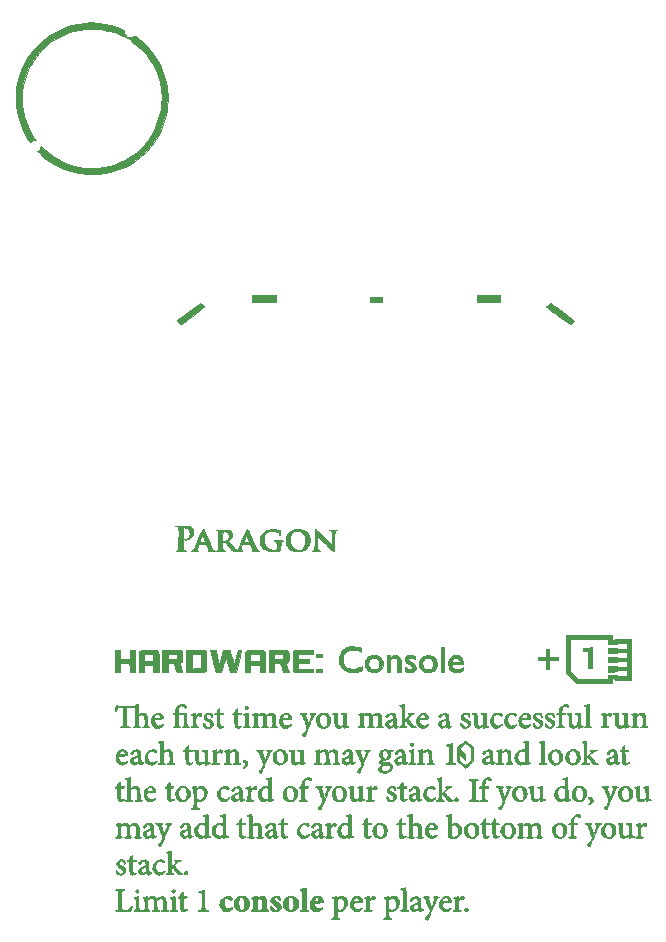
<source format=gbr>
G04 #@! TF.GenerationSoftware,KiCad,Pcbnew,(5.0.0)*
G04 #@! TF.CreationDate,2018-10-16T14:20:06+10:30*
G04 #@! TF.ProjectId,Paragon,50617261676F6E2E6B696361645F7063,rev?*
G04 #@! TF.SameCoordinates,Original*
G04 #@! TF.FileFunction,Legend,Top*
G04 #@! TF.FilePolarity,Positive*
%FSLAX46Y46*%
G04 Gerber Fmt 4.6, Leading zero omitted, Abs format (unit mm)*
G04 Created by KiCad (PCBNEW (5.0.0)) date 10/16/18 14:20:06*
%MOMM*%
%LPD*%
G01*
G04 APERTURE LIST*
%ADD10C,0.010000*%
G04 APERTURE END LIST*
D10*
G04 #@! TO.C,G\002A\002A\002A*
G36*
X157005455Y-105711011D02*
X156649499Y-105711011D01*
X156649499Y-104287188D01*
X156268118Y-104287188D01*
X156268118Y-104160061D01*
X156270249Y-104087518D01*
X156275697Y-104041491D01*
X156279956Y-104032933D01*
X156313599Y-104029516D01*
X156385383Y-104020399D01*
X156483140Y-104007283D01*
X156594703Y-103991869D01*
X156707903Y-103975858D01*
X156810572Y-103960951D01*
X156890543Y-103948851D01*
X156935535Y-103941279D01*
X157005455Y-103927191D01*
X157005455Y-105711011D01*
X157005455Y-105711011D01*
G37*
X157005455Y-105711011D02*
X156649499Y-105711011D01*
X156649499Y-104287188D01*
X156268118Y-104287188D01*
X156268118Y-104160061D01*
X156270249Y-104087518D01*
X156275697Y-104041491D01*
X156279956Y-104032933D01*
X156313599Y-104029516D01*
X156385383Y-104020399D01*
X156483140Y-104007283D01*
X156594703Y-103991869D01*
X156707903Y-103975858D01*
X156810572Y-103960951D01*
X156890543Y-103948851D01*
X156935535Y-103941279D01*
X157005455Y-103927191D01*
X157005455Y-105711011D01*
G36*
X115182272Y-51061140D02*
X115734867Y-51129102D01*
X116279119Y-51243680D01*
X116810172Y-51404540D01*
X117188408Y-51551725D01*
X117403693Y-51643844D01*
X117396450Y-51761321D01*
X117409754Y-51912048D01*
X117464038Y-52044980D01*
X117551673Y-52154570D01*
X117665032Y-52235270D01*
X117796486Y-52281532D01*
X117938407Y-52287809D01*
X118072658Y-52253085D01*
X118145668Y-52217165D01*
X118203897Y-52179524D01*
X118210456Y-52173977D01*
X118242259Y-52151648D01*
X118275779Y-52152773D01*
X118328428Y-52179753D01*
X118350651Y-52193306D01*
X118460961Y-52268386D01*
X118596967Y-52371722D01*
X118748902Y-52495127D01*
X118906997Y-52630415D01*
X119061485Y-52769399D01*
X119202598Y-52903892D01*
X119224787Y-52925953D01*
X119609610Y-53346740D01*
X119953846Y-53796753D01*
X120256119Y-54273084D01*
X120515055Y-54772824D01*
X120729280Y-55293065D01*
X120897420Y-55830898D01*
X121018100Y-56383414D01*
X121081722Y-56856057D01*
X121098126Y-57105359D01*
X121103480Y-57386381D01*
X121098365Y-57683256D01*
X121083362Y-57980114D01*
X121059053Y-58261088D01*
X121026017Y-58510308D01*
X121019843Y-58546847D01*
X120897063Y-59105210D01*
X120728603Y-59644321D01*
X120516388Y-60161922D01*
X120262343Y-60655752D01*
X119968392Y-61123554D01*
X119636461Y-61563066D01*
X119268475Y-61972030D01*
X118866359Y-62348187D01*
X118432038Y-62689276D01*
X117967437Y-62993039D01*
X117474482Y-63257216D01*
X116955097Y-63479547D01*
X116756328Y-63550848D01*
X116256822Y-63698444D01*
X115744028Y-63806968D01*
X115227613Y-63875134D01*
X114717247Y-63901658D01*
X114233333Y-63886093D01*
X113675250Y-63820712D01*
X113138597Y-63711333D01*
X112616443Y-63556048D01*
X112101858Y-63352946D01*
X111824474Y-63222611D01*
X111331266Y-62952607D01*
X110874728Y-62649414D01*
X110450677Y-62310122D01*
X110254069Y-62130368D01*
X110066445Y-61951351D01*
X110138202Y-61895614D01*
X110232236Y-61812086D01*
X110291899Y-61729045D01*
X110329195Y-61632154D01*
X110359023Y-61526569D01*
X110589596Y-61739076D01*
X111027949Y-62111178D01*
X111483811Y-62435647D01*
X111957052Y-62712414D01*
X112447541Y-62941411D01*
X112955147Y-63122570D01*
X113479740Y-63255822D01*
X113506792Y-63261302D01*
X114049691Y-63344610D01*
X114593623Y-63377986D01*
X115135497Y-63361607D01*
X115672221Y-63295654D01*
X116200704Y-63180307D01*
X116515465Y-63086506D01*
X117027984Y-62891847D01*
X117513849Y-62654965D01*
X117971271Y-62377991D01*
X118398461Y-62063058D01*
X118793631Y-61712298D01*
X119154992Y-61327843D01*
X119480756Y-60911827D01*
X119769134Y-60466381D01*
X120018338Y-59993638D01*
X120226578Y-59495730D01*
X120392067Y-58974790D01*
X120513016Y-58432949D01*
X120536376Y-58292593D01*
X120558083Y-58107989D01*
X120573023Y-57886781D01*
X120581185Y-57642669D01*
X120582560Y-57389351D01*
X120577136Y-57140527D01*
X120564906Y-56909896D01*
X120545857Y-56711156D01*
X120537570Y-56651612D01*
X120427998Y-56100024D01*
X120272910Y-55568890D01*
X120073542Y-55060177D01*
X119831132Y-54575853D01*
X119546916Y-54117885D01*
X119222131Y-53688240D01*
X118858013Y-53288887D01*
X118455800Y-52921792D01*
X118016729Y-52588923D01*
X117958616Y-52549349D01*
X117542593Y-52296898D01*
X117093644Y-52075141D01*
X116622141Y-51888102D01*
X116138451Y-51739805D01*
X115652947Y-51634272D01*
X115562012Y-51619488D01*
X115342760Y-51592809D01*
X115090895Y-51573692D01*
X114823584Y-51562626D01*
X114557997Y-51560105D01*
X114311301Y-51566618D01*
X114138188Y-51578751D01*
X113603817Y-51655296D01*
X113077401Y-51779965D01*
X112563791Y-51950784D01*
X112067839Y-52165779D01*
X111594395Y-52422977D01*
X111148312Y-52720404D01*
X110943306Y-52878517D01*
X110848463Y-52959092D01*
X110732314Y-53063642D01*
X110608710Y-53179403D01*
X110491505Y-53293612D01*
X110476927Y-53308217D01*
X110185774Y-53620160D01*
X109930301Y-53936977D01*
X109701144Y-54271788D01*
X109488938Y-54637713D01*
X109386678Y-54835618D01*
X109167700Y-55323491D01*
X108997904Y-55812503D01*
X108875861Y-56308733D01*
X108800140Y-56818260D01*
X108769315Y-57347166D01*
X108768416Y-57466267D01*
X108789213Y-57985595D01*
X108851452Y-58483286D01*
X108956770Y-58969349D01*
X109081791Y-59382029D01*
X109164769Y-59601673D01*
X109270203Y-59845431D01*
X109390495Y-60097858D01*
X109518045Y-60343507D01*
X109645256Y-60566934D01*
X109734125Y-60708008D01*
X109911720Y-60974975D01*
X109806585Y-60988855D01*
X109669443Y-61023691D01*
X109551379Y-61094397D01*
X109508244Y-61131713D01*
X109442164Y-61193248D01*
X109379157Y-61109537D01*
X109302487Y-60999306D01*
X109211700Y-60855514D01*
X109114079Y-60690730D01*
X109016906Y-60517524D01*
X108927461Y-60348463D01*
X108865872Y-60223603D01*
X108655596Y-59724132D01*
X108483771Y-59199181D01*
X108353850Y-58660164D01*
X108300645Y-58356157D01*
X108282573Y-58200860D01*
X108268605Y-58008770D01*
X108258850Y-57791607D01*
X108253422Y-57561092D01*
X108252429Y-57328946D01*
X108255985Y-57106890D01*
X108264199Y-56906645D01*
X108277183Y-56739931D01*
X108284738Y-56678079D01*
X108349691Y-56288884D01*
X108430407Y-55918399D01*
X108508805Y-55630506D01*
X108698459Y-55088666D01*
X108931452Y-54571708D01*
X109205750Y-54081619D01*
X109519318Y-53620384D01*
X109870120Y-53189989D01*
X110256121Y-52792421D01*
X110675286Y-52429665D01*
X111125580Y-52103707D01*
X111604966Y-51816534D01*
X112111411Y-51570130D01*
X112642878Y-51366483D01*
X112985574Y-51262148D01*
X113522984Y-51140299D01*
X114071474Y-51066404D01*
X114626189Y-51040129D01*
X115182272Y-51061140D01*
X115182272Y-51061140D01*
G37*
X115182272Y-51061140D02*
X115734867Y-51129102D01*
X116279119Y-51243680D01*
X116810172Y-51404540D01*
X117188408Y-51551725D01*
X117403693Y-51643844D01*
X117396450Y-51761321D01*
X117409754Y-51912048D01*
X117464038Y-52044980D01*
X117551673Y-52154570D01*
X117665032Y-52235270D01*
X117796486Y-52281532D01*
X117938407Y-52287809D01*
X118072658Y-52253085D01*
X118145668Y-52217165D01*
X118203897Y-52179524D01*
X118210456Y-52173977D01*
X118242259Y-52151648D01*
X118275779Y-52152773D01*
X118328428Y-52179753D01*
X118350651Y-52193306D01*
X118460961Y-52268386D01*
X118596967Y-52371722D01*
X118748902Y-52495127D01*
X118906997Y-52630415D01*
X119061485Y-52769399D01*
X119202598Y-52903892D01*
X119224787Y-52925953D01*
X119609610Y-53346740D01*
X119953846Y-53796753D01*
X120256119Y-54273084D01*
X120515055Y-54772824D01*
X120729280Y-55293065D01*
X120897420Y-55830898D01*
X121018100Y-56383414D01*
X121081722Y-56856057D01*
X121098126Y-57105359D01*
X121103480Y-57386381D01*
X121098365Y-57683256D01*
X121083362Y-57980114D01*
X121059053Y-58261088D01*
X121026017Y-58510308D01*
X121019843Y-58546847D01*
X120897063Y-59105210D01*
X120728603Y-59644321D01*
X120516388Y-60161922D01*
X120262343Y-60655752D01*
X119968392Y-61123554D01*
X119636461Y-61563066D01*
X119268475Y-61972030D01*
X118866359Y-62348187D01*
X118432038Y-62689276D01*
X117967437Y-62993039D01*
X117474482Y-63257216D01*
X116955097Y-63479547D01*
X116756328Y-63550848D01*
X116256822Y-63698444D01*
X115744028Y-63806968D01*
X115227613Y-63875134D01*
X114717247Y-63901658D01*
X114233333Y-63886093D01*
X113675250Y-63820712D01*
X113138597Y-63711333D01*
X112616443Y-63556048D01*
X112101858Y-63352946D01*
X111824474Y-63222611D01*
X111331266Y-62952607D01*
X110874728Y-62649414D01*
X110450677Y-62310122D01*
X110254069Y-62130368D01*
X110066445Y-61951351D01*
X110138202Y-61895614D01*
X110232236Y-61812086D01*
X110291899Y-61729045D01*
X110329195Y-61632154D01*
X110359023Y-61526569D01*
X110589596Y-61739076D01*
X111027949Y-62111178D01*
X111483811Y-62435647D01*
X111957052Y-62712414D01*
X112447541Y-62941411D01*
X112955147Y-63122570D01*
X113479740Y-63255822D01*
X113506792Y-63261302D01*
X114049691Y-63344610D01*
X114593623Y-63377986D01*
X115135497Y-63361607D01*
X115672221Y-63295654D01*
X116200704Y-63180307D01*
X116515465Y-63086506D01*
X117027984Y-62891847D01*
X117513849Y-62654965D01*
X117971271Y-62377991D01*
X118398461Y-62063058D01*
X118793631Y-61712298D01*
X119154992Y-61327843D01*
X119480756Y-60911827D01*
X119769134Y-60466381D01*
X120018338Y-59993638D01*
X120226578Y-59495730D01*
X120392067Y-58974790D01*
X120513016Y-58432949D01*
X120536376Y-58292593D01*
X120558083Y-58107989D01*
X120573023Y-57886781D01*
X120581185Y-57642669D01*
X120582560Y-57389351D01*
X120577136Y-57140527D01*
X120564906Y-56909896D01*
X120545857Y-56711156D01*
X120537570Y-56651612D01*
X120427998Y-56100024D01*
X120272910Y-55568890D01*
X120073542Y-55060177D01*
X119831132Y-54575853D01*
X119546916Y-54117885D01*
X119222131Y-53688240D01*
X118858013Y-53288887D01*
X118455800Y-52921792D01*
X118016729Y-52588923D01*
X117958616Y-52549349D01*
X117542593Y-52296898D01*
X117093644Y-52075141D01*
X116622141Y-51888102D01*
X116138451Y-51739805D01*
X115652947Y-51634272D01*
X115562012Y-51619488D01*
X115342760Y-51592809D01*
X115090895Y-51573692D01*
X114823584Y-51562626D01*
X114557997Y-51560105D01*
X114311301Y-51566618D01*
X114138188Y-51578751D01*
X113603817Y-51655296D01*
X113077401Y-51779965D01*
X112563791Y-51950784D01*
X112067839Y-52165779D01*
X111594395Y-52422977D01*
X111148312Y-52720404D01*
X110943306Y-52878517D01*
X110848463Y-52959092D01*
X110732314Y-53063642D01*
X110608710Y-53179403D01*
X110491505Y-53293612D01*
X110476927Y-53308217D01*
X110185774Y-53620160D01*
X109930301Y-53936977D01*
X109701144Y-54271788D01*
X109488938Y-54637713D01*
X109386678Y-54835618D01*
X109167700Y-55323491D01*
X108997904Y-55812503D01*
X108875861Y-56308733D01*
X108800140Y-56818260D01*
X108769315Y-57347166D01*
X108768416Y-57466267D01*
X108789213Y-57985595D01*
X108851452Y-58483286D01*
X108956770Y-58969349D01*
X109081791Y-59382029D01*
X109164769Y-59601673D01*
X109270203Y-59845431D01*
X109390495Y-60097858D01*
X109518045Y-60343507D01*
X109645256Y-60566934D01*
X109734125Y-60708008D01*
X109911720Y-60974975D01*
X109806585Y-60988855D01*
X109669443Y-61023691D01*
X109551379Y-61094397D01*
X109508244Y-61131713D01*
X109442164Y-61193248D01*
X109379157Y-61109537D01*
X109302487Y-60999306D01*
X109211700Y-60855514D01*
X109114079Y-60690730D01*
X109016906Y-60517524D01*
X108927461Y-60348463D01*
X108865872Y-60223603D01*
X108655596Y-59724132D01*
X108483771Y-59199181D01*
X108353850Y-58660164D01*
X108300645Y-58356157D01*
X108282573Y-58200860D01*
X108268605Y-58008770D01*
X108258850Y-57791607D01*
X108253422Y-57561092D01*
X108252429Y-57328946D01*
X108255985Y-57106890D01*
X108264199Y-56906645D01*
X108277183Y-56739931D01*
X108284738Y-56678079D01*
X108349691Y-56288884D01*
X108430407Y-55918399D01*
X108508805Y-55630506D01*
X108698459Y-55088666D01*
X108931452Y-54571708D01*
X109205750Y-54081619D01*
X109519318Y-53620384D01*
X109870120Y-53189989D01*
X110256121Y-52792421D01*
X110675286Y-52429665D01*
X111125580Y-52103707D01*
X111604966Y-51816534D01*
X112111411Y-51570130D01*
X112642878Y-51366483D01*
X112985574Y-51262148D01*
X113522984Y-51140299D01*
X114071474Y-51066404D01*
X114626189Y-51040129D01*
X115182272Y-51061140D01*
G36*
X149250700Y-74691992D02*
X147267517Y-74691992D01*
X147267517Y-74107208D01*
X149250700Y-74107208D01*
X149250700Y-74691992D01*
X149250700Y-74691992D01*
G37*
X149250700Y-74691992D02*
X147267517Y-74691992D01*
X147267517Y-74107208D01*
X149250700Y-74107208D01*
X149250700Y-74691992D01*
G36*
X139258508Y-74691992D02*
X138241491Y-74691992D01*
X138241491Y-74310611D01*
X139258508Y-74310611D01*
X139258508Y-74691992D01*
X139258508Y-74691992D01*
G37*
X139258508Y-74691992D02*
X138241491Y-74691992D01*
X138241491Y-74310611D01*
X139258508Y-74310611D01*
X139258508Y-74691992D01*
G36*
X130232482Y-74691992D02*
X128249299Y-74691992D01*
X128249299Y-74107208D01*
X130232482Y-74107208D01*
X130232482Y-74691992D01*
X130232482Y-74691992D01*
G37*
X130232482Y-74691992D02*
X128249299Y-74691992D01*
X128249299Y-74107208D01*
X130232482Y-74107208D01*
X130232482Y-74691992D01*
G36*
X153558944Y-74840192D02*
X153620864Y-74883371D01*
X153713239Y-74949749D01*
X153831248Y-75035723D01*
X153970067Y-75137692D01*
X154124873Y-75252050D01*
X154290844Y-75375196D01*
X154463156Y-75503526D01*
X154636987Y-75633437D01*
X154807515Y-75761326D01*
X154969915Y-75883589D01*
X155119365Y-75996625D01*
X155251042Y-76096828D01*
X155360123Y-76180597D01*
X155441786Y-76244328D01*
X155491208Y-76284418D01*
X155504292Y-76297070D01*
X155485784Y-76318336D01*
X155435269Y-76362066D01*
X155361758Y-76420668D01*
X155317771Y-76454245D01*
X155130187Y-76595432D01*
X154141845Y-75857175D01*
X153945315Y-75709957D01*
X153761786Y-75571674D01*
X153595189Y-75445342D01*
X153449449Y-75333978D01*
X153328497Y-75240600D01*
X153236261Y-75168225D01*
X153176668Y-75119870D01*
X153153648Y-75098553D01*
X153153503Y-75098087D01*
X153173108Y-75071022D01*
X153224025Y-75025645D01*
X153294407Y-74970535D01*
X153372405Y-74914270D01*
X153446172Y-74865428D01*
X153503861Y-74832587D01*
X153532304Y-74823817D01*
X153558944Y-74840192D01*
X153558944Y-74840192D01*
G37*
X153558944Y-74840192D02*
X153620864Y-74883371D01*
X153713239Y-74949749D01*
X153831248Y-75035723D01*
X153970067Y-75137692D01*
X154124873Y-75252050D01*
X154290844Y-75375196D01*
X154463156Y-75503526D01*
X154636987Y-75633437D01*
X154807515Y-75761326D01*
X154969915Y-75883589D01*
X155119365Y-75996625D01*
X155251042Y-76096828D01*
X155360123Y-76180597D01*
X155441786Y-76244328D01*
X155491208Y-76284418D01*
X155504292Y-76297070D01*
X155485784Y-76318336D01*
X155435269Y-76362066D01*
X155361758Y-76420668D01*
X155317771Y-76454245D01*
X155130187Y-76595432D01*
X154141845Y-75857175D01*
X153945315Y-75709957D01*
X153761786Y-75571674D01*
X153595189Y-75445342D01*
X153449449Y-75333978D01*
X153328497Y-75240600D01*
X153236261Y-75168225D01*
X153176668Y-75119870D01*
X153153648Y-75098553D01*
X153153503Y-75098087D01*
X153173108Y-75071022D01*
X153224025Y-75025645D01*
X153294407Y-74970535D01*
X153372405Y-74914270D01*
X153446172Y-74865428D01*
X153503861Y-74832587D01*
X153532304Y-74823817D01*
X153558944Y-74840192D01*
G36*
X123847040Y-74836514D02*
X123907900Y-74868898D01*
X123984357Y-74916772D01*
X124064437Y-74971899D01*
X124136162Y-75026044D01*
X124187556Y-75070970D01*
X124206656Y-75098052D01*
X124186944Y-75116935D01*
X124130534Y-75163032D01*
X124041516Y-75233188D01*
X123923979Y-75324248D01*
X123782014Y-75433060D01*
X123619709Y-75556468D01*
X123441156Y-75691319D01*
X123297697Y-75799074D01*
X123106272Y-75942533D01*
X122925045Y-76078364D01*
X122758574Y-76203152D01*
X122611416Y-76313478D01*
X122488131Y-76405925D01*
X122393274Y-76477076D01*
X122331406Y-76523513D01*
X122310316Y-76539372D01*
X122231893Y-76598513D01*
X122046153Y-76459551D01*
X121963106Y-76397123D01*
X121896506Y-76346502D01*
X121856157Y-76315166D01*
X121848979Y-76309156D01*
X121866374Y-76292371D01*
X121919837Y-76248856D01*
X122004611Y-76182199D01*
X122115938Y-76095985D01*
X122249061Y-75993803D01*
X122399223Y-75879238D01*
X122561666Y-75755877D01*
X122731632Y-75627307D01*
X122904365Y-75497115D01*
X123075106Y-75368888D01*
X123239099Y-75246212D01*
X123391586Y-75132674D01*
X123527809Y-75031861D01*
X123643011Y-74947360D01*
X123732435Y-74882757D01*
X123791323Y-74841639D01*
X123813755Y-74827856D01*
X123847040Y-74836514D01*
X123847040Y-74836514D01*
G37*
X123847040Y-74836514D02*
X123907900Y-74868898D01*
X123984357Y-74916772D01*
X124064437Y-74971899D01*
X124136162Y-75026044D01*
X124187556Y-75070970D01*
X124206656Y-75098052D01*
X124186944Y-75116935D01*
X124130534Y-75163032D01*
X124041516Y-75233188D01*
X123923979Y-75324248D01*
X123782014Y-75433060D01*
X123619709Y-75556468D01*
X123441156Y-75691319D01*
X123297697Y-75799074D01*
X123106272Y-75942533D01*
X122925045Y-76078364D01*
X122758574Y-76203152D01*
X122611416Y-76313478D01*
X122488131Y-76405925D01*
X122393274Y-76477076D01*
X122331406Y-76523513D01*
X122310316Y-76539372D01*
X122231893Y-76598513D01*
X122046153Y-76459551D01*
X121963106Y-76397123D01*
X121896506Y-76346502D01*
X121856157Y-76315166D01*
X121848979Y-76309156D01*
X121866374Y-76292371D01*
X121919837Y-76248856D01*
X122004611Y-76182199D01*
X122115938Y-76095985D01*
X122249061Y-75993803D01*
X122399223Y-75879238D01*
X122561666Y-75755877D01*
X122731632Y-75627307D01*
X122904365Y-75497115D01*
X123075106Y-75368888D01*
X123239099Y-75246212D01*
X123391586Y-75132674D01*
X123527809Y-75031861D01*
X123643011Y-74947360D01*
X123732435Y-74882757D01*
X123791323Y-74841639D01*
X123813755Y-74827856D01*
X123847040Y-74836514D01*
G36*
X127851504Y-93940129D02*
X127869201Y-93971569D01*
X127904136Y-94044226D01*
X127953785Y-94152462D01*
X128015619Y-94290643D01*
X128087114Y-94453131D01*
X128165742Y-94634291D01*
X128234403Y-94794312D01*
X128318854Y-94989905D01*
X128399003Y-95171293D01*
X128472206Y-95332800D01*
X128535817Y-95468750D01*
X128587193Y-95573468D01*
X128623690Y-95641278D01*
X128639958Y-95664741D01*
X128707458Y-95708953D01*
X128777686Y-95734236D01*
X128835763Y-95751031D01*
X128847373Y-95767104D01*
X128816887Y-95780652D01*
X128748677Y-95789873D01*
X128647115Y-95792963D01*
X128635536Y-95792868D01*
X128551438Y-95790101D01*
X128458912Y-95784269D01*
X128368017Y-95776461D01*
X128288813Y-95767764D01*
X128231361Y-95759268D01*
X128205721Y-95752060D01*
X128217517Y-95747642D01*
X128240686Y-95734946D01*
X128246332Y-95699588D01*
X128233321Y-95635547D01*
X128200516Y-95536801D01*
X128155731Y-95419840D01*
X128062164Y-95183434D01*
X127427656Y-95197598D01*
X127338681Y-95431715D01*
X127294010Y-95559200D01*
X127273762Y-95647912D01*
X127278758Y-95704118D01*
X127309813Y-95734086D01*
X127367747Y-95744080D01*
X127379473Y-95744245D01*
X127420819Y-95750154D01*
X127425627Y-95762778D01*
X127390700Y-95773007D01*
X127316696Y-95780646D01*
X127215328Y-95785574D01*
X127098310Y-95787672D01*
X126977356Y-95786819D01*
X126864179Y-95782896D01*
X126770493Y-95775782D01*
X126728483Y-95769927D01*
X126642007Y-95749463D01*
X126567927Y-95718291D01*
X126498058Y-95669713D01*
X126424214Y-95597028D01*
X126338209Y-95493539D01*
X126252308Y-95380234D01*
X126158880Y-95254006D01*
X126090042Y-95162582D01*
X126039489Y-95100377D01*
X126000916Y-95061807D01*
X125968018Y-95041287D01*
X125934489Y-95033230D01*
X125894025Y-95032053D01*
X125859558Y-95032333D01*
X125732182Y-95032333D01*
X125732182Y-95326397D01*
X125734379Y-95447989D01*
X125740340Y-95554295D01*
X125749122Y-95632959D01*
X125758410Y-95669468D01*
X125805353Y-95709844D01*
X125886389Y-95734746D01*
X125945712Y-95748118D01*
X125973132Y-95762254D01*
X125972454Y-95766700D01*
X125941790Y-95773173D01*
X125871905Y-95777858D01*
X125773800Y-95780803D01*
X125658479Y-95782057D01*
X125536946Y-95781669D01*
X125420202Y-95779686D01*
X125319250Y-95776159D01*
X125245095Y-95771134D01*
X125208738Y-95764662D01*
X125207035Y-95763314D01*
X125219273Y-95749156D01*
X125258495Y-95744245D01*
X125296889Y-95743193D01*
X125327751Y-95736724D01*
X125351853Y-95719863D01*
X125369963Y-95687638D01*
X125382852Y-95635075D01*
X125391290Y-95557200D01*
X125396047Y-95449040D01*
X125397894Y-95305623D01*
X125397600Y-95121974D01*
X125396002Y-94902060D01*
X125730907Y-94902060D01*
X125826889Y-94912276D01*
X125979936Y-94912754D01*
X126103200Y-94879776D01*
X126134756Y-94862594D01*
X126198070Y-94795248D01*
X126242207Y-94694489D01*
X126265390Y-94574684D01*
X126265844Y-94450201D01*
X126241790Y-94335407D01*
X126208402Y-94266974D01*
X126113588Y-94168273D01*
X125992144Y-94110542D01*
X125859309Y-94097361D01*
X125744894Y-94104305D01*
X125737901Y-94503182D01*
X125730907Y-94902060D01*
X125396002Y-94902060D01*
X125395936Y-94893120D01*
X125395649Y-94858541D01*
X125388939Y-94053454D01*
X125280880Y-94029502D01*
X125215300Y-94011120D01*
X125176941Y-93992934D01*
X125172822Y-93986940D01*
X125196982Y-93981643D01*
X125264418Y-93977612D01*
X125367570Y-93975016D01*
X125498876Y-93974028D01*
X125650774Y-93974819D01*
X125687687Y-93975269D01*
X125894351Y-93979452D01*
X126057240Y-93986787D01*
X126183406Y-93998792D01*
X126279897Y-94016984D01*
X126353765Y-94042879D01*
X126412059Y-94077995D01*
X126461831Y-94123848D01*
X126481349Y-94146031D01*
X126557946Y-94269791D01*
X126584072Y-94399098D01*
X126559718Y-94534033D01*
X126484872Y-94674679D01*
X126392408Y-94787363D01*
X126246800Y-94942276D01*
X126402654Y-95132150D01*
X126521793Y-95273731D01*
X126636149Y-95403014D01*
X126740238Y-95514301D01*
X126828572Y-95601891D01*
X126895668Y-95660085D01*
X126932101Y-95682244D01*
X126991428Y-95680607D01*
X127017542Y-95664225D01*
X127035095Y-95633530D01*
X127069962Y-95561527D01*
X127119658Y-95453742D01*
X127181696Y-95315704D01*
X127253589Y-95152942D01*
X127308274Y-95027402D01*
X127511962Y-95027402D01*
X127530901Y-95043054D01*
X127590474Y-95052860D01*
X127694811Y-95057340D01*
X127753503Y-95057758D01*
X127857293Y-95055981D01*
X127938743Y-95051203D01*
X127986812Y-95044257D01*
X127995045Y-95039551D01*
X127986014Y-95000679D01*
X127961859Y-94930807D01*
X127926990Y-94840330D01*
X127885814Y-94739640D01*
X127842740Y-94639130D01*
X127802175Y-94549193D01*
X127768529Y-94480222D01*
X127746209Y-94442609D01*
X127740344Y-94439070D01*
X127722625Y-94471574D01*
X127692476Y-94539932D01*
X127654566Y-94632108D01*
X127613570Y-94736066D01*
X127574158Y-94839771D01*
X127541002Y-94931189D01*
X127518775Y-94998283D01*
X127511962Y-95027402D01*
X127308274Y-95027402D01*
X127332851Y-94970983D01*
X127410395Y-94790791D01*
X127493855Y-94596596D01*
X127571771Y-94416943D01*
X127641730Y-94257269D01*
X127701320Y-94123014D01*
X127748128Y-94019614D01*
X127779743Y-93952509D01*
X127793417Y-93927416D01*
X127828312Y-93921999D01*
X127851504Y-93940129D01*
X127851504Y-93940129D01*
G37*
X127851504Y-93940129D02*
X127869201Y-93971569D01*
X127904136Y-94044226D01*
X127953785Y-94152462D01*
X128015619Y-94290643D01*
X128087114Y-94453131D01*
X128165742Y-94634291D01*
X128234403Y-94794312D01*
X128318854Y-94989905D01*
X128399003Y-95171293D01*
X128472206Y-95332800D01*
X128535817Y-95468750D01*
X128587193Y-95573468D01*
X128623690Y-95641278D01*
X128639958Y-95664741D01*
X128707458Y-95708953D01*
X128777686Y-95734236D01*
X128835763Y-95751031D01*
X128847373Y-95767104D01*
X128816887Y-95780652D01*
X128748677Y-95789873D01*
X128647115Y-95792963D01*
X128635536Y-95792868D01*
X128551438Y-95790101D01*
X128458912Y-95784269D01*
X128368017Y-95776461D01*
X128288813Y-95767764D01*
X128231361Y-95759268D01*
X128205721Y-95752060D01*
X128217517Y-95747642D01*
X128240686Y-95734946D01*
X128246332Y-95699588D01*
X128233321Y-95635547D01*
X128200516Y-95536801D01*
X128155731Y-95419840D01*
X128062164Y-95183434D01*
X127427656Y-95197598D01*
X127338681Y-95431715D01*
X127294010Y-95559200D01*
X127273762Y-95647912D01*
X127278758Y-95704118D01*
X127309813Y-95734086D01*
X127367747Y-95744080D01*
X127379473Y-95744245D01*
X127420819Y-95750154D01*
X127425627Y-95762778D01*
X127390700Y-95773007D01*
X127316696Y-95780646D01*
X127215328Y-95785574D01*
X127098310Y-95787672D01*
X126977356Y-95786819D01*
X126864179Y-95782896D01*
X126770493Y-95775782D01*
X126728483Y-95769927D01*
X126642007Y-95749463D01*
X126567927Y-95718291D01*
X126498058Y-95669713D01*
X126424214Y-95597028D01*
X126338209Y-95493539D01*
X126252308Y-95380234D01*
X126158880Y-95254006D01*
X126090042Y-95162582D01*
X126039489Y-95100377D01*
X126000916Y-95061807D01*
X125968018Y-95041287D01*
X125934489Y-95033230D01*
X125894025Y-95032053D01*
X125859558Y-95032333D01*
X125732182Y-95032333D01*
X125732182Y-95326397D01*
X125734379Y-95447989D01*
X125740340Y-95554295D01*
X125749122Y-95632959D01*
X125758410Y-95669468D01*
X125805353Y-95709844D01*
X125886389Y-95734746D01*
X125945712Y-95748118D01*
X125973132Y-95762254D01*
X125972454Y-95766700D01*
X125941790Y-95773173D01*
X125871905Y-95777858D01*
X125773800Y-95780803D01*
X125658479Y-95782057D01*
X125536946Y-95781669D01*
X125420202Y-95779686D01*
X125319250Y-95776159D01*
X125245095Y-95771134D01*
X125208738Y-95764662D01*
X125207035Y-95763314D01*
X125219273Y-95749156D01*
X125258495Y-95744245D01*
X125296889Y-95743193D01*
X125327751Y-95736724D01*
X125351853Y-95719863D01*
X125369963Y-95687638D01*
X125382852Y-95635075D01*
X125391290Y-95557200D01*
X125396047Y-95449040D01*
X125397894Y-95305623D01*
X125397600Y-95121974D01*
X125396002Y-94902060D01*
X125730907Y-94902060D01*
X125826889Y-94912276D01*
X125979936Y-94912754D01*
X126103200Y-94879776D01*
X126134756Y-94862594D01*
X126198070Y-94795248D01*
X126242207Y-94694489D01*
X126265390Y-94574684D01*
X126265844Y-94450201D01*
X126241790Y-94335407D01*
X126208402Y-94266974D01*
X126113588Y-94168273D01*
X125992144Y-94110542D01*
X125859309Y-94097361D01*
X125744894Y-94104305D01*
X125737901Y-94503182D01*
X125730907Y-94902060D01*
X125396002Y-94902060D01*
X125395936Y-94893120D01*
X125395649Y-94858541D01*
X125388939Y-94053454D01*
X125280880Y-94029502D01*
X125215300Y-94011120D01*
X125176941Y-93992934D01*
X125172822Y-93986940D01*
X125196982Y-93981643D01*
X125264418Y-93977612D01*
X125367570Y-93975016D01*
X125498876Y-93974028D01*
X125650774Y-93974819D01*
X125687687Y-93975269D01*
X125894351Y-93979452D01*
X126057240Y-93986787D01*
X126183406Y-93998792D01*
X126279897Y-94016984D01*
X126353765Y-94042879D01*
X126412059Y-94077995D01*
X126461831Y-94123848D01*
X126481349Y-94146031D01*
X126557946Y-94269791D01*
X126584072Y-94399098D01*
X126559718Y-94534033D01*
X126484872Y-94674679D01*
X126392408Y-94787363D01*
X126246800Y-94942276D01*
X126402654Y-95132150D01*
X126521793Y-95273731D01*
X126636149Y-95403014D01*
X126740238Y-95514301D01*
X126828572Y-95601891D01*
X126895668Y-95660085D01*
X126932101Y-95682244D01*
X126991428Y-95680607D01*
X127017542Y-95664225D01*
X127035095Y-95633530D01*
X127069962Y-95561527D01*
X127119658Y-95453742D01*
X127181696Y-95315704D01*
X127253589Y-95152942D01*
X127308274Y-95027402D01*
X127511962Y-95027402D01*
X127530901Y-95043054D01*
X127590474Y-95052860D01*
X127694811Y-95057340D01*
X127753503Y-95057758D01*
X127857293Y-95055981D01*
X127938743Y-95051203D01*
X127986812Y-95044257D01*
X127995045Y-95039551D01*
X127986014Y-95000679D01*
X127961859Y-94930807D01*
X127926990Y-94840330D01*
X127885814Y-94739640D01*
X127842740Y-94639130D01*
X127802175Y-94549193D01*
X127768529Y-94480222D01*
X127746209Y-94442609D01*
X127740344Y-94439070D01*
X127722625Y-94471574D01*
X127692476Y-94539932D01*
X127654566Y-94632108D01*
X127613570Y-94736066D01*
X127574158Y-94839771D01*
X127541002Y-94931189D01*
X127518775Y-94998283D01*
X127511962Y-95027402D01*
X127308274Y-95027402D01*
X127332851Y-94970983D01*
X127410395Y-94790791D01*
X127493855Y-94596596D01*
X127571771Y-94416943D01*
X127641730Y-94257269D01*
X127701320Y-94123014D01*
X127748128Y-94019614D01*
X127779743Y-93952509D01*
X127793417Y-93927416D01*
X127828312Y-93921999D01*
X127851504Y-93940129D01*
G36*
X124118910Y-93919191D02*
X124120345Y-93920530D01*
X124133950Y-93947004D01*
X124165144Y-94014780D01*
X124211521Y-94118405D01*
X124270671Y-94252428D01*
X124340186Y-94411397D01*
X124417658Y-94589860D01*
X124486881Y-94750284D01*
X124570954Y-94944227D01*
X124650936Y-95126050D01*
X124724099Y-95289749D01*
X124787709Y-95429316D01*
X124839039Y-95538746D01*
X124875356Y-95612033D01*
X124891456Y-95640174D01*
X124970161Y-95710741D01*
X125033812Y-95733365D01*
X125097205Y-95749354D01*
X125116159Y-95763932D01*
X125097079Y-95776398D01*
X125046373Y-95786053D01*
X124970447Y-95792197D01*
X124875707Y-95794131D01*
X124768559Y-95791154D01*
X124655411Y-95782567D01*
X124619661Y-95778602D01*
X124542342Y-95766342D01*
X124508693Y-95751820D01*
X124511540Y-95731829D01*
X124512465Y-95730684D01*
X124518915Y-95698161D01*
X124506067Y-95634644D01*
X124472514Y-95534711D01*
X124439154Y-95448209D01*
X124339396Y-95197598D01*
X123706674Y-95183430D01*
X123626134Y-95389187D01*
X123577626Y-95520684D01*
X123551858Y-95613763D01*
X123548744Y-95675443D01*
X123568196Y-95712744D01*
X123610130Y-95732688D01*
X123621871Y-95735346D01*
X123675239Y-95750585D01*
X123698124Y-95766175D01*
X123698138Y-95766492D01*
X123674699Y-95773871D01*
X123612271Y-95779166D01*
X123522670Y-95782408D01*
X123417715Y-95783627D01*
X123309222Y-95782852D01*
X123209010Y-95780113D01*
X123128896Y-95775440D01*
X123080697Y-95768863D01*
X123072285Y-95764913D01*
X123083864Y-95749709D01*
X123124174Y-95744245D01*
X123164442Y-95740220D01*
X123202404Y-95725371D01*
X123240513Y-95695540D01*
X123281219Y-95646564D01*
X123326975Y-95574285D01*
X123380232Y-95474542D01*
X123443441Y-95343175D01*
X123519056Y-95176024D01*
X123578874Y-95039096D01*
X123774424Y-95039096D01*
X123798005Y-95047115D01*
X123861389Y-95053408D01*
X123953532Y-95057122D01*
X124015966Y-95057758D01*
X124137608Y-95055659D01*
X124214294Y-95048860D01*
X124251767Y-95036605D01*
X124257824Y-95025976D01*
X124249489Y-94989596D01*
X124226971Y-94920116D01*
X124194487Y-94828556D01*
X124156252Y-94725932D01*
X124116481Y-94623261D01*
X124079390Y-94531561D01*
X124049194Y-94461850D01*
X124030110Y-94425144D01*
X124026776Y-94422132D01*
X124013303Y-94444075D01*
X123985992Y-94502752D01*
X123949236Y-94587429D01*
X123907425Y-94687366D01*
X123864952Y-94791830D01*
X123826207Y-94890082D01*
X123795581Y-94971386D01*
X123777467Y-95025006D01*
X123774424Y-95039096D01*
X123578874Y-95039096D01*
X123609527Y-94968929D01*
X123686080Y-94790791D01*
X123786370Y-94557289D01*
X123869133Y-94366926D01*
X123936287Y-94215856D01*
X123989751Y-94100232D01*
X124031446Y-94016208D01*
X124063290Y-93959939D01*
X124087202Y-93927577D01*
X124105102Y-93915276D01*
X124118910Y-93919191D01*
X124118910Y-93919191D01*
G37*
X124118910Y-93919191D02*
X124120345Y-93920530D01*
X124133950Y-93947004D01*
X124165144Y-94014780D01*
X124211521Y-94118405D01*
X124270671Y-94252428D01*
X124340186Y-94411397D01*
X124417658Y-94589860D01*
X124486881Y-94750284D01*
X124570954Y-94944227D01*
X124650936Y-95126050D01*
X124724099Y-95289749D01*
X124787709Y-95429316D01*
X124839039Y-95538746D01*
X124875356Y-95612033D01*
X124891456Y-95640174D01*
X124970161Y-95710741D01*
X125033812Y-95733365D01*
X125097205Y-95749354D01*
X125116159Y-95763932D01*
X125097079Y-95776398D01*
X125046373Y-95786053D01*
X124970447Y-95792197D01*
X124875707Y-95794131D01*
X124768559Y-95791154D01*
X124655411Y-95782567D01*
X124619661Y-95778602D01*
X124542342Y-95766342D01*
X124508693Y-95751820D01*
X124511540Y-95731829D01*
X124512465Y-95730684D01*
X124518915Y-95698161D01*
X124506067Y-95634644D01*
X124472514Y-95534711D01*
X124439154Y-95448209D01*
X124339396Y-95197598D01*
X123706674Y-95183430D01*
X123626134Y-95389187D01*
X123577626Y-95520684D01*
X123551858Y-95613763D01*
X123548744Y-95675443D01*
X123568196Y-95712744D01*
X123610130Y-95732688D01*
X123621871Y-95735346D01*
X123675239Y-95750585D01*
X123698124Y-95766175D01*
X123698138Y-95766492D01*
X123674699Y-95773871D01*
X123612271Y-95779166D01*
X123522670Y-95782408D01*
X123417715Y-95783627D01*
X123309222Y-95782852D01*
X123209010Y-95780113D01*
X123128896Y-95775440D01*
X123080697Y-95768863D01*
X123072285Y-95764913D01*
X123083864Y-95749709D01*
X123124174Y-95744245D01*
X123164442Y-95740220D01*
X123202404Y-95725371D01*
X123240513Y-95695540D01*
X123281219Y-95646564D01*
X123326975Y-95574285D01*
X123380232Y-95474542D01*
X123443441Y-95343175D01*
X123519056Y-95176024D01*
X123578874Y-95039096D01*
X123774424Y-95039096D01*
X123798005Y-95047115D01*
X123861389Y-95053408D01*
X123953532Y-95057122D01*
X124015966Y-95057758D01*
X124137608Y-95055659D01*
X124214294Y-95048860D01*
X124251767Y-95036605D01*
X124257824Y-95025976D01*
X124249489Y-94989596D01*
X124226971Y-94920116D01*
X124194487Y-94828556D01*
X124156252Y-94725932D01*
X124116481Y-94623261D01*
X124079390Y-94531561D01*
X124049194Y-94461850D01*
X124030110Y-94425144D01*
X124026776Y-94422132D01*
X124013303Y-94444075D01*
X123985992Y-94502752D01*
X123949236Y-94587429D01*
X123907425Y-94687366D01*
X123864952Y-94791830D01*
X123826207Y-94890082D01*
X123795581Y-94971386D01*
X123777467Y-95025006D01*
X123774424Y-95039096D01*
X123578874Y-95039096D01*
X123609527Y-94968929D01*
X123686080Y-94790791D01*
X123786370Y-94557289D01*
X123869133Y-94366926D01*
X123936287Y-94215856D01*
X123989751Y-94100232D01*
X124031446Y-94016208D01*
X124063290Y-93959939D01*
X124087202Y-93927577D01*
X124105102Y-93915276D01*
X124118910Y-93919191D01*
G36*
X122326455Y-93658188D02*
X122474868Y-93661726D01*
X122616426Y-93667287D01*
X122742896Y-93674772D01*
X122846043Y-93684086D01*
X122917636Y-93695133D01*
X122930966Y-93698541D01*
X123071852Y-93763496D01*
X123178632Y-93859838D01*
X123250012Y-93980105D01*
X123284700Y-94116836D01*
X123281401Y-94262569D01*
X123238822Y-94409843D01*
X123155668Y-94551196D01*
X123091487Y-94624398D01*
X122971959Y-94722844D01*
X122850062Y-94785597D01*
X122847329Y-94786540D01*
X122759161Y-94810021D01*
X122667471Y-94824141D01*
X122585447Y-94828252D01*
X122526280Y-94821703D01*
X122503158Y-94803844D01*
X122503153Y-94803504D01*
X122524949Y-94784528D01*
X122567979Y-94778079D01*
X122677566Y-94754261D01*
X122779398Y-94689236D01*
X122865516Y-94592649D01*
X122927962Y-94474142D01*
X122958781Y-94343361D01*
X122960669Y-94302168D01*
X122940167Y-94130483D01*
X122881452Y-93989318D01*
X122787881Y-93881976D01*
X122662816Y-93811758D01*
X122509615Y-93781967D01*
X122432049Y-93782653D01*
X122373658Y-93786487D01*
X122381198Y-94713638D01*
X122383206Y-94965010D01*
X122385350Y-95170322D01*
X122388545Y-95334360D01*
X122393705Y-95461908D01*
X122401744Y-95557751D01*
X122413576Y-95626675D01*
X122430116Y-95673464D01*
X122452278Y-95702904D01*
X122480976Y-95719780D01*
X122517124Y-95728877D01*
X122561637Y-95734979D01*
X122576716Y-95736935D01*
X122637785Y-95748781D01*
X122667296Y-95761948D01*
X122667082Y-95766767D01*
X122636747Y-95772867D01*
X122566410Y-95777397D01*
X122466376Y-95780397D01*
X122346947Y-95781909D01*
X122218428Y-95781973D01*
X122091122Y-95780630D01*
X121975334Y-95777922D01*
X121881366Y-95773890D01*
X121819523Y-95768574D01*
X121800027Y-95763314D01*
X121811986Y-95748909D01*
X121848444Y-95744245D01*
X121918180Y-95729081D01*
X121958003Y-95708176D01*
X121970812Y-95696729D01*
X121981257Y-95679641D01*
X121989628Y-95651901D01*
X121996215Y-95608502D01*
X122001309Y-95544433D01*
X122005201Y-95454686D01*
X122008180Y-95334251D01*
X122010537Y-95178120D01*
X122012563Y-94981283D01*
X122014548Y-94738730D01*
X122014600Y-94732000D01*
X122016527Y-94477411D01*
X122017520Y-94269043D01*
X122016856Y-94102271D01*
X122013807Y-93972467D01*
X122007651Y-93875001D01*
X121997660Y-93805248D01*
X121983111Y-93758579D01*
X121963278Y-93730366D01*
X121937436Y-93715983D01*
X121904859Y-93710800D01*
X121864823Y-93710191D01*
X121854489Y-93710211D01*
X121791802Y-93703336D01*
X121754444Y-93686603D01*
X121753103Y-93684785D01*
X121769741Y-93674177D01*
X121828926Y-93666168D01*
X121922423Y-93660660D01*
X122042000Y-93657558D01*
X122179421Y-93656766D01*
X122326455Y-93658188D01*
X122326455Y-93658188D01*
G37*
X122326455Y-93658188D02*
X122474868Y-93661726D01*
X122616426Y-93667287D01*
X122742896Y-93674772D01*
X122846043Y-93684086D01*
X122917636Y-93695133D01*
X122930966Y-93698541D01*
X123071852Y-93763496D01*
X123178632Y-93859838D01*
X123250012Y-93980105D01*
X123284700Y-94116836D01*
X123281401Y-94262569D01*
X123238822Y-94409843D01*
X123155668Y-94551196D01*
X123091487Y-94624398D01*
X122971959Y-94722844D01*
X122850062Y-94785597D01*
X122847329Y-94786540D01*
X122759161Y-94810021D01*
X122667471Y-94824141D01*
X122585447Y-94828252D01*
X122526280Y-94821703D01*
X122503158Y-94803844D01*
X122503153Y-94803504D01*
X122524949Y-94784528D01*
X122567979Y-94778079D01*
X122677566Y-94754261D01*
X122779398Y-94689236D01*
X122865516Y-94592649D01*
X122927962Y-94474142D01*
X122958781Y-94343361D01*
X122960669Y-94302168D01*
X122940167Y-94130483D01*
X122881452Y-93989318D01*
X122787881Y-93881976D01*
X122662816Y-93811758D01*
X122509615Y-93781967D01*
X122432049Y-93782653D01*
X122373658Y-93786487D01*
X122381198Y-94713638D01*
X122383206Y-94965010D01*
X122385350Y-95170322D01*
X122388545Y-95334360D01*
X122393705Y-95461908D01*
X122401744Y-95557751D01*
X122413576Y-95626675D01*
X122430116Y-95673464D01*
X122452278Y-95702904D01*
X122480976Y-95719780D01*
X122517124Y-95728877D01*
X122561637Y-95734979D01*
X122576716Y-95736935D01*
X122637785Y-95748781D01*
X122667296Y-95761948D01*
X122667082Y-95766767D01*
X122636747Y-95772867D01*
X122566410Y-95777397D01*
X122466376Y-95780397D01*
X122346947Y-95781909D01*
X122218428Y-95781973D01*
X122091122Y-95780630D01*
X121975334Y-95777922D01*
X121881366Y-95773890D01*
X121819523Y-95768574D01*
X121800027Y-95763314D01*
X121811986Y-95748909D01*
X121848444Y-95744245D01*
X121918180Y-95729081D01*
X121958003Y-95708176D01*
X121970812Y-95696729D01*
X121981257Y-95679641D01*
X121989628Y-95651901D01*
X121996215Y-95608502D01*
X122001309Y-95544433D01*
X122005201Y-95454686D01*
X122008180Y-95334251D01*
X122010537Y-95178120D01*
X122012563Y-94981283D01*
X122014548Y-94738730D01*
X122014600Y-94732000D01*
X122016527Y-94477411D01*
X122017520Y-94269043D01*
X122016856Y-94102271D01*
X122013807Y-93972467D01*
X122007651Y-93875001D01*
X121997660Y-93805248D01*
X121983111Y-93758579D01*
X121963278Y-93730366D01*
X121937436Y-93715983D01*
X121904859Y-93710800D01*
X121864823Y-93710191D01*
X121854489Y-93710211D01*
X121791802Y-93703336D01*
X121754444Y-93686603D01*
X121753103Y-93684785D01*
X121769741Y-93674177D01*
X121828926Y-93666168D01*
X121922423Y-93660660D01*
X122042000Y-93657558D01*
X122179421Y-93656766D01*
X122326455Y-93658188D01*
G36*
X133625326Y-93962599D02*
X133680452Y-94010134D01*
X133763359Y-94085996D01*
X133869980Y-94186347D01*
X133996246Y-94307352D01*
X134138092Y-94445176D01*
X134291448Y-94595981D01*
X134321055Y-94625294D01*
X134475452Y-94778177D01*
X134618168Y-94919226D01*
X134745263Y-95044567D01*
X134852798Y-95150326D01*
X134936831Y-95232628D01*
X134993424Y-95287601D01*
X135018634Y-95311369D01*
X135019557Y-95312038D01*
X135020995Y-95287934D01*
X135021635Y-95220845D01*
X135021488Y-95118629D01*
X135020566Y-94989145D01*
X135018882Y-94840252D01*
X135018816Y-94835312D01*
X135015036Y-94608643D01*
X135009627Y-94427736D01*
X135001433Y-94287502D01*
X134989301Y-94182854D01*
X134972075Y-94108704D01*
X134948599Y-94059963D01*
X134917721Y-94031546D01*
X134878283Y-94018363D01*
X134832668Y-94015316D01*
X134779890Y-94008621D01*
X134758208Y-93992722D01*
X134781675Y-93984051D01*
X134844355Y-93977758D01*
X134934668Y-93973815D01*
X135041033Y-93972193D01*
X135151871Y-93972864D01*
X135255599Y-93975799D01*
X135340639Y-93980971D01*
X135395409Y-93988350D01*
X135409294Y-93994320D01*
X135398213Y-94010070D01*
X135361146Y-94015316D01*
X135323733Y-94016849D01*
X135293463Y-94024751D01*
X135269453Y-94043977D01*
X135250825Y-94079481D01*
X135236698Y-94136217D01*
X135226190Y-94219140D01*
X135218421Y-94333203D01*
X135212511Y-94483362D01*
X135207578Y-94674571D01*
X135202858Y-94905807D01*
X135198001Y-95146568D01*
X135193511Y-95341297D01*
X135189046Y-95494810D01*
X135184266Y-95611921D01*
X135178830Y-95697444D01*
X135172399Y-95756196D01*
X135164630Y-95792990D01*
X135155184Y-95812641D01*
X135143720Y-95819963D01*
X135138141Y-95820521D01*
X135111612Y-95803989D01*
X135055091Y-95758322D01*
X134975450Y-95689408D01*
X134879561Y-95603140D01*
X134814451Y-95543045D01*
X134698221Y-95433218D01*
X134558627Y-95298912D01*
X134407861Y-95152001D01*
X134258117Y-95004359D01*
X134135603Y-94881984D01*
X134022317Y-94768537D01*
X133921206Y-94668402D01*
X133837681Y-94586847D01*
X133777152Y-94529137D01*
X133745031Y-94500539D01*
X133741509Y-94498382D01*
X133737013Y-94522276D01*
X133734444Y-94587956D01*
X133733657Y-94686402D01*
X133734508Y-94808591D01*
X133736855Y-94945501D01*
X133740551Y-95088112D01*
X133745455Y-95227400D01*
X133751421Y-95354344D01*
X133756454Y-95435273D01*
X133772134Y-95570531D01*
X133799183Y-95662153D01*
X133841710Y-95716834D01*
X133903824Y-95741269D01*
X133946095Y-95744245D01*
X133995954Y-95750057D01*
X134011434Y-95764169D01*
X134010819Y-95765364D01*
X133981787Y-95773261D01*
X133913608Y-95778937D01*
X133817939Y-95782432D01*
X133706433Y-95783784D01*
X133590747Y-95783031D01*
X133482535Y-95780213D01*
X133393451Y-95775368D01*
X133335151Y-95768535D01*
X133319302Y-95763063D01*
X133325958Y-95749189D01*
X133363425Y-95744245D01*
X133434252Y-95729533D01*
X133475721Y-95708229D01*
X133489149Y-95695810D01*
X133500194Y-95676607D01*
X133509292Y-95645371D01*
X133516883Y-95596857D01*
X133523407Y-95525815D01*
X133529301Y-95427000D01*
X133535004Y-95295162D01*
X133540956Y-95125055D01*
X133547596Y-94911432D01*
X133550500Y-94814045D01*
X133558638Y-94565008D01*
X133567104Y-94354624D01*
X133575754Y-94185293D01*
X133584445Y-94059414D01*
X133593035Y-93979388D01*
X133601381Y-93947616D01*
X133602048Y-93947226D01*
X133625326Y-93962599D01*
X133625326Y-93962599D01*
G37*
X133625326Y-93962599D02*
X133680452Y-94010134D01*
X133763359Y-94085996D01*
X133869980Y-94186347D01*
X133996246Y-94307352D01*
X134138092Y-94445176D01*
X134291448Y-94595981D01*
X134321055Y-94625294D01*
X134475452Y-94778177D01*
X134618168Y-94919226D01*
X134745263Y-95044567D01*
X134852798Y-95150326D01*
X134936831Y-95232628D01*
X134993424Y-95287601D01*
X135018634Y-95311369D01*
X135019557Y-95312038D01*
X135020995Y-95287934D01*
X135021635Y-95220845D01*
X135021488Y-95118629D01*
X135020566Y-94989145D01*
X135018882Y-94840252D01*
X135018816Y-94835312D01*
X135015036Y-94608643D01*
X135009627Y-94427736D01*
X135001433Y-94287502D01*
X134989301Y-94182854D01*
X134972075Y-94108704D01*
X134948599Y-94059963D01*
X134917721Y-94031546D01*
X134878283Y-94018363D01*
X134832668Y-94015316D01*
X134779890Y-94008621D01*
X134758208Y-93992722D01*
X134781675Y-93984051D01*
X134844355Y-93977758D01*
X134934668Y-93973815D01*
X135041033Y-93972193D01*
X135151871Y-93972864D01*
X135255599Y-93975799D01*
X135340639Y-93980971D01*
X135395409Y-93988350D01*
X135409294Y-93994320D01*
X135398213Y-94010070D01*
X135361146Y-94015316D01*
X135323733Y-94016849D01*
X135293463Y-94024751D01*
X135269453Y-94043977D01*
X135250825Y-94079481D01*
X135236698Y-94136217D01*
X135226190Y-94219140D01*
X135218421Y-94333203D01*
X135212511Y-94483362D01*
X135207578Y-94674571D01*
X135202858Y-94905807D01*
X135198001Y-95146568D01*
X135193511Y-95341297D01*
X135189046Y-95494810D01*
X135184266Y-95611921D01*
X135178830Y-95697444D01*
X135172399Y-95756196D01*
X135164630Y-95792990D01*
X135155184Y-95812641D01*
X135143720Y-95819963D01*
X135138141Y-95820521D01*
X135111612Y-95803989D01*
X135055091Y-95758322D01*
X134975450Y-95689408D01*
X134879561Y-95603140D01*
X134814451Y-95543045D01*
X134698221Y-95433218D01*
X134558627Y-95298912D01*
X134407861Y-95152001D01*
X134258117Y-95004359D01*
X134135603Y-94881984D01*
X134022317Y-94768537D01*
X133921206Y-94668402D01*
X133837681Y-94586847D01*
X133777152Y-94529137D01*
X133745031Y-94500539D01*
X133741509Y-94498382D01*
X133737013Y-94522276D01*
X133734444Y-94587956D01*
X133733657Y-94686402D01*
X133734508Y-94808591D01*
X133736855Y-94945501D01*
X133740551Y-95088112D01*
X133745455Y-95227400D01*
X133751421Y-95354344D01*
X133756454Y-95435273D01*
X133772134Y-95570531D01*
X133799183Y-95662153D01*
X133841710Y-95716834D01*
X133903824Y-95741269D01*
X133946095Y-95744245D01*
X133995954Y-95750057D01*
X134011434Y-95764169D01*
X134010819Y-95765364D01*
X133981787Y-95773261D01*
X133913608Y-95778937D01*
X133817939Y-95782432D01*
X133706433Y-95783784D01*
X133590747Y-95783031D01*
X133482535Y-95780213D01*
X133393451Y-95775368D01*
X133335151Y-95768535D01*
X133319302Y-95763063D01*
X133325958Y-95749189D01*
X133363425Y-95744245D01*
X133434252Y-95729533D01*
X133475721Y-95708229D01*
X133489149Y-95695810D01*
X133500194Y-95676607D01*
X133509292Y-95645371D01*
X133516883Y-95596857D01*
X133523407Y-95525815D01*
X133529301Y-95427000D01*
X133535004Y-95295162D01*
X133540956Y-95125055D01*
X133547596Y-94911432D01*
X133550500Y-94814045D01*
X133558638Y-94565008D01*
X133567104Y-94354624D01*
X133575754Y-94185293D01*
X133584445Y-94059414D01*
X133593035Y-93979388D01*
X133601381Y-93947616D01*
X133602048Y-93947226D01*
X133625326Y-93962599D01*
G36*
X132322589Y-93956795D02*
X132519795Y-93997288D01*
X132690353Y-94066124D01*
X132711117Y-94077899D01*
X132858867Y-94189703D01*
X132984135Y-94331781D01*
X133059806Y-94460261D01*
X133088475Y-94531701D01*
X133106173Y-94604408D01*
X133115290Y-94693970D01*
X133118215Y-94815973D01*
X133118268Y-94841642D01*
X133116652Y-94965828D01*
X133109820Y-95056003D01*
X133094793Y-95128956D01*
X133068594Y-95201477D01*
X133045055Y-95254406D01*
X132935850Y-95432812D01*
X132790712Y-95580125D01*
X132615760Y-95693840D01*
X132417116Y-95771451D01*
X132200899Y-95810453D01*
X131973231Y-95808341D01*
X131777988Y-95773058D01*
X131570160Y-95695116D01*
X131396085Y-95579622D01*
X131257772Y-95428753D01*
X131157231Y-95244681D01*
X131097764Y-95036843D01*
X131085734Y-94833439D01*
X131102328Y-94736132D01*
X131456242Y-94736132D01*
X131457594Y-94864385D01*
X131486016Y-95084103D01*
X131548905Y-95274505D01*
X131644216Y-95431714D01*
X131769905Y-95551850D01*
X131843839Y-95596978D01*
X132017543Y-95666618D01*
X132181628Y-95689870D01*
X132344529Y-95667885D01*
X132350948Y-95666135D01*
X132482952Y-95604926D01*
X132590602Y-95506229D01*
X132673394Y-95377466D01*
X132730825Y-95226057D01*
X132762392Y-95059425D01*
X132767593Y-94884990D01*
X132745924Y-94710175D01*
X132696882Y-94542402D01*
X132619964Y-94389092D01*
X132514667Y-94257666D01*
X132450208Y-94201709D01*
X132300218Y-94115354D01*
X132139364Y-94071034D01*
X131976959Y-94068178D01*
X131822314Y-94106217D01*
X131684742Y-94184581D01*
X131612271Y-94252979D01*
X131528941Y-94380918D01*
X131477254Y-94540693D01*
X131456242Y-94736132D01*
X131102328Y-94736132D01*
X131120022Y-94632375D01*
X131196518Y-94442544D01*
X131311115Y-94272839D01*
X131459702Y-94132150D01*
X131540773Y-94078191D01*
X131707828Y-94005344D01*
X131902932Y-93960826D01*
X132112410Y-93944642D01*
X132322589Y-93956795D01*
X132322589Y-93956795D01*
G37*
X132322589Y-93956795D02*
X132519795Y-93997288D01*
X132690353Y-94066124D01*
X132711117Y-94077899D01*
X132858867Y-94189703D01*
X132984135Y-94331781D01*
X133059806Y-94460261D01*
X133088475Y-94531701D01*
X133106173Y-94604408D01*
X133115290Y-94693970D01*
X133118215Y-94815973D01*
X133118268Y-94841642D01*
X133116652Y-94965828D01*
X133109820Y-95056003D01*
X133094793Y-95128956D01*
X133068594Y-95201477D01*
X133045055Y-95254406D01*
X132935850Y-95432812D01*
X132790712Y-95580125D01*
X132615760Y-95693840D01*
X132417116Y-95771451D01*
X132200899Y-95810453D01*
X131973231Y-95808341D01*
X131777988Y-95773058D01*
X131570160Y-95695116D01*
X131396085Y-95579622D01*
X131257772Y-95428753D01*
X131157231Y-95244681D01*
X131097764Y-95036843D01*
X131085734Y-94833439D01*
X131102328Y-94736132D01*
X131456242Y-94736132D01*
X131457594Y-94864385D01*
X131486016Y-95084103D01*
X131548905Y-95274505D01*
X131644216Y-95431714D01*
X131769905Y-95551850D01*
X131843839Y-95596978D01*
X132017543Y-95666618D01*
X132181628Y-95689870D01*
X132344529Y-95667885D01*
X132350948Y-95666135D01*
X132482952Y-95604926D01*
X132590602Y-95506229D01*
X132673394Y-95377466D01*
X132730825Y-95226057D01*
X132762392Y-95059425D01*
X132767593Y-94884990D01*
X132745924Y-94710175D01*
X132696882Y-94542402D01*
X132619964Y-94389092D01*
X132514667Y-94257666D01*
X132450208Y-94201709D01*
X132300218Y-94115354D01*
X132139364Y-94071034D01*
X131976959Y-94068178D01*
X131822314Y-94106217D01*
X131684742Y-94184581D01*
X131612271Y-94252979D01*
X131528941Y-94380918D01*
X131477254Y-94540693D01*
X131456242Y-94736132D01*
X131102328Y-94736132D01*
X131120022Y-94632375D01*
X131196518Y-94442544D01*
X131311115Y-94272839D01*
X131459702Y-94132150D01*
X131540773Y-94078191D01*
X131707828Y-94005344D01*
X131902932Y-93960826D01*
X132112410Y-93944642D01*
X132322589Y-93956795D01*
G36*
X130021216Y-93941894D02*
X130136022Y-93949579D01*
X130260207Y-93960776D01*
X130381846Y-93974168D01*
X130489013Y-93988436D01*
X130569780Y-94002261D01*
X130612223Y-94014327D01*
X130612991Y-94014777D01*
X130627448Y-94043373D01*
X130632169Y-94108998D01*
X130627437Y-94217409D01*
X130624718Y-94253014D01*
X130612067Y-94373480D01*
X130597785Y-94445791D01*
X130582253Y-94469234D01*
X130565851Y-94443094D01*
X130552740Y-94388051D01*
X130510151Y-94292997D01*
X130424587Y-94209539D01*
X130303387Y-94141879D01*
X130153886Y-94094218D01*
X130000533Y-94071845D01*
X129820431Y-94070687D01*
X129673069Y-94098325D01*
X129546974Y-94158438D01*
X129431012Y-94254361D01*
X129344899Y-94352916D01*
X129287409Y-94453053D01*
X129254640Y-94567243D01*
X129242689Y-94707961D01*
X129245465Y-94847406D01*
X129276778Y-95068566D01*
X129346852Y-95260586D01*
X129454169Y-95420836D01*
X129597211Y-95546687D01*
X129675957Y-95593004D01*
X129776838Y-95632199D01*
X129901826Y-95663388D01*
X130030924Y-95683081D01*
X130144133Y-95687787D01*
X130191305Y-95682929D01*
X130250314Y-95666365D01*
X130290982Y-95637388D01*
X130315605Y-95588271D01*
X130326481Y-95511285D01*
X130325908Y-95398701D01*
X130317372Y-95258808D01*
X130296046Y-94968769D01*
X130183060Y-94941533D01*
X130121689Y-94922899D01*
X130092514Y-94906097D01*
X130094071Y-94899766D01*
X130129004Y-94893199D01*
X130201195Y-94888798D01*
X130299839Y-94886430D01*
X130414129Y-94885965D01*
X130533262Y-94887273D01*
X130646431Y-94890224D01*
X130742831Y-94894686D01*
X130811657Y-94900529D01*
X130842103Y-94907623D01*
X130842692Y-94908811D01*
X130821590Y-94927136D01*
X130796701Y-94930631D01*
X130749809Y-94935357D01*
X130715273Y-94954202D01*
X130690667Y-94994164D01*
X130673568Y-95062242D01*
X130661550Y-95165435D01*
X130652189Y-95310743D01*
X130649997Y-95354124D01*
X130632394Y-95714053D01*
X130480019Y-95756807D01*
X130322072Y-95788493D01*
X130135849Y-95806249D01*
X129942189Y-95809330D01*
X129761930Y-95796989D01*
X129685600Y-95785238D01*
X129467391Y-95722656D01*
X129272918Y-95625060D01*
X129111717Y-95497495D01*
X129081129Y-95465316D01*
X128979194Y-95328297D01*
X128913774Y-95179663D01*
X128880724Y-95007387D01*
X128874632Y-94866068D01*
X128878139Y-94748673D01*
X128891228Y-94658835D01*
X128918764Y-94573482D01*
X128952355Y-94497400D01*
X129066005Y-94312249D01*
X129214888Y-94162480D01*
X129396247Y-94049671D01*
X129607326Y-93975398D01*
X129845369Y-93941240D01*
X129927717Y-93939040D01*
X130021216Y-93941894D01*
X130021216Y-93941894D01*
G37*
X130021216Y-93941894D02*
X130136022Y-93949579D01*
X130260207Y-93960776D01*
X130381846Y-93974168D01*
X130489013Y-93988436D01*
X130569780Y-94002261D01*
X130612223Y-94014327D01*
X130612991Y-94014777D01*
X130627448Y-94043373D01*
X130632169Y-94108998D01*
X130627437Y-94217409D01*
X130624718Y-94253014D01*
X130612067Y-94373480D01*
X130597785Y-94445791D01*
X130582253Y-94469234D01*
X130565851Y-94443094D01*
X130552740Y-94388051D01*
X130510151Y-94292997D01*
X130424587Y-94209539D01*
X130303387Y-94141879D01*
X130153886Y-94094218D01*
X130000533Y-94071845D01*
X129820431Y-94070687D01*
X129673069Y-94098325D01*
X129546974Y-94158438D01*
X129431012Y-94254361D01*
X129344899Y-94352916D01*
X129287409Y-94453053D01*
X129254640Y-94567243D01*
X129242689Y-94707961D01*
X129245465Y-94847406D01*
X129276778Y-95068566D01*
X129346852Y-95260586D01*
X129454169Y-95420836D01*
X129597211Y-95546687D01*
X129675957Y-95593004D01*
X129776838Y-95632199D01*
X129901826Y-95663388D01*
X130030924Y-95683081D01*
X130144133Y-95687787D01*
X130191305Y-95682929D01*
X130250314Y-95666365D01*
X130290982Y-95637388D01*
X130315605Y-95588271D01*
X130326481Y-95511285D01*
X130325908Y-95398701D01*
X130317372Y-95258808D01*
X130296046Y-94968769D01*
X130183060Y-94941533D01*
X130121689Y-94922899D01*
X130092514Y-94906097D01*
X130094071Y-94899766D01*
X130129004Y-94893199D01*
X130201195Y-94888798D01*
X130299839Y-94886430D01*
X130414129Y-94885965D01*
X130533262Y-94887273D01*
X130646431Y-94890224D01*
X130742831Y-94894686D01*
X130811657Y-94900529D01*
X130842103Y-94907623D01*
X130842692Y-94908811D01*
X130821590Y-94927136D01*
X130796701Y-94930631D01*
X130749809Y-94935357D01*
X130715273Y-94954202D01*
X130690667Y-94994164D01*
X130673568Y-95062242D01*
X130661550Y-95165435D01*
X130652189Y-95310743D01*
X130649997Y-95354124D01*
X130632394Y-95714053D01*
X130480019Y-95756807D01*
X130322072Y-95788493D01*
X130135849Y-95806249D01*
X129942189Y-95809330D01*
X129761930Y-95796989D01*
X129685600Y-95785238D01*
X129467391Y-95722656D01*
X129272918Y-95625060D01*
X129111717Y-95497495D01*
X129081129Y-95465316D01*
X128979194Y-95328297D01*
X128913774Y-95179663D01*
X128880724Y-95007387D01*
X128874632Y-94866068D01*
X128878139Y-94748673D01*
X128891228Y-94658835D01*
X128918764Y-94573482D01*
X128952355Y-94497400D01*
X129066005Y-94312249D01*
X129214888Y-94162480D01*
X129396247Y-94049671D01*
X129607326Y-93975398D01*
X129845369Y-93941240D01*
X129927717Y-93939040D01*
X130021216Y-93941894D01*
G36*
X134147998Y-104795696D02*
X133690340Y-104795696D01*
X133690340Y-104490591D01*
X134147998Y-104490591D01*
X134147998Y-104795696D01*
X134147998Y-104795696D01*
G37*
X134147998Y-104795696D02*
X133690340Y-104795696D01*
X133690340Y-104490591D01*
X134147998Y-104490591D01*
X134147998Y-104795696D01*
G36*
X153420470Y-104795696D02*
X154132382Y-104795696D01*
X154132382Y-105024525D01*
X153420470Y-105024525D01*
X153420470Y-105812713D01*
X153166216Y-105812713D01*
X153166216Y-105024525D01*
X152428878Y-105024525D01*
X152428878Y-104795696D01*
X153166216Y-104795696D01*
X153166216Y-104109210D01*
X153420470Y-104109210D01*
X153420470Y-104795696D01*
X153420470Y-104795696D01*
G37*
X153420470Y-104795696D02*
X154132382Y-104795696D01*
X154132382Y-105024525D01*
X153420470Y-105024525D01*
X153420470Y-105812713D01*
X153166216Y-105812713D01*
X153166216Y-105024525D01*
X152428878Y-105024525D01*
X152428878Y-104795696D01*
X153166216Y-104795696D01*
X153166216Y-104109210D01*
X153420470Y-104109210D01*
X153420470Y-104795696D01*
G36*
X144496146Y-106041542D02*
X144216466Y-106041542D01*
X144216466Y-103880381D01*
X144496146Y-103880381D01*
X144496146Y-106041542D01*
X144496146Y-106041542D01*
G37*
X144496146Y-106041542D02*
X144216466Y-106041542D01*
X144216466Y-103880381D01*
X144496146Y-103880381D01*
X144496146Y-106041542D01*
G36*
X140508416Y-104613549D02*
X140631038Y-104675931D01*
X140727014Y-104781211D01*
X140757115Y-104833032D01*
X140778736Y-104876966D01*
X140795091Y-104918737D01*
X140807048Y-104966280D01*
X140815479Y-105027529D01*
X140821255Y-105110421D01*
X140825246Y-105222889D01*
X140828322Y-105372870D01*
X140830337Y-105500449D01*
X140838502Y-106041542D01*
X140555205Y-106041542D01*
X140555205Y-105557642D01*
X140553978Y-105363524D01*
X140549490Y-105213098D01*
X140540529Y-105099251D01*
X140525883Y-105014864D01*
X140504339Y-104952823D01*
X140474685Y-104906011D01*
X140437943Y-104869202D01*
X140339130Y-104814938D01*
X140229676Y-104808934D01*
X140113571Y-104850751D01*
X140022398Y-104915045D01*
X139919569Y-105003062D01*
X139919569Y-106041542D01*
X139639889Y-106041542D01*
X139639889Y-104617718D01*
X139919569Y-104617718D01*
X139919569Y-104805210D01*
X139989489Y-104739792D01*
X140117847Y-104646745D01*
X140258511Y-104600166D01*
X140356895Y-104592711D01*
X140508416Y-104613549D01*
X140508416Y-104613549D01*
G37*
X140508416Y-104613549D02*
X140631038Y-104675931D01*
X140727014Y-104781211D01*
X140757115Y-104833032D01*
X140778736Y-104876966D01*
X140795091Y-104918737D01*
X140807048Y-104966280D01*
X140815479Y-105027529D01*
X140821255Y-105110421D01*
X140825246Y-105222889D01*
X140828322Y-105372870D01*
X140830337Y-105500449D01*
X140838502Y-106041542D01*
X140555205Y-106041542D01*
X140555205Y-105557642D01*
X140553978Y-105363524D01*
X140549490Y-105213098D01*
X140540529Y-105099251D01*
X140525883Y-105014864D01*
X140504339Y-104952823D01*
X140474685Y-104906011D01*
X140437943Y-104869202D01*
X140339130Y-104814938D01*
X140229676Y-104808934D01*
X140113571Y-104850751D01*
X140022398Y-104915045D01*
X139919569Y-105003062D01*
X139919569Y-106041542D01*
X139639889Y-106041542D01*
X139639889Y-104617718D01*
X139919569Y-104617718D01*
X139919569Y-104805210D01*
X139989489Y-104739792D01*
X140117847Y-104646745D01*
X140258511Y-104600166D01*
X140356895Y-104592711D01*
X140508416Y-104613549D01*
G36*
X134147998Y-106041542D02*
X133690340Y-106041542D01*
X133690340Y-105736437D01*
X134147998Y-105736437D01*
X134147998Y-106041542D01*
X134147998Y-106041542D01*
G37*
X134147998Y-106041542D02*
X133690340Y-106041542D01*
X133690340Y-105736437D01*
X134147998Y-105736437D01*
X134147998Y-106041542D01*
G36*
X133385235Y-104490591D02*
X132139389Y-104490591D01*
X132139389Y-104948249D01*
X133080130Y-104948249D01*
X133080130Y-105253354D01*
X132139389Y-105253354D01*
X132139389Y-105736437D01*
X133385235Y-105736437D01*
X133385235Y-106041542D01*
X132654254Y-106041503D01*
X132438169Y-106041194D01*
X132266822Y-106040072D01*
X132134102Y-106037807D01*
X132033898Y-106034065D01*
X131960100Y-106028515D01*
X131906596Y-106020826D01*
X131867276Y-106010665D01*
X131836029Y-105997701D01*
X131834638Y-105997008D01*
X131792617Y-105974356D01*
X131759140Y-105949368D01*
X131733233Y-105916357D01*
X131713921Y-105869637D01*
X131700232Y-105803519D01*
X131691193Y-105712316D01*
X131685828Y-105590341D01*
X131683166Y-105431907D01*
X131682233Y-105231326D01*
X131682106Y-105105895D01*
X131682480Y-104875660D01*
X131684441Y-104690848D01*
X131688851Y-104546037D01*
X131696571Y-104435804D01*
X131708462Y-104354728D01*
X131725386Y-104297385D01*
X131748204Y-104258354D01*
X131777777Y-104232211D01*
X131814967Y-104213536D01*
X131824444Y-104209819D01*
X131865881Y-104203537D01*
X131951306Y-104197875D01*
X132073859Y-104193036D01*
X132226679Y-104189227D01*
X132402906Y-104186654D01*
X132595679Y-104185522D01*
X132636840Y-104185486D01*
X133385235Y-104185486D01*
X133385235Y-104490591D01*
X133385235Y-104490591D01*
G37*
X133385235Y-104490591D02*
X132139389Y-104490591D01*
X132139389Y-104948249D01*
X133080130Y-104948249D01*
X133080130Y-105253354D01*
X132139389Y-105253354D01*
X132139389Y-105736437D01*
X133385235Y-105736437D01*
X133385235Y-106041542D01*
X132654254Y-106041503D01*
X132438169Y-106041194D01*
X132266822Y-106040072D01*
X132134102Y-106037807D01*
X132033898Y-106034065D01*
X131960100Y-106028515D01*
X131906596Y-106020826D01*
X131867276Y-106010665D01*
X131836029Y-105997701D01*
X131834638Y-105997008D01*
X131792617Y-105974356D01*
X131759140Y-105949368D01*
X131733233Y-105916357D01*
X131713921Y-105869637D01*
X131700232Y-105803519D01*
X131691193Y-105712316D01*
X131685828Y-105590341D01*
X131683166Y-105431907D01*
X131682233Y-105231326D01*
X131682106Y-105105895D01*
X131682480Y-104875660D01*
X131684441Y-104690848D01*
X131688851Y-104546037D01*
X131696571Y-104435804D01*
X131708462Y-104354728D01*
X131725386Y-104297385D01*
X131748204Y-104258354D01*
X131777777Y-104232211D01*
X131814967Y-104213536D01*
X131824444Y-104209819D01*
X131865881Y-104203537D01*
X131951306Y-104197875D01*
X132073859Y-104193036D01*
X132226679Y-104189227D01*
X132402906Y-104186654D01*
X132595679Y-104185522D01*
X132636840Y-104185486D01*
X133385235Y-104185486D01*
X133385235Y-104490591D01*
G36*
X130651132Y-104185575D02*
X130822784Y-104186110D01*
X130955266Y-104187497D01*
X131054417Y-104190137D01*
X131126077Y-104194435D01*
X131176086Y-104200794D01*
X131210284Y-104209619D01*
X131234510Y-104221312D01*
X131254605Y-104236277D01*
X131262125Y-104242693D01*
X131312201Y-104306517D01*
X131348562Y-104388737D01*
X131351925Y-104401602D01*
X131365689Y-104496937D01*
X131373152Y-104623935D01*
X131374315Y-104763799D01*
X131369176Y-104897732D01*
X131357737Y-105006938D01*
X131351925Y-105037238D01*
X131311734Y-105132756D01*
X131246448Y-105207329D01*
X131168382Y-105248762D01*
X131133667Y-105253354D01*
X131086569Y-105262321D01*
X131071521Y-105279018D01*
X131080564Y-105310609D01*
X131105447Y-105380267D01*
X131142798Y-105478975D01*
X131189250Y-105597719D01*
X131211361Y-105653139D01*
X131260637Y-105777213D01*
X131302303Y-105884582D01*
X131333006Y-105966408D01*
X131349391Y-106013856D01*
X131351201Y-106021568D01*
X131327690Y-106030443D01*
X131264793Y-106037292D01*
X131173968Y-106041096D01*
X131126848Y-106041542D01*
X130902496Y-106041542D01*
X130748445Y-105653804D01*
X130594394Y-105266067D01*
X130362587Y-105258756D01*
X130130780Y-105251446D01*
X130130780Y-106041542D01*
X129673123Y-106041542D01*
X129673123Y-104490591D01*
X130130780Y-104490591D01*
X130130780Y-104948249D01*
X130893543Y-104948249D01*
X130893543Y-104490591D01*
X130130780Y-104490591D01*
X129673123Y-104490591D01*
X129673123Y-104185486D01*
X130434468Y-104185486D01*
X130651132Y-104185575D01*
X130651132Y-104185575D01*
G37*
X130651132Y-104185575D02*
X130822784Y-104186110D01*
X130955266Y-104187497D01*
X131054417Y-104190137D01*
X131126077Y-104194435D01*
X131176086Y-104200794D01*
X131210284Y-104209619D01*
X131234510Y-104221312D01*
X131254605Y-104236277D01*
X131262125Y-104242693D01*
X131312201Y-104306517D01*
X131348562Y-104388737D01*
X131351925Y-104401602D01*
X131365689Y-104496937D01*
X131373152Y-104623935D01*
X131374315Y-104763799D01*
X131369176Y-104897732D01*
X131357737Y-105006938D01*
X131351925Y-105037238D01*
X131311734Y-105132756D01*
X131246448Y-105207329D01*
X131168382Y-105248762D01*
X131133667Y-105253354D01*
X131086569Y-105262321D01*
X131071521Y-105279018D01*
X131080564Y-105310609D01*
X131105447Y-105380267D01*
X131142798Y-105478975D01*
X131189250Y-105597719D01*
X131211361Y-105653139D01*
X131260637Y-105777213D01*
X131302303Y-105884582D01*
X131333006Y-105966408D01*
X131349391Y-106013856D01*
X131351201Y-106021568D01*
X131327690Y-106030443D01*
X131264793Y-106037292D01*
X131173968Y-106041096D01*
X131126848Y-106041542D01*
X130902496Y-106041542D01*
X130748445Y-105653804D01*
X130594394Y-105266067D01*
X130362587Y-105258756D01*
X130130780Y-105251446D01*
X130130780Y-106041542D01*
X129673123Y-106041542D01*
X129673123Y-104490591D01*
X130130780Y-104490591D01*
X130130780Y-104948249D01*
X130893543Y-104948249D01*
X130893543Y-104490591D01*
X130130780Y-104490591D01*
X129673123Y-104490591D01*
X129673123Y-104185486D01*
X130434468Y-104185486D01*
X130651132Y-104185575D01*
G36*
X129258542Y-104246822D02*
X129329879Y-104308158D01*
X129344517Y-106041542D01*
X128884935Y-106041542D01*
X128884935Y-105404582D01*
X128497197Y-105411601D01*
X128109459Y-105418619D01*
X128102320Y-105730081D01*
X128095181Y-106041542D01*
X127639089Y-106041542D01*
X127639089Y-105225415D01*
X127639480Y-104980109D01*
X127641136Y-104780510D01*
X127644780Y-104621473D01*
X127651137Y-104497857D01*
X127651899Y-104490591D01*
X128096746Y-104490591D01*
X128096746Y-105100801D01*
X128884935Y-105100801D01*
X128884935Y-104490591D01*
X128096746Y-104490591D01*
X127651899Y-104490591D01*
X127660929Y-104404518D01*
X127674880Y-104336314D01*
X127693715Y-104288104D01*
X127718156Y-104254743D01*
X127748927Y-104231090D01*
X127781350Y-104214434D01*
X127832588Y-104203817D01*
X127934424Y-104195617D01*
X128086909Y-104189832D01*
X128290092Y-104186460D01*
X128516044Y-104185486D01*
X129187204Y-104185486D01*
X129258542Y-104246822D01*
X129258542Y-104246822D01*
G37*
X129258542Y-104246822D02*
X129329879Y-104308158D01*
X129344517Y-106041542D01*
X128884935Y-106041542D01*
X128884935Y-105404582D01*
X128497197Y-105411601D01*
X128109459Y-105418619D01*
X128102320Y-105730081D01*
X128095181Y-106041542D01*
X127639089Y-106041542D01*
X127639089Y-105225415D01*
X127639480Y-104980109D01*
X127641136Y-104780510D01*
X127644780Y-104621473D01*
X127651137Y-104497857D01*
X127651899Y-104490591D01*
X128096746Y-104490591D01*
X128096746Y-105100801D01*
X128884935Y-105100801D01*
X128884935Y-104490591D01*
X128096746Y-104490591D01*
X127651899Y-104490591D01*
X127660929Y-104404518D01*
X127674880Y-104336314D01*
X127693715Y-104288104D01*
X127718156Y-104254743D01*
X127748927Y-104231090D01*
X127781350Y-104214434D01*
X127832588Y-104203817D01*
X127934424Y-104195617D01*
X128086909Y-104189832D01*
X128290092Y-104186460D01*
X128516044Y-104185486D01*
X129187204Y-104185486D01*
X129258542Y-104246822D01*
G36*
X127096168Y-105106013D02*
X126863613Y-106028829D01*
X126404533Y-106043301D01*
X126214554Y-105381364D01*
X126164098Y-105207135D01*
X126117752Y-105050082D01*
X126077444Y-104916503D01*
X126045101Y-104812693D01*
X126022652Y-104744949D01*
X126012026Y-104719566D01*
X126011861Y-104719521D01*
X126002242Y-104742849D01*
X125981046Y-104808038D01*
X125950352Y-104907966D01*
X125912239Y-105035512D01*
X125868787Y-105183553D01*
X125822074Y-105344968D01*
X125774178Y-105512634D01*
X125727180Y-105679431D01*
X125683158Y-105838236D01*
X125653780Y-105946197D01*
X125628090Y-106041542D01*
X125401957Y-106041542D01*
X125299892Y-106039333D01*
X125218617Y-106033427D01*
X125170431Y-106024902D01*
X125162860Y-106020566D01*
X125153928Y-105991901D01*
X125134191Y-105919503D01*
X125105100Y-105808990D01*
X125068109Y-105665980D01*
X125024672Y-105496092D01*
X124976239Y-105304943D01*
X124924266Y-105098151D01*
X124922861Y-105092538D01*
X124695826Y-104185486D01*
X125161156Y-104185486D01*
X125314676Y-104802053D01*
X125468197Y-105418619D01*
X125620692Y-104808409D01*
X125773186Y-104198199D01*
X126055068Y-104191035D01*
X126336949Y-104183871D01*
X126392381Y-104369013D01*
X126472311Y-104635006D01*
X126539138Y-104855127D01*
X126593835Y-105032368D01*
X126637375Y-105169723D01*
X126670731Y-105270181D01*
X126694877Y-105336737D01*
X126710786Y-105372382D01*
X126719430Y-105380108D01*
X126720553Y-105378080D01*
X126729984Y-105344036D01*
X126749805Y-105268091D01*
X126778114Y-105157689D01*
X126813009Y-105020270D01*
X126852586Y-104863278D01*
X126875915Y-104770271D01*
X127019149Y-104198199D01*
X127173935Y-104190697D01*
X127328722Y-104183196D01*
X127096168Y-105106013D01*
X127096168Y-105106013D01*
G37*
X127096168Y-105106013D02*
X126863613Y-106028829D01*
X126404533Y-106043301D01*
X126214554Y-105381364D01*
X126164098Y-105207135D01*
X126117752Y-105050082D01*
X126077444Y-104916503D01*
X126045101Y-104812693D01*
X126022652Y-104744949D01*
X126012026Y-104719566D01*
X126011861Y-104719521D01*
X126002242Y-104742849D01*
X125981046Y-104808038D01*
X125950352Y-104907966D01*
X125912239Y-105035512D01*
X125868787Y-105183553D01*
X125822074Y-105344968D01*
X125774178Y-105512634D01*
X125727180Y-105679431D01*
X125683158Y-105838236D01*
X125653780Y-105946197D01*
X125628090Y-106041542D01*
X125401957Y-106041542D01*
X125299892Y-106039333D01*
X125218617Y-106033427D01*
X125170431Y-106024902D01*
X125162860Y-106020566D01*
X125153928Y-105991901D01*
X125134191Y-105919503D01*
X125105100Y-105808990D01*
X125068109Y-105665980D01*
X125024672Y-105496092D01*
X124976239Y-105304943D01*
X124924266Y-105098151D01*
X124922861Y-105092538D01*
X124695826Y-104185486D01*
X125161156Y-104185486D01*
X125314676Y-104802053D01*
X125468197Y-105418619D01*
X125620692Y-104808409D01*
X125773186Y-104198199D01*
X126055068Y-104191035D01*
X126336949Y-104183871D01*
X126392381Y-104369013D01*
X126472311Y-104635006D01*
X126539138Y-104855127D01*
X126593835Y-105032368D01*
X126637375Y-105169723D01*
X126670731Y-105270181D01*
X126694877Y-105336737D01*
X126710786Y-105372382D01*
X126719430Y-105380108D01*
X126720553Y-105378080D01*
X126729984Y-105344036D01*
X126749805Y-105268091D01*
X126778114Y-105157689D01*
X126813009Y-105020270D01*
X126852586Y-104863278D01*
X126875915Y-104770271D01*
X127019149Y-104198199D01*
X127173935Y-104190697D01*
X127328722Y-104183196D01*
X127096168Y-105106013D01*
G36*
X123688479Y-104186476D02*
X123897004Y-104189468D01*
X124056402Y-104194490D01*
X124167516Y-104201573D01*
X124231190Y-104210747D01*
X124242373Y-104214434D01*
X124281824Y-104235865D01*
X124313277Y-104263999D01*
X124337626Y-104304401D01*
X124355765Y-104362633D01*
X124368589Y-104444259D01*
X124376994Y-104554844D01*
X124381872Y-104699951D01*
X124384120Y-104885143D01*
X124384634Y-105099104D01*
X124384087Y-105317614D01*
X124382262Y-105491067D01*
X124378883Y-105625251D01*
X124373672Y-105725950D01*
X124366354Y-105798949D01*
X124356652Y-105850034D01*
X124347411Y-105878008D01*
X124326550Y-105921941D01*
X124300943Y-105957236D01*
X124265177Y-105984832D01*
X124213842Y-106005672D01*
X124141525Y-106020695D01*
X124042814Y-106030842D01*
X123912297Y-106037054D01*
X123744564Y-106040272D01*
X123534200Y-106041436D01*
X123406572Y-106041542D01*
X122681131Y-106041542D01*
X122681131Y-104490591D01*
X123138788Y-104490591D01*
X123138788Y-105737761D01*
X123526526Y-105730743D01*
X123914264Y-105723724D01*
X123921072Y-105107158D01*
X123927881Y-104490591D01*
X123138788Y-104490591D01*
X122681131Y-104490591D01*
X122681131Y-104185486D01*
X123429984Y-104185486D01*
X123688479Y-104186476D01*
X123688479Y-104186476D01*
G37*
X123688479Y-104186476D02*
X123897004Y-104189468D01*
X124056402Y-104194490D01*
X124167516Y-104201573D01*
X124231190Y-104210747D01*
X124242373Y-104214434D01*
X124281824Y-104235865D01*
X124313277Y-104263999D01*
X124337626Y-104304401D01*
X124355765Y-104362633D01*
X124368589Y-104444259D01*
X124376994Y-104554844D01*
X124381872Y-104699951D01*
X124384120Y-104885143D01*
X124384634Y-105099104D01*
X124384087Y-105317614D01*
X124382262Y-105491067D01*
X124378883Y-105625251D01*
X124373672Y-105725950D01*
X124366354Y-105798949D01*
X124356652Y-105850034D01*
X124347411Y-105878008D01*
X124326550Y-105921941D01*
X124300943Y-105957236D01*
X124265177Y-105984832D01*
X124213842Y-106005672D01*
X124141525Y-106020695D01*
X124042814Y-106030842D01*
X123912297Y-106037054D01*
X123744564Y-106040272D01*
X123534200Y-106041436D01*
X123406572Y-106041542D01*
X122681131Y-106041542D01*
X122681131Y-104490591D01*
X123138788Y-104490591D01*
X123138788Y-105737761D01*
X123526526Y-105730743D01*
X123914264Y-105723724D01*
X123921072Y-105107158D01*
X123927881Y-104490591D01*
X123138788Y-104490591D01*
X122681131Y-104490591D01*
X122681131Y-104185486D01*
X123429984Y-104185486D01*
X123688479Y-104186476D01*
G36*
X122276280Y-104259806D02*
X122350600Y-104334127D01*
X122350600Y-104714035D01*
X122350013Y-104863019D01*
X122347551Y-104970175D01*
X122342163Y-105044523D01*
X122332800Y-105095078D01*
X122318410Y-105130859D01*
X122298648Y-105159991D01*
X122232096Y-105214388D01*
X122158808Y-105242525D01*
X122100575Y-105259218D01*
X122071628Y-105278821D01*
X122070921Y-105281848D01*
X122079950Y-105312400D01*
X122104796Y-105381120D01*
X122142098Y-105479083D01*
X122188492Y-105597360D01*
X122210760Y-105653139D01*
X122260036Y-105777213D01*
X122301702Y-105884582D01*
X122332405Y-105966408D01*
X122348791Y-106013856D01*
X122350600Y-106021568D01*
X122327089Y-106030443D01*
X122264193Y-106037292D01*
X122173368Y-106041096D01*
X122126248Y-106041542D01*
X121901895Y-106041542D01*
X121747844Y-105653804D01*
X121593793Y-105266067D01*
X121362654Y-105258765D01*
X121131514Y-105251463D01*
X121124491Y-105640146D01*
X121117467Y-106028829D01*
X120900147Y-106036100D01*
X120799458Y-106037441D01*
X120718939Y-106034728D01*
X120671515Y-106028542D01*
X120664962Y-106025506D01*
X120660844Y-105996807D01*
X120657062Y-105923092D01*
X120653726Y-105810200D01*
X120650950Y-105663965D01*
X120648845Y-105490223D01*
X120647524Y-105294812D01*
X120647097Y-105096564D01*
X120647097Y-104490591D01*
X121130180Y-104490591D01*
X121130180Y-104948249D01*
X121892943Y-104948249D01*
X121892943Y-104490591D01*
X121130180Y-104490591D01*
X120647097Y-104490591D01*
X120647097Y-104185486D01*
X122201959Y-104185486D01*
X122276280Y-104259806D01*
X122276280Y-104259806D01*
G37*
X122276280Y-104259806D02*
X122350600Y-104334127D01*
X122350600Y-104714035D01*
X122350013Y-104863019D01*
X122347551Y-104970175D01*
X122342163Y-105044523D01*
X122332800Y-105095078D01*
X122318410Y-105130859D01*
X122298648Y-105159991D01*
X122232096Y-105214388D01*
X122158808Y-105242525D01*
X122100575Y-105259218D01*
X122071628Y-105278821D01*
X122070921Y-105281848D01*
X122079950Y-105312400D01*
X122104796Y-105381120D01*
X122142098Y-105479083D01*
X122188492Y-105597360D01*
X122210760Y-105653139D01*
X122260036Y-105777213D01*
X122301702Y-105884582D01*
X122332405Y-105966408D01*
X122348791Y-106013856D01*
X122350600Y-106021568D01*
X122327089Y-106030443D01*
X122264193Y-106037292D01*
X122173368Y-106041096D01*
X122126248Y-106041542D01*
X121901895Y-106041542D01*
X121747844Y-105653804D01*
X121593793Y-105266067D01*
X121362654Y-105258765D01*
X121131514Y-105251463D01*
X121124491Y-105640146D01*
X121117467Y-106028829D01*
X120900147Y-106036100D01*
X120799458Y-106037441D01*
X120718939Y-106034728D01*
X120671515Y-106028542D01*
X120664962Y-106025506D01*
X120660844Y-105996807D01*
X120657062Y-105923092D01*
X120653726Y-105810200D01*
X120650950Y-105663965D01*
X120648845Y-105490223D01*
X120647524Y-105294812D01*
X120647097Y-105096564D01*
X120647097Y-104490591D01*
X121130180Y-104490591D01*
X121130180Y-104948249D01*
X121892943Y-104948249D01*
X121892943Y-104490591D01*
X121130180Y-104490591D01*
X120647097Y-104490591D01*
X120647097Y-104185486D01*
X122201959Y-104185486D01*
X122276280Y-104259806D01*
G36*
X119667141Y-104186419D02*
X119832882Y-104189042D01*
X119976886Y-104193094D01*
X120091495Y-104198313D01*
X120169047Y-104204438D01*
X120199279Y-104209819D01*
X120236135Y-104226110D01*
X120266048Y-104247519D01*
X120289739Y-104279124D01*
X120307930Y-104326004D01*
X120321342Y-104393236D01*
X120330699Y-104485897D01*
X120336720Y-104609067D01*
X120340128Y-104767823D01*
X120341645Y-104967243D01*
X120341992Y-105212405D01*
X120341992Y-106041542D01*
X119884334Y-106041542D01*
X119884334Y-105404582D01*
X119496596Y-105411601D01*
X119108858Y-105418619D01*
X119101720Y-105730081D01*
X119094581Y-106041542D01*
X118638488Y-106041542D01*
X118638488Y-105231722D01*
X118639448Y-104966881D01*
X118642296Y-104746075D01*
X118646985Y-104570806D01*
X118651039Y-104490591D01*
X119096146Y-104490591D01*
X119096146Y-105100801D01*
X119884334Y-105100801D01*
X119884334Y-104490591D01*
X119096146Y-104490591D01*
X118651039Y-104490591D01*
X118653467Y-104442575D01*
X118661695Y-104362883D01*
X118666670Y-104341060D01*
X118684789Y-104296761D01*
X118708588Y-104261750D01*
X118743794Y-104234938D01*
X118796135Y-104215243D01*
X118871339Y-104201576D01*
X118975131Y-104192853D01*
X119113240Y-104187989D01*
X119291392Y-104185896D01*
X119487322Y-104185486D01*
X119667141Y-104186419D01*
X119667141Y-104186419D01*
G37*
X119667141Y-104186419D02*
X119832882Y-104189042D01*
X119976886Y-104193094D01*
X120091495Y-104198313D01*
X120169047Y-104204438D01*
X120199279Y-104209819D01*
X120236135Y-104226110D01*
X120266048Y-104247519D01*
X120289739Y-104279124D01*
X120307930Y-104326004D01*
X120321342Y-104393236D01*
X120330699Y-104485897D01*
X120336720Y-104609067D01*
X120340128Y-104767823D01*
X120341645Y-104967243D01*
X120341992Y-105212405D01*
X120341992Y-106041542D01*
X119884334Y-106041542D01*
X119884334Y-105404582D01*
X119496596Y-105411601D01*
X119108858Y-105418619D01*
X119101720Y-105730081D01*
X119094581Y-106041542D01*
X118638488Y-106041542D01*
X118638488Y-105231722D01*
X118639448Y-104966881D01*
X118642296Y-104746075D01*
X118646985Y-104570806D01*
X118651039Y-104490591D01*
X119096146Y-104490591D01*
X119096146Y-105100801D01*
X119884334Y-105100801D01*
X119884334Y-104490591D01*
X119096146Y-104490591D01*
X118651039Y-104490591D01*
X118653467Y-104442575D01*
X118661695Y-104362883D01*
X118666670Y-104341060D01*
X118684789Y-104296761D01*
X118708588Y-104261750D01*
X118743794Y-104234938D01*
X118796135Y-104215243D01*
X118871339Y-104201576D01*
X118975131Y-104192853D01*
X119113240Y-104187989D01*
X119291392Y-104185896D01*
X119487322Y-104185486D01*
X119667141Y-104186419D01*
G36*
X117087537Y-104948249D02*
X117875725Y-104948249D01*
X117875725Y-104185486D01*
X118333383Y-104185486D01*
X118333383Y-106041542D01*
X117877050Y-106041542D01*
X117870031Y-105653804D01*
X117863013Y-105266067D01*
X117087537Y-105252029D01*
X117087537Y-106041542D01*
X116629879Y-106041542D01*
X116629879Y-104185486D01*
X117087537Y-104185486D01*
X117087537Y-104948249D01*
X117087537Y-104948249D01*
G37*
X117087537Y-104948249D02*
X117875725Y-104948249D01*
X117875725Y-104185486D01*
X118333383Y-104185486D01*
X118333383Y-106041542D01*
X117877050Y-106041542D01*
X117870031Y-105653804D01*
X117863013Y-105266067D01*
X117087537Y-105252029D01*
X117087537Y-106041542D01*
X116629879Y-106041542D01*
X116629879Y-104185486D01*
X117087537Y-104185486D01*
X117087537Y-104948249D01*
G36*
X145690761Y-104614533D02*
X145841030Y-104680053D01*
X145876671Y-104704042D01*
X145939923Y-104771640D01*
X146002468Y-104874528D01*
X146057231Y-104997547D01*
X146097134Y-105125537D01*
X146112309Y-105208859D01*
X146129232Y-105355056D01*
X145125128Y-105355056D01*
X145140504Y-105449805D01*
X145185061Y-105576448D01*
X145276074Y-105686661D01*
X145319551Y-105722153D01*
X145366176Y-105749714D01*
X145423999Y-105765829D01*
X145507279Y-105773186D01*
X145597660Y-105774575D01*
X145691275Y-105773431D01*
X145764071Y-105767358D01*
X145830227Y-105752398D01*
X145903921Y-105724591D01*
X145999330Y-105679979D01*
X146080297Y-105639798D01*
X146090266Y-105656699D01*
X146094389Y-105711057D01*
X146093010Y-105765627D01*
X146085235Y-105901702D01*
X145941991Y-105973359D01*
X145781934Y-106030781D01*
X145602783Y-106058078D01*
X145424776Y-106053555D01*
X145300608Y-106027124D01*
X145153110Y-105955003D01*
X145032319Y-105846811D01*
X144939697Y-105710622D01*
X144876711Y-105554507D01*
X144844823Y-105386541D01*
X144845500Y-105214795D01*
X144866128Y-105115267D01*
X145128317Y-105115267D01*
X145136807Y-105145558D01*
X145175867Y-105163891D01*
X145250880Y-105173258D01*
X145367231Y-105176651D01*
X145487737Y-105177078D01*
X145637527Y-105175889D01*
X145742144Y-105171989D01*
X145807217Y-105164873D01*
X145838377Y-105154038D01*
X145843135Y-105145296D01*
X145832868Y-105104369D01*
X145807569Y-105037718D01*
X145793099Y-105004499D01*
X145725083Y-104908381D01*
X145631539Y-104848232D01*
X145522844Y-104824012D01*
X145409376Y-104835682D01*
X145301512Y-104883202D01*
X145209629Y-104966533D01*
X145181513Y-105006837D01*
X145145014Y-105070025D01*
X145128317Y-105115267D01*
X144866128Y-105115267D01*
X144880206Y-105047344D01*
X144950404Y-104892260D01*
X145057561Y-104757617D01*
X145068436Y-104747359D01*
X145202920Y-104656218D01*
X145359564Y-104603266D01*
X145526225Y-104589154D01*
X145690761Y-104614533D01*
X145690761Y-104614533D01*
G37*
X145690761Y-104614533D02*
X145841030Y-104680053D01*
X145876671Y-104704042D01*
X145939923Y-104771640D01*
X146002468Y-104874528D01*
X146057231Y-104997547D01*
X146097134Y-105125537D01*
X146112309Y-105208859D01*
X146129232Y-105355056D01*
X145125128Y-105355056D01*
X145140504Y-105449805D01*
X145185061Y-105576448D01*
X145276074Y-105686661D01*
X145319551Y-105722153D01*
X145366176Y-105749714D01*
X145423999Y-105765829D01*
X145507279Y-105773186D01*
X145597660Y-105774575D01*
X145691275Y-105773431D01*
X145764071Y-105767358D01*
X145830227Y-105752398D01*
X145903921Y-105724591D01*
X145999330Y-105679979D01*
X146080297Y-105639798D01*
X146090266Y-105656699D01*
X146094389Y-105711057D01*
X146093010Y-105765627D01*
X146085235Y-105901702D01*
X145941991Y-105973359D01*
X145781934Y-106030781D01*
X145602783Y-106058078D01*
X145424776Y-106053555D01*
X145300608Y-106027124D01*
X145153110Y-105955003D01*
X145032319Y-105846811D01*
X144939697Y-105710622D01*
X144876711Y-105554507D01*
X144844823Y-105386541D01*
X144845500Y-105214795D01*
X144866128Y-105115267D01*
X145128317Y-105115267D01*
X145136807Y-105145558D01*
X145175867Y-105163891D01*
X145250880Y-105173258D01*
X145367231Y-105176651D01*
X145487737Y-105177078D01*
X145637527Y-105175889D01*
X145742144Y-105171989D01*
X145807217Y-105164873D01*
X145838377Y-105154038D01*
X145843135Y-105145296D01*
X145832868Y-105104369D01*
X145807569Y-105037718D01*
X145793099Y-105004499D01*
X145725083Y-104908381D01*
X145631539Y-104848232D01*
X145522844Y-104824012D01*
X145409376Y-104835682D01*
X145301512Y-104883202D01*
X145209629Y-104966533D01*
X145181513Y-105006837D01*
X145145014Y-105070025D01*
X145128317Y-105115267D01*
X144866128Y-105115267D01*
X144880206Y-105047344D01*
X144950404Y-104892260D01*
X145057561Y-104757617D01*
X145068436Y-104747359D01*
X145202920Y-104656218D01*
X145359564Y-104603266D01*
X145526225Y-104589154D01*
X145690761Y-104614533D01*
G36*
X143265837Y-104601523D02*
X143427198Y-104640178D01*
X143570695Y-104717125D01*
X143643436Y-104774739D01*
X143746778Y-104877375D01*
X143815095Y-104978579D01*
X143854512Y-105092829D01*
X143871158Y-105234604D01*
X143872858Y-105316917D01*
X143865857Y-105471309D01*
X143840864Y-105593698D01*
X143791894Y-105701494D01*
X143712963Y-105812108D01*
X143695293Y-105833445D01*
X143595784Y-105918538D01*
X143461566Y-105987482D01*
X143307321Y-106036228D01*
X143147728Y-106060730D01*
X142997468Y-106056940D01*
X142932482Y-106043748D01*
X142810132Y-106003099D01*
X142714060Y-105952048D01*
X142619788Y-105877131D01*
X142605027Y-105863684D01*
X142487994Y-105722758D01*
X142410445Y-105557704D01*
X142374229Y-105378596D01*
X142375310Y-105350176D01*
X142661856Y-105350176D01*
X142685121Y-105489139D01*
X142745143Y-105614221D01*
X142774355Y-105651693D01*
X142892178Y-105750686D01*
X143027825Y-105804025D01*
X143174341Y-105810462D01*
X143324769Y-105768749D01*
X143352765Y-105755506D01*
X143469553Y-105670811D01*
X143550545Y-105558882D01*
X143595265Y-105429066D01*
X143603236Y-105290712D01*
X143573981Y-105153168D01*
X143507025Y-105025782D01*
X143401891Y-104917904D01*
X143395683Y-104913234D01*
X143314927Y-104876150D01*
X143204536Y-104853846D01*
X143083887Y-104847541D01*
X142972353Y-104858455D01*
X142899522Y-104882008D01*
X142794179Y-104963248D01*
X142718226Y-105075905D01*
X142673505Y-105208656D01*
X142661856Y-105350176D01*
X142375310Y-105350176D01*
X142381197Y-105195505D01*
X142433201Y-105018504D01*
X142445048Y-104993004D01*
X142546338Y-104835251D01*
X142676806Y-104718087D01*
X142838224Y-104640400D01*
X143032360Y-104601082D01*
X143075542Y-104597708D01*
X143265837Y-104601523D01*
X143265837Y-104601523D01*
G37*
X143265837Y-104601523D02*
X143427198Y-104640178D01*
X143570695Y-104717125D01*
X143643436Y-104774739D01*
X143746778Y-104877375D01*
X143815095Y-104978579D01*
X143854512Y-105092829D01*
X143871158Y-105234604D01*
X143872858Y-105316917D01*
X143865857Y-105471309D01*
X143840864Y-105593698D01*
X143791894Y-105701494D01*
X143712963Y-105812108D01*
X143695293Y-105833445D01*
X143595784Y-105918538D01*
X143461566Y-105987482D01*
X143307321Y-106036228D01*
X143147728Y-106060730D01*
X142997468Y-106056940D01*
X142932482Y-106043748D01*
X142810132Y-106003099D01*
X142714060Y-105952048D01*
X142619788Y-105877131D01*
X142605027Y-105863684D01*
X142487994Y-105722758D01*
X142410445Y-105557704D01*
X142374229Y-105378596D01*
X142375310Y-105350176D01*
X142661856Y-105350176D01*
X142685121Y-105489139D01*
X142745143Y-105614221D01*
X142774355Y-105651693D01*
X142892178Y-105750686D01*
X143027825Y-105804025D01*
X143174341Y-105810462D01*
X143324769Y-105768749D01*
X143352765Y-105755506D01*
X143469553Y-105670811D01*
X143550545Y-105558882D01*
X143595265Y-105429066D01*
X143603236Y-105290712D01*
X143573981Y-105153168D01*
X143507025Y-105025782D01*
X143401891Y-104917904D01*
X143395683Y-104913234D01*
X143314927Y-104876150D01*
X143204536Y-104853846D01*
X143083887Y-104847541D01*
X142972353Y-104858455D01*
X142899522Y-104882008D01*
X142794179Y-104963248D01*
X142718226Y-105075905D01*
X142673505Y-105208656D01*
X142661856Y-105350176D01*
X142375310Y-105350176D01*
X142381197Y-105195505D01*
X142433201Y-105018504D01*
X142445048Y-104993004D01*
X142546338Y-104835251D01*
X142676806Y-104718087D01*
X142838224Y-104640400D01*
X143032360Y-104601082D01*
X143075542Y-104597708D01*
X143265837Y-104601523D01*
G36*
X141817144Y-104613149D02*
X141942892Y-104649539D01*
X141959960Y-104657270D01*
X142015578Y-104687231D01*
X142043851Y-104718706D01*
X142054011Y-104769147D01*
X142055305Y-104837494D01*
X142055305Y-104971576D01*
X141930510Y-104908895D01*
X141833777Y-104868559D01*
X141731855Y-104838261D01*
X141690991Y-104830489D01*
X141614219Y-104824406D01*
X141563493Y-104837249D01*
X141515544Y-104875545D01*
X141509696Y-104881336D01*
X141474409Y-104924063D01*
X141463041Y-104964061D01*
X141479545Y-105006843D01*
X141527876Y-105057919D01*
X141611988Y-105122800D01*
X141735836Y-105206996D01*
X141750141Y-105216416D01*
X141902209Y-105322757D01*
X142011327Y-105416016D01*
X142081584Y-105502435D01*
X142117066Y-105588254D01*
X142121862Y-105679714D01*
X142106525Y-105760492D01*
X142050487Y-105877105D01*
X141956719Y-105967706D01*
X141832830Y-106029299D01*
X141686435Y-106058888D01*
X141525146Y-106053475D01*
X141419669Y-106030847D01*
X141306075Y-105997388D01*
X141232643Y-105969578D01*
X141190611Y-105939193D01*
X141171218Y-105898011D01*
X141165705Y-105837808D01*
X141165415Y-105792188D01*
X141165415Y-105643277D01*
X141333741Y-105727995D01*
X141472300Y-105784510D01*
X141596321Y-105809938D01*
X141699597Y-105805158D01*
X141775920Y-105771049D01*
X141819080Y-105708492D01*
X141826476Y-105658164D01*
X141820620Y-105614705D01*
X141796893Y-105576940D01*
X141746055Y-105534699D01*
X141667567Y-105483249D01*
X141514589Y-105385115D01*
X141399810Y-105305450D01*
X141316533Y-105238851D01*
X141258062Y-105179910D01*
X141217697Y-105123222D01*
X141214391Y-105117455D01*
X141173408Y-104998128D01*
X141178611Y-104879087D01*
X141226202Y-104769959D01*
X141312381Y-104680370D01*
X141407194Y-104628989D01*
X141527616Y-104601765D01*
X141671492Y-104596855D01*
X141817144Y-104613149D01*
X141817144Y-104613149D01*
G37*
X141817144Y-104613149D02*
X141942892Y-104649539D01*
X141959960Y-104657270D01*
X142015578Y-104687231D01*
X142043851Y-104718706D01*
X142054011Y-104769147D01*
X142055305Y-104837494D01*
X142055305Y-104971576D01*
X141930510Y-104908895D01*
X141833777Y-104868559D01*
X141731855Y-104838261D01*
X141690991Y-104830489D01*
X141614219Y-104824406D01*
X141563493Y-104837249D01*
X141515544Y-104875545D01*
X141509696Y-104881336D01*
X141474409Y-104924063D01*
X141463041Y-104964061D01*
X141479545Y-105006843D01*
X141527876Y-105057919D01*
X141611988Y-105122800D01*
X141735836Y-105206996D01*
X141750141Y-105216416D01*
X141902209Y-105322757D01*
X142011327Y-105416016D01*
X142081584Y-105502435D01*
X142117066Y-105588254D01*
X142121862Y-105679714D01*
X142106525Y-105760492D01*
X142050487Y-105877105D01*
X141956719Y-105967706D01*
X141832830Y-106029299D01*
X141686435Y-106058888D01*
X141525146Y-106053475D01*
X141419669Y-106030847D01*
X141306075Y-105997388D01*
X141232643Y-105969578D01*
X141190611Y-105939193D01*
X141171218Y-105898011D01*
X141165705Y-105837808D01*
X141165415Y-105792188D01*
X141165415Y-105643277D01*
X141333741Y-105727995D01*
X141472300Y-105784510D01*
X141596321Y-105809938D01*
X141699597Y-105805158D01*
X141775920Y-105771049D01*
X141819080Y-105708492D01*
X141826476Y-105658164D01*
X141820620Y-105614705D01*
X141796893Y-105576940D01*
X141746055Y-105534699D01*
X141667567Y-105483249D01*
X141514589Y-105385115D01*
X141399810Y-105305450D01*
X141316533Y-105238851D01*
X141258062Y-105179910D01*
X141217697Y-105123222D01*
X141214391Y-105117455D01*
X141173408Y-104998128D01*
X141178611Y-104879087D01*
X141226202Y-104769959D01*
X141312381Y-104680370D01*
X141407194Y-104628989D01*
X141527616Y-104601765D01*
X141671492Y-104596855D01*
X141817144Y-104613149D01*
G36*
X138716635Y-104606681D02*
X138896243Y-104656424D01*
X139049471Y-104748096D01*
X139098635Y-104791539D01*
X139201078Y-104912342D01*
X139265884Y-105044889D01*
X139299142Y-105203338D01*
X139304623Y-105270500D01*
X139294792Y-105473966D01*
X139242182Y-105651877D01*
X139147919Y-105802170D01*
X139013131Y-105922783D01*
X138918321Y-105977597D01*
X138780875Y-106026788D01*
X138625090Y-106054081D01*
X138470861Y-106057600D01*
X138338084Y-106035468D01*
X138330480Y-106033033D01*
X138188531Y-105976603D01*
X138079667Y-105909093D01*
X137986123Y-105819268D01*
X137978456Y-105810416D01*
X137881483Y-105660377D01*
X137824611Y-105490787D01*
X137807504Y-105311893D01*
X137811829Y-105277402D01*
X138092550Y-105277402D01*
X138100308Y-105421398D01*
X138142442Y-105558714D01*
X138219639Y-105677725D01*
X138223636Y-105682124D01*
X138328888Y-105760915D01*
X138459264Y-105804094D01*
X138601422Y-105809316D01*
X138742022Y-105774232D01*
X138743529Y-105773605D01*
X138818274Y-105736502D01*
X138879602Y-105696465D01*
X138886143Y-105690973D01*
X138956721Y-105598422D01*
X139004581Y-105475392D01*
X139026585Y-105338336D01*
X139019596Y-105203707D01*
X138995328Y-105118657D01*
X138946185Y-105039598D01*
X138871164Y-104959335D01*
X138786948Y-104893213D01*
X138710469Y-104856638D01*
X138604372Y-104844743D01*
X138482625Y-104852809D01*
X138366246Y-104877747D01*
X138276252Y-104916467D01*
X138268647Y-104921591D01*
X138177407Y-105015873D01*
X138118479Y-105138352D01*
X138092550Y-105277402D01*
X137811829Y-105277402D01*
X137829823Y-105133943D01*
X137891231Y-104967183D01*
X137991390Y-104821860D01*
X138011732Y-104800538D01*
X138129468Y-104703188D01*
X138258972Y-104640318D01*
X138414111Y-104606278D01*
X138508458Y-104598151D01*
X138716635Y-104606681D01*
X138716635Y-104606681D01*
G37*
X138716635Y-104606681D02*
X138896243Y-104656424D01*
X139049471Y-104748096D01*
X139098635Y-104791539D01*
X139201078Y-104912342D01*
X139265884Y-105044889D01*
X139299142Y-105203338D01*
X139304623Y-105270500D01*
X139294792Y-105473966D01*
X139242182Y-105651877D01*
X139147919Y-105802170D01*
X139013131Y-105922783D01*
X138918321Y-105977597D01*
X138780875Y-106026788D01*
X138625090Y-106054081D01*
X138470861Y-106057600D01*
X138338084Y-106035468D01*
X138330480Y-106033033D01*
X138188531Y-105976603D01*
X138079667Y-105909093D01*
X137986123Y-105819268D01*
X137978456Y-105810416D01*
X137881483Y-105660377D01*
X137824611Y-105490787D01*
X137807504Y-105311893D01*
X137811829Y-105277402D01*
X138092550Y-105277402D01*
X138100308Y-105421398D01*
X138142442Y-105558714D01*
X138219639Y-105677725D01*
X138223636Y-105682124D01*
X138328888Y-105760915D01*
X138459264Y-105804094D01*
X138601422Y-105809316D01*
X138742022Y-105774232D01*
X138743529Y-105773605D01*
X138818274Y-105736502D01*
X138879602Y-105696465D01*
X138886143Y-105690973D01*
X138956721Y-105598422D01*
X139004581Y-105475392D01*
X139026585Y-105338336D01*
X139019596Y-105203707D01*
X138995328Y-105118657D01*
X138946185Y-105039598D01*
X138871164Y-104959335D01*
X138786948Y-104893213D01*
X138710469Y-104856638D01*
X138604372Y-104844743D01*
X138482625Y-104852809D01*
X138366246Y-104877747D01*
X138276252Y-104916467D01*
X138268647Y-104921591D01*
X138177407Y-105015873D01*
X138118479Y-105138352D01*
X138092550Y-105277402D01*
X137811829Y-105277402D01*
X137829823Y-105133943D01*
X137891231Y-104967183D01*
X137991390Y-104821860D01*
X138011732Y-104800538D01*
X138129468Y-104703188D01*
X138258972Y-104640318D01*
X138414111Y-104606278D01*
X138508458Y-104598151D01*
X138716635Y-104606681D01*
G36*
X137006451Y-103873520D02*
X137219260Y-103916450D01*
X137307107Y-103943574D01*
X137504154Y-104012103D01*
X137504154Y-104334849D01*
X137345245Y-104263126D01*
X137127350Y-104182315D01*
X136915473Y-104142500D01*
X136699663Y-104139609D01*
X136484513Y-104173446D01*
X136300216Y-104247544D01*
X136147074Y-104361713D01*
X136025393Y-104515762D01*
X135985742Y-104588211D01*
X135950249Y-104667408D01*
X135928963Y-104738966D01*
X135918444Y-104821055D01*
X135915254Y-104931846D01*
X135915193Y-104960961D01*
X135925056Y-105136239D01*
X135958071Y-105277840D01*
X136019713Y-105399769D01*
X136115454Y-105516026D01*
X136142860Y-105543422D01*
X136296387Y-105658278D01*
X136476880Y-105734951D01*
X136677094Y-105772880D01*
X136889780Y-105771503D01*
X137107695Y-105730257D01*
X137323590Y-105648583D01*
X137347495Y-105636808D01*
X137427155Y-105597517D01*
X137487639Y-105569400D01*
X137516026Y-105558462D01*
X137516141Y-105558459D01*
X137523040Y-105581635D01*
X137527888Y-105642185D01*
X137529579Y-105720771D01*
X137529579Y-105883083D01*
X137396096Y-105935533D01*
X137298782Y-105971350D01*
X137201623Y-106003370D01*
X137160911Y-106015189D01*
X137056489Y-106034519D01*
X136921071Y-106047790D01*
X136773014Y-106054368D01*
X136630679Y-106053623D01*
X136512423Y-106044921D01*
X136474682Y-106038809D01*
X136257799Y-105969195D01*
X136056864Y-105854481D01*
X135893426Y-105712812D01*
X135745954Y-105525199D01*
X135646950Y-105322222D01*
X135596284Y-105103492D01*
X135593830Y-104868622D01*
X135598920Y-104821202D01*
X135651943Y-104591613D01*
X135748544Y-104385625D01*
X135885481Y-104207000D01*
X136059515Y-104059496D01*
X136267401Y-103946875D01*
X136391028Y-103902363D01*
X136575789Y-103865732D01*
X136786445Y-103856366D01*
X137006451Y-103873520D01*
X137006451Y-103873520D01*
G37*
X137006451Y-103873520D02*
X137219260Y-103916450D01*
X137307107Y-103943574D01*
X137504154Y-104012103D01*
X137504154Y-104334849D01*
X137345245Y-104263126D01*
X137127350Y-104182315D01*
X136915473Y-104142500D01*
X136699663Y-104139609D01*
X136484513Y-104173446D01*
X136300216Y-104247544D01*
X136147074Y-104361713D01*
X136025393Y-104515762D01*
X135985742Y-104588211D01*
X135950249Y-104667408D01*
X135928963Y-104738966D01*
X135918444Y-104821055D01*
X135915254Y-104931846D01*
X135915193Y-104960961D01*
X135925056Y-105136239D01*
X135958071Y-105277840D01*
X136019713Y-105399769D01*
X136115454Y-105516026D01*
X136142860Y-105543422D01*
X136296387Y-105658278D01*
X136476880Y-105734951D01*
X136677094Y-105772880D01*
X136889780Y-105771503D01*
X137107695Y-105730257D01*
X137323590Y-105648583D01*
X137347495Y-105636808D01*
X137427155Y-105597517D01*
X137487639Y-105569400D01*
X137516026Y-105558462D01*
X137516141Y-105558459D01*
X137523040Y-105581635D01*
X137527888Y-105642185D01*
X137529579Y-105720771D01*
X137529579Y-105883083D01*
X137396096Y-105935533D01*
X137298782Y-105971350D01*
X137201623Y-106003370D01*
X137160911Y-106015189D01*
X137056489Y-106034519D01*
X136921071Y-106047790D01*
X136773014Y-106054368D01*
X136630679Y-106053623D01*
X136512423Y-106044921D01*
X136474682Y-106038809D01*
X136257799Y-105969195D01*
X136056864Y-105854481D01*
X135893426Y-105712812D01*
X135745954Y-105525199D01*
X135646950Y-105322222D01*
X135596284Y-105103492D01*
X135593830Y-104868622D01*
X135598920Y-104821202D01*
X135651943Y-104591613D01*
X135748544Y-104385625D01*
X135885481Y-104207000D01*
X136059515Y-104059496D01*
X136267401Y-103946875D01*
X136391028Y-103902363D01*
X136575789Y-103865732D01*
X136786445Y-103856366D01*
X137006451Y-103873520D01*
G36*
X158683533Y-103371872D02*
X158769557Y-103371872D01*
X158834824Y-103363027D01*
X158865392Y-103331786D01*
X158868878Y-103321022D01*
X158874450Y-103306254D01*
X158886268Y-103294661D01*
X158909921Y-103285859D01*
X158950996Y-103279464D01*
X159015080Y-103275094D01*
X159107762Y-103272363D01*
X159234628Y-103270888D01*
X159401267Y-103270285D01*
X159609181Y-103270171D01*
X160336186Y-103270171D01*
X160336186Y-106677178D01*
X159598848Y-106677178D01*
X159386148Y-106677073D01*
X159218851Y-106676508D01*
X159091511Y-106675107D01*
X158998680Y-106672495D01*
X158934912Y-106668295D01*
X158894758Y-106662133D01*
X158872773Y-106653632D01*
X158863510Y-106642417D01*
X158861520Y-106628112D01*
X158861511Y-106626327D01*
X158851557Y-106591279D01*
X158812696Y-106577138D01*
X158772522Y-106575476D01*
X158683533Y-106575476D01*
X158683533Y-106956857D01*
X155695485Y-106956857D01*
X155269889Y-106530709D01*
X154844294Y-106104560D01*
X154844294Y-103244745D01*
X155149399Y-103244745D01*
X155149399Y-105977297D01*
X155485933Y-106314524D01*
X155822466Y-106651752D01*
X158378428Y-106651752D01*
X158378428Y-106270371D01*
X158772522Y-106270371D01*
X158921888Y-106270685D01*
X159027837Y-106272267D01*
X159097802Y-106276076D01*
X159139215Y-106283071D01*
X159159510Y-106294211D01*
X159166120Y-106310456D01*
X159166616Y-106321222D01*
X159168882Y-106339749D01*
X159180413Y-106353130D01*
X159208311Y-106362199D01*
X159259677Y-106367792D01*
X159341614Y-106370744D01*
X159461223Y-106371892D01*
X159598848Y-106372073D01*
X160031081Y-106372073D01*
X160031081Y-105888989D01*
X159598848Y-105888989D01*
X159441366Y-105889256D01*
X159327632Y-105890613D01*
X159250545Y-105893895D01*
X159203003Y-105899938D01*
X159177905Y-105909577D01*
X159168150Y-105923649D01*
X159166616Y-105939840D01*
X159164181Y-105959113D01*
X159151920Y-105972784D01*
X159122400Y-105981812D01*
X159068189Y-105987156D01*
X158981853Y-105989774D01*
X158855959Y-105990627D01*
X158772522Y-105990691D01*
X158378428Y-105990691D01*
X158378428Y-105507608D01*
X158772522Y-105507608D01*
X158921888Y-105507922D01*
X159027837Y-105509504D01*
X159097802Y-105513313D01*
X159139215Y-105520308D01*
X159159510Y-105531449D01*
X159166120Y-105547693D01*
X159166616Y-105558459D01*
X159168882Y-105576986D01*
X159180413Y-105590367D01*
X159208311Y-105599436D01*
X159259677Y-105605029D01*
X159341614Y-105607982D01*
X159461223Y-105609129D01*
X159598848Y-105609310D01*
X160031081Y-105609310D01*
X160031081Y-105126227D01*
X159598848Y-105126227D01*
X159441366Y-105126493D01*
X159327632Y-105127850D01*
X159250545Y-105131132D01*
X159203003Y-105137175D01*
X159177905Y-105146815D01*
X159168150Y-105160886D01*
X159166616Y-105177078D01*
X159164181Y-105196351D01*
X159151920Y-105210021D01*
X159122400Y-105219049D01*
X159068189Y-105224393D01*
X158981853Y-105227012D01*
X158855959Y-105227864D01*
X158772522Y-105227928D01*
X158378428Y-105227928D01*
X158378428Y-104744845D01*
X158772522Y-104744845D01*
X158924573Y-104745506D01*
X159032751Y-104747936D01*
X159104021Y-104752812D01*
X159145351Y-104760805D01*
X159163704Y-104772591D01*
X159166616Y-104782983D01*
X159173194Y-104797115D01*
X159197384Y-104807351D01*
X159245867Y-104814279D01*
X159325326Y-104818491D01*
X159442444Y-104820575D01*
X159598848Y-104821122D01*
X160031081Y-104821122D01*
X160031081Y-104338039D01*
X159598848Y-104338039D01*
X159441366Y-104338305D01*
X159327632Y-104339662D01*
X159250545Y-104342944D01*
X159203003Y-104348987D01*
X159177905Y-104358627D01*
X159168150Y-104372698D01*
X159166616Y-104388889D01*
X159164181Y-104408162D01*
X159151920Y-104421833D01*
X159122400Y-104430861D01*
X159068189Y-104436205D01*
X158981853Y-104438823D01*
X158855959Y-104439676D01*
X158772522Y-104439740D01*
X158378428Y-104439740D01*
X158378428Y-103982083D01*
X158772522Y-103982083D01*
X158924573Y-103982743D01*
X159032751Y-103985174D01*
X159104021Y-103990049D01*
X159145351Y-103998042D01*
X159163704Y-104009829D01*
X159166616Y-104020221D01*
X159173194Y-104034353D01*
X159197384Y-104044588D01*
X159245867Y-104051517D01*
X159325326Y-104055728D01*
X159442444Y-104057812D01*
X159598848Y-104058359D01*
X160031081Y-104058359D01*
X160031081Y-103575276D01*
X159598848Y-103575276D01*
X159441366Y-103575542D01*
X159327632Y-103576899D01*
X159250545Y-103580181D01*
X159203003Y-103586224D01*
X159177905Y-103595864D01*
X159168150Y-103609935D01*
X159166616Y-103626127D01*
X159164181Y-103645400D01*
X159151920Y-103659070D01*
X159122400Y-103668098D01*
X159068189Y-103673442D01*
X158981853Y-103676061D01*
X158855959Y-103676913D01*
X158772522Y-103676977D01*
X158378428Y-103676977D01*
X158378428Y-103244745D01*
X155149399Y-103244745D01*
X154844294Y-103244745D01*
X154844294Y-102939640D01*
X158683533Y-102939640D01*
X158683533Y-103371872D01*
X158683533Y-103371872D01*
G37*
X158683533Y-103371872D02*
X158769557Y-103371872D01*
X158834824Y-103363027D01*
X158865392Y-103331786D01*
X158868878Y-103321022D01*
X158874450Y-103306254D01*
X158886268Y-103294661D01*
X158909921Y-103285859D01*
X158950996Y-103279464D01*
X159015080Y-103275094D01*
X159107762Y-103272363D01*
X159234628Y-103270888D01*
X159401267Y-103270285D01*
X159609181Y-103270171D01*
X160336186Y-103270171D01*
X160336186Y-106677178D01*
X159598848Y-106677178D01*
X159386148Y-106677073D01*
X159218851Y-106676508D01*
X159091511Y-106675107D01*
X158998680Y-106672495D01*
X158934912Y-106668295D01*
X158894758Y-106662133D01*
X158872773Y-106653632D01*
X158863510Y-106642417D01*
X158861520Y-106628112D01*
X158861511Y-106626327D01*
X158851557Y-106591279D01*
X158812696Y-106577138D01*
X158772522Y-106575476D01*
X158683533Y-106575476D01*
X158683533Y-106956857D01*
X155695485Y-106956857D01*
X155269889Y-106530709D01*
X154844294Y-106104560D01*
X154844294Y-103244745D01*
X155149399Y-103244745D01*
X155149399Y-105977297D01*
X155485933Y-106314524D01*
X155822466Y-106651752D01*
X158378428Y-106651752D01*
X158378428Y-106270371D01*
X158772522Y-106270371D01*
X158921888Y-106270685D01*
X159027837Y-106272267D01*
X159097802Y-106276076D01*
X159139215Y-106283071D01*
X159159510Y-106294211D01*
X159166120Y-106310456D01*
X159166616Y-106321222D01*
X159168882Y-106339749D01*
X159180413Y-106353130D01*
X159208311Y-106362199D01*
X159259677Y-106367792D01*
X159341614Y-106370744D01*
X159461223Y-106371892D01*
X159598848Y-106372073D01*
X160031081Y-106372073D01*
X160031081Y-105888989D01*
X159598848Y-105888989D01*
X159441366Y-105889256D01*
X159327632Y-105890613D01*
X159250545Y-105893895D01*
X159203003Y-105899938D01*
X159177905Y-105909577D01*
X159168150Y-105923649D01*
X159166616Y-105939840D01*
X159164181Y-105959113D01*
X159151920Y-105972784D01*
X159122400Y-105981812D01*
X159068189Y-105987156D01*
X158981853Y-105989774D01*
X158855959Y-105990627D01*
X158772522Y-105990691D01*
X158378428Y-105990691D01*
X158378428Y-105507608D01*
X158772522Y-105507608D01*
X158921888Y-105507922D01*
X159027837Y-105509504D01*
X159097802Y-105513313D01*
X159139215Y-105520308D01*
X159159510Y-105531449D01*
X159166120Y-105547693D01*
X159166616Y-105558459D01*
X159168882Y-105576986D01*
X159180413Y-105590367D01*
X159208311Y-105599436D01*
X159259677Y-105605029D01*
X159341614Y-105607982D01*
X159461223Y-105609129D01*
X159598848Y-105609310D01*
X160031081Y-105609310D01*
X160031081Y-105126227D01*
X159598848Y-105126227D01*
X159441366Y-105126493D01*
X159327632Y-105127850D01*
X159250545Y-105131132D01*
X159203003Y-105137175D01*
X159177905Y-105146815D01*
X159168150Y-105160886D01*
X159166616Y-105177078D01*
X159164181Y-105196351D01*
X159151920Y-105210021D01*
X159122400Y-105219049D01*
X159068189Y-105224393D01*
X158981853Y-105227012D01*
X158855959Y-105227864D01*
X158772522Y-105227928D01*
X158378428Y-105227928D01*
X158378428Y-104744845D01*
X158772522Y-104744845D01*
X158924573Y-104745506D01*
X159032751Y-104747936D01*
X159104021Y-104752812D01*
X159145351Y-104760805D01*
X159163704Y-104772591D01*
X159166616Y-104782983D01*
X159173194Y-104797115D01*
X159197384Y-104807351D01*
X159245867Y-104814279D01*
X159325326Y-104818491D01*
X159442444Y-104820575D01*
X159598848Y-104821122D01*
X160031081Y-104821122D01*
X160031081Y-104338039D01*
X159598848Y-104338039D01*
X159441366Y-104338305D01*
X159327632Y-104339662D01*
X159250545Y-104342944D01*
X159203003Y-104348987D01*
X159177905Y-104358627D01*
X159168150Y-104372698D01*
X159166616Y-104388889D01*
X159164181Y-104408162D01*
X159151920Y-104421833D01*
X159122400Y-104430861D01*
X159068189Y-104436205D01*
X158981853Y-104438823D01*
X158855959Y-104439676D01*
X158772522Y-104439740D01*
X158378428Y-104439740D01*
X158378428Y-103982083D01*
X158772522Y-103982083D01*
X158924573Y-103982743D01*
X159032751Y-103985174D01*
X159104021Y-103990049D01*
X159145351Y-103998042D01*
X159163704Y-104009829D01*
X159166616Y-104020221D01*
X159173194Y-104034353D01*
X159197384Y-104044588D01*
X159245867Y-104051517D01*
X159325326Y-104055728D01*
X159442444Y-104057812D01*
X159598848Y-104058359D01*
X160031081Y-104058359D01*
X160031081Y-103575276D01*
X159598848Y-103575276D01*
X159441366Y-103575542D01*
X159327632Y-103576899D01*
X159250545Y-103580181D01*
X159203003Y-103586224D01*
X159177905Y-103595864D01*
X159168150Y-103609935D01*
X159166616Y-103626127D01*
X159164181Y-103645400D01*
X159151920Y-103659070D01*
X159122400Y-103668098D01*
X159068189Y-103673442D01*
X158981853Y-103676061D01*
X158855959Y-103676913D01*
X158772522Y-103676977D01*
X158378428Y-103676977D01*
X158378428Y-103244745D01*
X155149399Y-103244745D01*
X154844294Y-103244745D01*
X154844294Y-102939640D01*
X158683533Y-102939640D01*
X158683533Y-103371872D01*
G36*
X127841722Y-108926631D02*
X127887335Y-108997020D01*
X127884026Y-109079931D01*
X127867023Y-109119690D01*
X127820794Y-109158961D01*
X127753587Y-109167141D01*
X127684496Y-109144448D01*
X127651105Y-109117249D01*
X127620593Y-109054186D01*
X127629337Y-108990342D01*
X127666974Y-108936077D01*
X127723146Y-108901752D01*
X127787492Y-108897728D01*
X127841722Y-108926631D01*
X127841722Y-108926631D01*
G37*
X127841722Y-108926631D02*
X127887335Y-108997020D01*
X127884026Y-109079931D01*
X127867023Y-109119690D01*
X127820794Y-109158961D01*
X127753587Y-109167141D01*
X127684496Y-109144448D01*
X127651105Y-109117249D01*
X127620593Y-109054186D01*
X127629337Y-108990342D01*
X127666974Y-108936077D01*
X127723146Y-108901752D01*
X127787492Y-108897728D01*
X127841722Y-108926631D01*
G36*
X160736677Y-109496546D02*
X160745759Y-109552957D01*
X160747887Y-109576105D01*
X160755705Y-109678236D01*
X160893554Y-109585203D01*
X161036987Y-109509175D01*
X161172839Y-109477347D01*
X161295979Y-109489489D01*
X161401272Y-109545367D01*
X161461921Y-109610816D01*
X161482609Y-109643435D01*
X161497973Y-109680370D01*
X161509119Y-109729991D01*
X161517152Y-109800674D01*
X161523179Y-109900790D01*
X161528306Y-110038713D01*
X161531181Y-110135036D01*
X161536457Y-110281897D01*
X161543170Y-110412040D01*
X161550697Y-110516537D01*
X161558414Y-110586461D01*
X161564463Y-110611762D01*
X161603690Y-110636502D01*
X161647096Y-110643544D01*
X161697093Y-110657075D01*
X161709159Y-110681682D01*
X161701375Y-110698378D01*
X161672763Y-110709514D01*
X161615429Y-110716113D01*
X161521479Y-110719197D01*
X161414648Y-110719820D01*
X161282553Y-110718476D01*
X161195155Y-110713988D01*
X161146358Y-110705674D01*
X161130067Y-110692853D01*
X161130603Y-110688039D01*
X161161508Y-110658889D01*
X161194439Y-110648374D01*
X161254433Y-110623526D01*
X161280657Y-110600911D01*
X161297001Y-110556274D01*
X161310399Y-110472750D01*
X161320245Y-110362251D01*
X161325931Y-110236687D01*
X161326850Y-110107967D01*
X161322394Y-109988004D01*
X161315645Y-109914761D01*
X161281341Y-109782448D01*
X161219125Y-109688977D01*
X161133514Y-109637122D01*
X161029024Y-109629657D01*
X160913352Y-109667731D01*
X160850116Y-109700725D01*
X160804856Y-109731406D01*
X160774565Y-109768568D01*
X160756239Y-109821003D01*
X160746872Y-109897501D01*
X160743458Y-110006856D01*
X160742992Y-110157859D01*
X160742993Y-110166073D01*
X160744722Y-110307178D01*
X160749506Y-110430563D01*
X160756737Y-110526343D01*
X160765808Y-110584634D01*
X160769313Y-110594365D01*
X160815246Y-110634113D01*
X160858302Y-110643544D01*
X160908754Y-110656965D01*
X160920971Y-110681682D01*
X160913346Y-110698076D01*
X160885302Y-110709123D01*
X160829082Y-110715787D01*
X160736927Y-110719030D01*
X160613747Y-110719820D01*
X160478426Y-110718548D01*
X160387870Y-110714302D01*
X160336045Y-110706435D01*
X160316919Y-110694300D01*
X160317095Y-110688039D01*
X160347410Y-110661159D01*
X160401161Y-110643413D01*
X160451714Y-110627274D01*
X160488567Y-110594556D01*
X160513733Y-110538360D01*
X160529222Y-110451784D01*
X160537047Y-110327931D01*
X160539214Y-110169995D01*
X160538410Y-110000839D01*
X160534592Y-109875302D01*
X160526301Y-109786177D01*
X160512080Y-109726257D01*
X160490472Y-109688335D01*
X160460018Y-109665202D01*
X160435006Y-109654758D01*
X160383378Y-109629699D01*
X160361614Y-109605109D01*
X160361611Y-109604901D01*
X160383588Y-109589141D01*
X160439919Y-109564088D01*
X160516211Y-109534907D01*
X160598066Y-109506766D01*
X160671089Y-109484831D01*
X160720884Y-109474269D01*
X160726409Y-109473974D01*
X160736677Y-109496546D01*
X160736677Y-109496546D01*
G37*
X160736677Y-109496546D02*
X160745759Y-109552957D01*
X160747887Y-109576105D01*
X160755705Y-109678236D01*
X160893554Y-109585203D01*
X161036987Y-109509175D01*
X161172839Y-109477347D01*
X161295979Y-109489489D01*
X161401272Y-109545367D01*
X161461921Y-109610816D01*
X161482609Y-109643435D01*
X161497973Y-109680370D01*
X161509119Y-109729991D01*
X161517152Y-109800674D01*
X161523179Y-109900790D01*
X161528306Y-110038713D01*
X161531181Y-110135036D01*
X161536457Y-110281897D01*
X161543170Y-110412040D01*
X161550697Y-110516537D01*
X161558414Y-110586461D01*
X161564463Y-110611762D01*
X161603690Y-110636502D01*
X161647096Y-110643544D01*
X161697093Y-110657075D01*
X161709159Y-110681682D01*
X161701375Y-110698378D01*
X161672763Y-110709514D01*
X161615429Y-110716113D01*
X161521479Y-110719197D01*
X161414648Y-110719820D01*
X161282553Y-110718476D01*
X161195155Y-110713988D01*
X161146358Y-110705674D01*
X161130067Y-110692853D01*
X161130603Y-110688039D01*
X161161508Y-110658889D01*
X161194439Y-110648374D01*
X161254433Y-110623526D01*
X161280657Y-110600911D01*
X161297001Y-110556274D01*
X161310399Y-110472750D01*
X161320245Y-110362251D01*
X161325931Y-110236687D01*
X161326850Y-110107967D01*
X161322394Y-109988004D01*
X161315645Y-109914761D01*
X161281341Y-109782448D01*
X161219125Y-109688977D01*
X161133514Y-109637122D01*
X161029024Y-109629657D01*
X160913352Y-109667731D01*
X160850116Y-109700725D01*
X160804856Y-109731406D01*
X160774565Y-109768568D01*
X160756239Y-109821003D01*
X160746872Y-109897501D01*
X160743458Y-110006856D01*
X160742992Y-110157859D01*
X160742993Y-110166073D01*
X160744722Y-110307178D01*
X160749506Y-110430563D01*
X160756737Y-110526343D01*
X160765808Y-110584634D01*
X160769313Y-110594365D01*
X160815246Y-110634113D01*
X160858302Y-110643544D01*
X160908754Y-110656965D01*
X160920971Y-110681682D01*
X160913346Y-110698076D01*
X160885302Y-110709123D01*
X160829082Y-110715787D01*
X160736927Y-110719030D01*
X160613747Y-110719820D01*
X160478426Y-110718548D01*
X160387870Y-110714302D01*
X160336045Y-110706435D01*
X160316919Y-110694300D01*
X160317095Y-110688039D01*
X160347410Y-110661159D01*
X160401161Y-110643413D01*
X160451714Y-110627274D01*
X160488567Y-110594556D01*
X160513733Y-110538360D01*
X160529222Y-110451784D01*
X160537047Y-110327931D01*
X160539214Y-110169995D01*
X160538410Y-110000839D01*
X160534592Y-109875302D01*
X160526301Y-109786177D01*
X160512080Y-109726257D01*
X160490472Y-109688335D01*
X160460018Y-109665202D01*
X160435006Y-109654758D01*
X160383378Y-109629699D01*
X160361614Y-109605109D01*
X160361611Y-109604901D01*
X160383588Y-109589141D01*
X160439919Y-109564088D01*
X160516211Y-109534907D01*
X160598066Y-109506766D01*
X160671089Y-109484831D01*
X160720884Y-109474269D01*
X160726409Y-109473974D01*
X160736677Y-109496546D01*
G36*
X158165441Y-109497002D02*
X158173029Y-109556544D01*
X158175025Y-109617629D01*
X158175025Y-109761284D01*
X158249505Y-109658467D01*
X158306139Y-109588321D01*
X158362513Y-109530784D01*
X158382289Y-109514813D01*
X158463619Y-109479109D01*
X158545529Y-109476705D01*
X158616225Y-109502630D01*
X158663912Y-109551918D01*
X158676793Y-109619600D01*
X158673534Y-109637481D01*
X158636617Y-109708441D01*
X158576056Y-109735782D01*
X158497863Y-109717192D01*
X158484664Y-109710115D01*
X158398477Y-109684717D01*
X158317544Y-109709395D01*
X158243543Y-109783499D01*
X158225912Y-109810343D01*
X158205080Y-109850500D01*
X158190777Y-109897320D01*
X158181827Y-109960830D01*
X158177048Y-110051057D01*
X158175261Y-110178028D01*
X158175120Y-110242199D01*
X158175641Y-110382639D01*
X158178038Y-110480729D01*
X158183420Y-110544964D01*
X158192901Y-110583841D01*
X158207591Y-110605853D01*
X158224204Y-110617224D01*
X158289024Y-110638137D01*
X158338618Y-110643544D01*
X158390991Y-110656518D01*
X158403853Y-110681682D01*
X158396351Y-110697838D01*
X158368747Y-110708812D01*
X158313392Y-110715521D01*
X158222640Y-110718885D01*
X158088842Y-110719820D01*
X158086036Y-110719820D01*
X157951406Y-110718920D01*
X157859957Y-110715608D01*
X157804041Y-110708965D01*
X157776011Y-110698075D01*
X157768220Y-110682019D01*
X157768218Y-110681682D01*
X157790145Y-110650905D01*
X157828668Y-110643544D01*
X157869349Y-110640018D01*
X157899461Y-110625141D01*
X157920414Y-110592462D01*
X157933617Y-110535531D01*
X157940477Y-110447898D01*
X157942405Y-110323113D01*
X157940808Y-110154725D01*
X157940453Y-110131691D01*
X157933483Y-109690091D01*
X157850850Y-109653720D01*
X157787040Y-109618697D01*
X157773156Y-109590908D01*
X157809008Y-109568972D01*
X157838138Y-109561328D01*
X157906680Y-109543807D01*
X157993185Y-109518593D01*
X158020645Y-109509993D01*
X158092153Y-109488452D01*
X158142945Y-109475581D01*
X158154128Y-109473974D01*
X158165441Y-109497002D01*
X158165441Y-109497002D01*
G37*
X158165441Y-109497002D02*
X158173029Y-109556544D01*
X158175025Y-109617629D01*
X158175025Y-109761284D01*
X158249505Y-109658467D01*
X158306139Y-109588321D01*
X158362513Y-109530784D01*
X158382289Y-109514813D01*
X158463619Y-109479109D01*
X158545529Y-109476705D01*
X158616225Y-109502630D01*
X158663912Y-109551918D01*
X158676793Y-109619600D01*
X158673534Y-109637481D01*
X158636617Y-109708441D01*
X158576056Y-109735782D01*
X158497863Y-109717192D01*
X158484664Y-109710115D01*
X158398477Y-109684717D01*
X158317544Y-109709395D01*
X158243543Y-109783499D01*
X158225912Y-109810343D01*
X158205080Y-109850500D01*
X158190777Y-109897320D01*
X158181827Y-109960830D01*
X158177048Y-110051057D01*
X158175261Y-110178028D01*
X158175120Y-110242199D01*
X158175641Y-110382639D01*
X158178038Y-110480729D01*
X158183420Y-110544964D01*
X158192901Y-110583841D01*
X158207591Y-110605853D01*
X158224204Y-110617224D01*
X158289024Y-110638137D01*
X158338618Y-110643544D01*
X158390991Y-110656518D01*
X158403853Y-110681682D01*
X158396351Y-110697838D01*
X158368747Y-110708812D01*
X158313392Y-110715521D01*
X158222640Y-110718885D01*
X158088842Y-110719820D01*
X158086036Y-110719820D01*
X157951406Y-110718920D01*
X157859957Y-110715608D01*
X157804041Y-110708965D01*
X157776011Y-110698075D01*
X157768220Y-110682019D01*
X157768218Y-110681682D01*
X157790145Y-110650905D01*
X157828668Y-110643544D01*
X157869349Y-110640018D01*
X157899461Y-110625141D01*
X157920414Y-110592462D01*
X157933617Y-110535531D01*
X157940477Y-110447898D01*
X157942405Y-110323113D01*
X157940808Y-110154725D01*
X157940453Y-110131691D01*
X157933483Y-109690091D01*
X157850850Y-109653720D01*
X157787040Y-109618697D01*
X157773156Y-109590908D01*
X157809008Y-109568972D01*
X157838138Y-109561328D01*
X157906680Y-109543807D01*
X157993185Y-109518593D01*
X158020645Y-109509993D01*
X158092153Y-109488452D01*
X158142945Y-109475581D01*
X158154128Y-109473974D01*
X158165441Y-109497002D01*
G36*
X156753496Y-108747546D02*
X156760537Y-108781525D01*
X156766105Y-108843127D01*
X156770335Y-108936324D01*
X156773365Y-109065088D01*
X156775331Y-109233391D01*
X156776370Y-109445205D01*
X156776626Y-109661552D01*
X156776673Y-109908664D01*
X156777223Y-110109766D01*
X156778890Y-110269701D01*
X156782289Y-110393309D01*
X156788035Y-110485433D01*
X156796742Y-110550912D01*
X156809025Y-110594590D01*
X156825498Y-110621306D01*
X156846775Y-110635904D01*
X156873471Y-110643223D01*
X156901762Y-110647464D01*
X156953134Y-110665894D01*
X156973801Y-110688039D01*
X156966178Y-110701801D01*
X156928713Y-110711228D01*
X156855451Y-110716929D01*
X156740436Y-110719510D01*
X156662212Y-110719820D01*
X156521324Y-110718493D01*
X156425912Y-110714164D01*
X156370661Y-110706311D01*
X156350257Y-110694413D01*
X156350361Y-110689207D01*
X156379918Y-110662209D01*
X156437569Y-110638667D01*
X156441146Y-110637712D01*
X156511210Y-110601854D01*
X156535519Y-110560268D01*
X156538722Y-110521421D01*
X156541206Y-110438438D01*
X156542915Y-110318033D01*
X156543799Y-110166915D01*
X156543803Y-109991797D01*
X156542874Y-109799390D01*
X156542198Y-109715516D01*
X156535085Y-108927328D01*
X156446096Y-108898566D01*
X156389934Y-108874608D01*
X156363691Y-108851767D01*
X156363526Y-108847715D01*
X156388865Y-108832501D01*
X156449074Y-108810319D01*
X156529430Y-108785434D01*
X156615210Y-108762114D01*
X156691691Y-108744625D01*
X156744148Y-108737233D01*
X156744844Y-108737218D01*
X156753496Y-108747546D01*
X156753496Y-108747546D01*
G37*
X156753496Y-108747546D02*
X156760537Y-108781525D01*
X156766105Y-108843127D01*
X156770335Y-108936324D01*
X156773365Y-109065088D01*
X156775331Y-109233391D01*
X156776370Y-109445205D01*
X156776626Y-109661552D01*
X156776673Y-109908664D01*
X156777223Y-110109766D01*
X156778890Y-110269701D01*
X156782289Y-110393309D01*
X156788035Y-110485433D01*
X156796742Y-110550912D01*
X156809025Y-110594590D01*
X156825498Y-110621306D01*
X156846775Y-110635904D01*
X156873471Y-110643223D01*
X156901762Y-110647464D01*
X156953134Y-110665894D01*
X156973801Y-110688039D01*
X156966178Y-110701801D01*
X156928713Y-110711228D01*
X156855451Y-110716929D01*
X156740436Y-110719510D01*
X156662212Y-110719820D01*
X156521324Y-110718493D01*
X156425912Y-110714164D01*
X156370661Y-110706311D01*
X156350257Y-110694413D01*
X156350361Y-110689207D01*
X156379918Y-110662209D01*
X156437569Y-110638667D01*
X156441146Y-110637712D01*
X156511210Y-110601854D01*
X156535519Y-110560268D01*
X156538722Y-110521421D01*
X156541206Y-110438438D01*
X156542915Y-110318033D01*
X156543799Y-110166915D01*
X156543803Y-109991797D01*
X156542874Y-109799390D01*
X156542198Y-109715516D01*
X156535085Y-108927328D01*
X156446096Y-108898566D01*
X156389934Y-108874608D01*
X156363691Y-108851767D01*
X156363526Y-108847715D01*
X156388865Y-108832501D01*
X156449074Y-108810319D01*
X156529430Y-108785434D01*
X156615210Y-108762114D01*
X156691691Y-108744625D01*
X156744148Y-108737233D01*
X156744844Y-108737218D01*
X156753496Y-108747546D01*
G36*
X154849338Y-108734150D02*
X154855596Y-108736172D01*
X154944856Y-108779893D01*
X155000051Y-108836918D01*
X155013643Y-108898785D01*
X155010883Y-108910444D01*
X154974475Y-108964640D01*
X154918170Y-108974354D01*
X154852169Y-108940777D01*
X154757778Y-108889047D01*
X154658174Y-108870961D01*
X154570355Y-108888950D01*
X154554094Y-108898128D01*
X154504276Y-108958219D01*
X154467075Y-109061162D01*
X154444260Y-109200128D01*
X154437487Y-109348099D01*
X154437487Y-109499400D01*
X154602752Y-109499400D01*
X154692191Y-109500985D01*
X154742056Y-109508044D01*
X154763582Y-109524036D01*
X154768018Y-109550251D01*
X154762867Y-109577770D01*
X154739923Y-109593113D01*
X154687951Y-109599737D01*
X154602752Y-109601102D01*
X154437487Y-109601102D01*
X154437487Y-110082369D01*
X154438348Y-110265850D01*
X154441855Y-110404636D01*
X154449396Y-110504871D01*
X154462362Y-110572694D01*
X154482138Y-110614247D01*
X154510115Y-110635671D01*
X154547680Y-110643108D01*
X154564351Y-110643544D01*
X154631982Y-110652970D01*
X154679762Y-110676189D01*
X154691741Y-110697115D01*
X154667858Y-110705391D01*
X154602363Y-110712316D01*
X154504492Y-110717285D01*
X154383479Y-110719689D01*
X154346379Y-110719820D01*
X154201645Y-110718722D01*
X154101884Y-110715057D01*
X154041260Y-110708272D01*
X154013935Y-110697813D01*
X154011484Y-110688039D01*
X154042117Y-110660280D01*
X154083523Y-110647464D01*
X154125076Y-110639830D01*
X154156238Y-110626015D01*
X154178502Y-110599408D01*
X154193363Y-110553398D01*
X154202314Y-110481374D01*
X154206850Y-110376727D01*
X154208465Y-110232845D01*
X154208658Y-110093784D01*
X154208658Y-109601102D01*
X154103016Y-109601102D01*
X154037630Y-109599767D01*
X154015051Y-109591191D01*
X154027236Y-109568514D01*
X154043393Y-109550251D01*
X154098717Y-109511368D01*
X154145760Y-109499400D01*
X154179871Y-109492706D01*
X154200550Y-109464486D01*
X154214561Y-109402538D01*
X154219770Y-109365916D01*
X154267470Y-109172192D01*
X154353729Y-109004837D01*
X154474693Y-108869305D01*
X154626512Y-108771049D01*
X154646180Y-108762211D01*
X154729204Y-108730896D01*
X154789755Y-108722433D01*
X154849338Y-108734150D01*
X154849338Y-108734150D01*
G37*
X154849338Y-108734150D02*
X154855596Y-108736172D01*
X154944856Y-108779893D01*
X155000051Y-108836918D01*
X155013643Y-108898785D01*
X155010883Y-108910444D01*
X154974475Y-108964640D01*
X154918170Y-108974354D01*
X154852169Y-108940777D01*
X154757778Y-108889047D01*
X154658174Y-108870961D01*
X154570355Y-108888950D01*
X154554094Y-108898128D01*
X154504276Y-108958219D01*
X154467075Y-109061162D01*
X154444260Y-109200128D01*
X154437487Y-109348099D01*
X154437487Y-109499400D01*
X154602752Y-109499400D01*
X154692191Y-109500985D01*
X154742056Y-109508044D01*
X154763582Y-109524036D01*
X154768018Y-109550251D01*
X154762867Y-109577770D01*
X154739923Y-109593113D01*
X154687951Y-109599737D01*
X154602752Y-109601102D01*
X154437487Y-109601102D01*
X154437487Y-110082369D01*
X154438348Y-110265850D01*
X154441855Y-110404636D01*
X154449396Y-110504871D01*
X154462362Y-110572694D01*
X154482138Y-110614247D01*
X154510115Y-110635671D01*
X154547680Y-110643108D01*
X154564351Y-110643544D01*
X154631982Y-110652970D01*
X154679762Y-110676189D01*
X154691741Y-110697115D01*
X154667858Y-110705391D01*
X154602363Y-110712316D01*
X154504492Y-110717285D01*
X154383479Y-110719689D01*
X154346379Y-110719820D01*
X154201645Y-110718722D01*
X154101884Y-110715057D01*
X154041260Y-110708272D01*
X154013935Y-110697813D01*
X154011484Y-110688039D01*
X154042117Y-110660280D01*
X154083523Y-110647464D01*
X154125076Y-110639830D01*
X154156238Y-110626015D01*
X154178502Y-110599408D01*
X154193363Y-110553398D01*
X154202314Y-110481374D01*
X154206850Y-110376727D01*
X154208465Y-110232845D01*
X154208658Y-110093784D01*
X154208658Y-109601102D01*
X154103016Y-109601102D01*
X154037630Y-109599767D01*
X154015051Y-109591191D01*
X154027236Y-109568514D01*
X154043393Y-109550251D01*
X154098717Y-109511368D01*
X154145760Y-109499400D01*
X154179871Y-109492706D01*
X154200550Y-109464486D01*
X154214561Y-109402538D01*
X154219770Y-109365916D01*
X154267470Y-109172192D01*
X154353729Y-109004837D01*
X154474693Y-108869305D01*
X154626512Y-108771049D01*
X154646180Y-108762211D01*
X154729204Y-108730896D01*
X154789755Y-108722433D01*
X154849338Y-108734150D01*
G36*
X141114564Y-109382020D02*
X141114779Y-109581143D01*
X141115686Y-109735155D01*
X141117677Y-109849792D01*
X141121143Y-109930792D01*
X141126478Y-109983895D01*
X141134072Y-110014837D01*
X141144319Y-110029356D01*
X141157609Y-110033191D01*
X141159059Y-110033208D01*
X141223764Y-110010437D01*
X141305218Y-109944808D01*
X141399394Y-109839874D01*
X141444475Y-109781287D01*
X141499816Y-109700959D01*
X141524443Y-109648865D01*
X141522228Y-109615961D01*
X141517927Y-109609665D01*
X141474657Y-109579752D01*
X141454694Y-109575676D01*
X141423705Y-109555257D01*
X141419669Y-109537538D01*
X141429148Y-109518668D01*
X141463274Y-109506357D01*
X141530586Y-109499012D01*
X141639620Y-109495042D01*
X141648498Y-109494860D01*
X141757777Y-109492613D01*
X141852765Y-109490519D01*
X141918180Y-109488920D01*
X141932415Y-109488503D01*
X141984997Y-109495324D01*
X141995188Y-109515886D01*
X141966899Y-109542910D01*
X141904042Y-109569117D01*
X141886509Y-109573913D01*
X141789430Y-109605137D01*
X141706152Y-109650382D01*
X141623862Y-109718783D01*
X141529745Y-109819473D01*
X141510210Y-109842141D01*
X141389129Y-109983868D01*
X141495885Y-110122245D01*
X141586424Y-110233562D01*
X141684953Y-110344677D01*
X141784120Y-110448332D01*
X141876572Y-110537268D01*
X141954954Y-110604227D01*
X142011914Y-110641952D01*
X142027888Y-110647364D01*
X142079259Y-110665870D01*
X142099927Y-110688039D01*
X142091340Y-110704869D01*
X142047765Y-110714963D01*
X141962790Y-110719391D01*
X141909596Y-110719820D01*
X141708798Y-110719820D01*
X141472455Y-110433784D01*
X141357672Y-110296674D01*
X141270340Y-110198709D01*
X141206742Y-110138856D01*
X141163162Y-110116083D01*
X141135882Y-110129355D01*
X141121187Y-110177640D01*
X141115359Y-110259904D01*
X141114564Y-110334282D01*
X141122102Y-110474177D01*
X141146000Y-110569528D01*
X141188183Y-110624551D01*
X141250578Y-110643464D01*
X141255846Y-110643544D01*
X141305887Y-110657065D01*
X141317968Y-110681682D01*
X141310318Y-110698125D01*
X141282182Y-110709187D01*
X141225782Y-110715841D01*
X141133337Y-110719059D01*
X141012862Y-110719820D01*
X140881319Y-110718864D01*
X140792822Y-110715347D01*
X140739592Y-110708297D01*
X140713851Y-110696742D01*
X140707757Y-110681682D01*
X140729780Y-110650961D01*
X140769879Y-110643544D01*
X140807921Y-110641182D01*
X140838458Y-110630757D01*
X140862309Y-110607258D01*
X140880291Y-110565675D01*
X140893222Y-110500997D01*
X140901918Y-110408214D01*
X140907199Y-110282316D01*
X140909880Y-110118291D01*
X140910780Y-109911130D01*
X140910814Y-109779779D01*
X140910219Y-109586824D01*
X140908706Y-109408336D01*
X140906410Y-109251233D01*
X140903466Y-109122431D01*
X140900007Y-109028847D01*
X140896168Y-108977398D01*
X140895124Y-108971778D01*
X140855816Y-108918389D01*
X140801855Y-108894333D01*
X140736275Y-108870136D01*
X140721197Y-108845103D01*
X140756290Y-108819882D01*
X140841228Y-108795121D01*
X140853558Y-108792462D01*
X140944289Y-108772823D01*
X141022287Y-108754939D01*
X141057357Y-108746190D01*
X141114564Y-108730706D01*
X141114564Y-109382020D01*
X141114564Y-109382020D01*
G37*
X141114564Y-109382020D02*
X141114779Y-109581143D01*
X141115686Y-109735155D01*
X141117677Y-109849792D01*
X141121143Y-109930792D01*
X141126478Y-109983895D01*
X141134072Y-110014837D01*
X141144319Y-110029356D01*
X141157609Y-110033191D01*
X141159059Y-110033208D01*
X141223764Y-110010437D01*
X141305218Y-109944808D01*
X141399394Y-109839874D01*
X141444475Y-109781287D01*
X141499816Y-109700959D01*
X141524443Y-109648865D01*
X141522228Y-109615961D01*
X141517927Y-109609665D01*
X141474657Y-109579752D01*
X141454694Y-109575676D01*
X141423705Y-109555257D01*
X141419669Y-109537538D01*
X141429148Y-109518668D01*
X141463274Y-109506357D01*
X141530586Y-109499012D01*
X141639620Y-109495042D01*
X141648498Y-109494860D01*
X141757777Y-109492613D01*
X141852765Y-109490519D01*
X141918180Y-109488920D01*
X141932415Y-109488503D01*
X141984997Y-109495324D01*
X141995188Y-109515886D01*
X141966899Y-109542910D01*
X141904042Y-109569117D01*
X141886509Y-109573913D01*
X141789430Y-109605137D01*
X141706152Y-109650382D01*
X141623862Y-109718783D01*
X141529745Y-109819473D01*
X141510210Y-109842141D01*
X141389129Y-109983868D01*
X141495885Y-110122245D01*
X141586424Y-110233562D01*
X141684953Y-110344677D01*
X141784120Y-110448332D01*
X141876572Y-110537268D01*
X141954954Y-110604227D01*
X142011914Y-110641952D01*
X142027888Y-110647364D01*
X142079259Y-110665870D01*
X142099927Y-110688039D01*
X142091340Y-110704869D01*
X142047765Y-110714963D01*
X141962790Y-110719391D01*
X141909596Y-110719820D01*
X141708798Y-110719820D01*
X141472455Y-110433784D01*
X141357672Y-110296674D01*
X141270340Y-110198709D01*
X141206742Y-110138856D01*
X141163162Y-110116083D01*
X141135882Y-110129355D01*
X141121187Y-110177640D01*
X141115359Y-110259904D01*
X141114564Y-110334282D01*
X141122102Y-110474177D01*
X141146000Y-110569528D01*
X141188183Y-110624551D01*
X141250578Y-110643464D01*
X141255846Y-110643544D01*
X141305887Y-110657065D01*
X141317968Y-110681682D01*
X141310318Y-110698125D01*
X141282182Y-110709187D01*
X141225782Y-110715841D01*
X141133337Y-110719059D01*
X141012862Y-110719820D01*
X140881319Y-110718864D01*
X140792822Y-110715347D01*
X140739592Y-110708297D01*
X140713851Y-110696742D01*
X140707757Y-110681682D01*
X140729780Y-110650961D01*
X140769879Y-110643544D01*
X140807921Y-110641182D01*
X140838458Y-110630757D01*
X140862309Y-110607258D01*
X140880291Y-110565675D01*
X140893222Y-110500997D01*
X140901918Y-110408214D01*
X140907199Y-110282316D01*
X140909880Y-110118291D01*
X140910780Y-109911130D01*
X140910814Y-109779779D01*
X140910219Y-109586824D01*
X140908706Y-109408336D01*
X140906410Y-109251233D01*
X140903466Y-109122431D01*
X140900007Y-109028847D01*
X140896168Y-108977398D01*
X140895124Y-108971778D01*
X140855816Y-108918389D01*
X140801855Y-108894333D01*
X140736275Y-108870136D01*
X140721197Y-108845103D01*
X140756290Y-108819882D01*
X140841228Y-108795121D01*
X140853558Y-108792462D01*
X140944289Y-108772823D01*
X141022287Y-108754939D01*
X141057357Y-108746190D01*
X141114564Y-108730706D01*
X141114564Y-109382020D01*
G36*
X138162137Y-109483393D02*
X138207946Y-109513638D01*
X138267627Y-109573355D01*
X138267650Y-109573379D01*
X138368339Y-109679226D01*
X138538495Y-109576600D01*
X138690080Y-109503259D01*
X138824934Y-109475041D01*
X138940785Y-109491613D01*
X139035361Y-109552641D01*
X139106388Y-109657792D01*
X139107395Y-109659995D01*
X139126690Y-109710084D01*
X139140233Y-109767794D01*
X139148990Y-109842909D01*
X139153924Y-109945210D01*
X139155998Y-110084480D01*
X139156248Y-110155776D01*
X139158133Y-110298872D01*
X139162966Y-110424158D01*
X139170152Y-110521944D01*
X139179098Y-110582540D01*
X139183126Y-110594365D01*
X139229060Y-110634113D01*
X139272115Y-110643544D01*
X139322567Y-110656965D01*
X139334784Y-110681682D01*
X139326973Y-110698430D01*
X139298261Y-110709581D01*
X139240733Y-110716168D01*
X139146471Y-110719224D01*
X139042392Y-110719820D01*
X138913994Y-110718801D01*
X138828503Y-110715056D01*
X138778001Y-110707553D01*
X138754572Y-110695258D01*
X138750000Y-110681682D01*
X138771927Y-110650905D01*
X138810450Y-110643544D01*
X138857240Y-110638405D01*
X138891441Y-110618532D01*
X138914960Y-110577245D01*
X138929703Y-110507863D01*
X138937577Y-110403703D01*
X138940488Y-110258085D01*
X138940690Y-110187112D01*
X138939824Y-110036200D01*
X138936597Y-109927027D01*
X138930066Y-109850502D01*
X138919290Y-109797533D01*
X138903324Y-109759030D01*
X138894851Y-109744995D01*
X138817342Y-109667290D01*
X138719251Y-109633344D01*
X138606747Y-109643666D01*
X138485994Y-109698767D01*
X138469228Y-109709779D01*
X138386177Y-109766367D01*
X138391789Y-110172591D01*
X138395278Y-110315127D01*
X138401201Y-110439182D01*
X138408910Y-110535669D01*
X138417757Y-110595506D01*
X138422994Y-110609654D01*
X138468092Y-110638814D01*
X138501957Y-110648374D01*
X138549743Y-110668120D01*
X138565793Y-110688039D01*
X138558116Y-110702042D01*
X138520226Y-110711545D01*
X138446102Y-110717187D01*
X138329725Y-110719609D01*
X138266917Y-110719820D01*
X138128828Y-110718396D01*
X138036319Y-110713769D01*
X137984190Y-110705412D01*
X137967239Y-110692797D01*
X137967706Y-110689425D01*
X137997398Y-110661518D01*
X138050290Y-110639652D01*
X138109882Y-110615010D01*
X138143589Y-110587415D01*
X138151178Y-110551099D01*
X138157584Y-110474186D01*
X138162247Y-110366926D01*
X138164609Y-110239568D01*
X138164786Y-110198599D01*
X138162386Y-110019829D01*
X138153271Y-109884912D01*
X138135168Y-109787048D01*
X138105802Y-109719432D01*
X138062900Y-109675262D01*
X138004186Y-109647736D01*
X137978210Y-109640459D01*
X137915564Y-109629765D01*
X137859720Y-109636206D01*
X137790975Y-109663770D01*
X137743024Y-109688071D01*
X137605855Y-109759888D01*
X137605855Y-110152537D01*
X137607413Y-110325635D01*
X137612936Y-110454062D01*
X137623702Y-110543930D01*
X137640987Y-110601346D01*
X137666068Y-110632422D01*
X137700221Y-110643265D01*
X137708452Y-110643544D01*
X137749172Y-110659656D01*
X137758408Y-110681682D01*
X137750597Y-110698430D01*
X137721885Y-110709581D01*
X137664356Y-110716168D01*
X137570095Y-110719224D01*
X137466016Y-110719820D01*
X137337618Y-110718801D01*
X137252126Y-110715056D01*
X137201625Y-110707553D01*
X137178196Y-110695258D01*
X137173623Y-110681682D01*
X137196212Y-110651313D01*
X137246786Y-110643544D01*
X137291746Y-110640630D01*
X137325048Y-110627559D01*
X137348273Y-110597837D01*
X137363003Y-110544971D01*
X137370819Y-110462468D01*
X137373304Y-110343834D01*
X137372039Y-110182576D01*
X137371284Y-110132415D01*
X137364314Y-109691538D01*
X137300750Y-109659875D01*
X137248445Y-109623178D01*
X137245950Y-109589393D01*
X137293639Y-109557786D01*
X137364314Y-109534597D01*
X137449671Y-109511619D01*
X137522513Y-109491751D01*
X137547071Y-109484928D01*
X137582990Y-109480483D01*
X137601026Y-109501841D01*
X137609703Y-109560724D01*
X137610635Y-109572351D01*
X137618568Y-109675448D01*
X137756507Y-109582790D01*
X137864218Y-109520354D01*
X137963982Y-109487857D01*
X138030703Y-109478832D01*
X138109842Y-109474499D01*
X138162137Y-109483393D01*
X138162137Y-109483393D01*
G37*
X138162137Y-109483393D02*
X138207946Y-109513638D01*
X138267627Y-109573355D01*
X138267650Y-109573379D01*
X138368339Y-109679226D01*
X138538495Y-109576600D01*
X138690080Y-109503259D01*
X138824934Y-109475041D01*
X138940785Y-109491613D01*
X139035361Y-109552641D01*
X139106388Y-109657792D01*
X139107395Y-109659995D01*
X139126690Y-109710084D01*
X139140233Y-109767794D01*
X139148990Y-109842909D01*
X139153924Y-109945210D01*
X139155998Y-110084480D01*
X139156248Y-110155776D01*
X139158133Y-110298872D01*
X139162966Y-110424158D01*
X139170152Y-110521944D01*
X139179098Y-110582540D01*
X139183126Y-110594365D01*
X139229060Y-110634113D01*
X139272115Y-110643544D01*
X139322567Y-110656965D01*
X139334784Y-110681682D01*
X139326973Y-110698430D01*
X139298261Y-110709581D01*
X139240733Y-110716168D01*
X139146471Y-110719224D01*
X139042392Y-110719820D01*
X138913994Y-110718801D01*
X138828503Y-110715056D01*
X138778001Y-110707553D01*
X138754572Y-110695258D01*
X138750000Y-110681682D01*
X138771927Y-110650905D01*
X138810450Y-110643544D01*
X138857240Y-110638405D01*
X138891441Y-110618532D01*
X138914960Y-110577245D01*
X138929703Y-110507863D01*
X138937577Y-110403703D01*
X138940488Y-110258085D01*
X138940690Y-110187112D01*
X138939824Y-110036200D01*
X138936597Y-109927027D01*
X138930066Y-109850502D01*
X138919290Y-109797533D01*
X138903324Y-109759030D01*
X138894851Y-109744995D01*
X138817342Y-109667290D01*
X138719251Y-109633344D01*
X138606747Y-109643666D01*
X138485994Y-109698767D01*
X138469228Y-109709779D01*
X138386177Y-109766367D01*
X138391789Y-110172591D01*
X138395278Y-110315127D01*
X138401201Y-110439182D01*
X138408910Y-110535669D01*
X138417757Y-110595506D01*
X138422994Y-110609654D01*
X138468092Y-110638814D01*
X138501957Y-110648374D01*
X138549743Y-110668120D01*
X138565793Y-110688039D01*
X138558116Y-110702042D01*
X138520226Y-110711545D01*
X138446102Y-110717187D01*
X138329725Y-110719609D01*
X138266917Y-110719820D01*
X138128828Y-110718396D01*
X138036319Y-110713769D01*
X137984190Y-110705412D01*
X137967239Y-110692797D01*
X137967706Y-110689425D01*
X137997398Y-110661518D01*
X138050290Y-110639652D01*
X138109882Y-110615010D01*
X138143589Y-110587415D01*
X138151178Y-110551099D01*
X138157584Y-110474186D01*
X138162247Y-110366926D01*
X138164609Y-110239568D01*
X138164786Y-110198599D01*
X138162386Y-110019829D01*
X138153271Y-109884912D01*
X138135168Y-109787048D01*
X138105802Y-109719432D01*
X138062900Y-109675262D01*
X138004186Y-109647736D01*
X137978210Y-109640459D01*
X137915564Y-109629765D01*
X137859720Y-109636206D01*
X137790975Y-109663770D01*
X137743024Y-109688071D01*
X137605855Y-109759888D01*
X137605855Y-110152537D01*
X137607413Y-110325635D01*
X137612936Y-110454062D01*
X137623702Y-110543930D01*
X137640987Y-110601346D01*
X137666068Y-110632422D01*
X137700221Y-110643265D01*
X137708452Y-110643544D01*
X137749172Y-110659656D01*
X137758408Y-110681682D01*
X137750597Y-110698430D01*
X137721885Y-110709581D01*
X137664356Y-110716168D01*
X137570095Y-110719224D01*
X137466016Y-110719820D01*
X137337618Y-110718801D01*
X137252126Y-110715056D01*
X137201625Y-110707553D01*
X137178196Y-110695258D01*
X137173623Y-110681682D01*
X137196212Y-110651313D01*
X137246786Y-110643544D01*
X137291746Y-110640630D01*
X137325048Y-110627559D01*
X137348273Y-110597837D01*
X137363003Y-110544971D01*
X137370819Y-110462468D01*
X137373304Y-110343834D01*
X137372039Y-110182576D01*
X137371284Y-110132415D01*
X137364314Y-109691538D01*
X137300750Y-109659875D01*
X137248445Y-109623178D01*
X137245950Y-109589393D01*
X137293639Y-109557786D01*
X137364314Y-109534597D01*
X137449671Y-109511619D01*
X137522513Y-109491751D01*
X137547071Y-109484928D01*
X137582990Y-109480483D01*
X137601026Y-109501841D01*
X137609703Y-109560724D01*
X137610635Y-109572351D01*
X137618568Y-109675448D01*
X137756507Y-109582790D01*
X137864218Y-109520354D01*
X137963982Y-109487857D01*
X138030703Y-109478832D01*
X138109842Y-109474499D01*
X138162137Y-109483393D01*
G36*
X129153101Y-109479794D02*
X129244429Y-109528842D01*
X129300385Y-109578337D01*
X129364556Y-109637614D01*
X129407280Y-109662528D01*
X129438718Y-109658550D01*
X129443590Y-109655451D01*
X129612804Y-109550757D01*
X129759774Y-109490571D01*
X129886590Y-109474750D01*
X129995338Y-109503151D01*
X130088108Y-109575629D01*
X130115617Y-109609255D01*
X130135329Y-109640089D01*
X130150002Y-109677330D01*
X130160707Y-109729266D01*
X130168514Y-109804186D01*
X130174494Y-109910376D01*
X130179719Y-110056125D01*
X130181631Y-110120231D01*
X130187652Y-110294860D01*
X130195323Y-110425316D01*
X130206330Y-110518277D01*
X130222359Y-110580421D01*
X130245097Y-110618426D01*
X130276228Y-110638970D01*
X130314970Y-110648374D01*
X130362756Y-110668120D01*
X130378806Y-110688039D01*
X130371129Y-110702042D01*
X130333239Y-110711545D01*
X130259115Y-110717187D01*
X130142738Y-110719609D01*
X130079930Y-110719820D01*
X129944046Y-110718558D01*
X129852940Y-110714343D01*
X129800591Y-110706537D01*
X129780980Y-110694499D01*
X129781054Y-110688039D01*
X129811874Y-110659311D01*
X129847362Y-110648050D01*
X129896902Y-110633299D01*
X129932839Y-110601386D01*
X129956861Y-110545729D01*
X129970659Y-110459747D01*
X129975921Y-110336858D01*
X129974338Y-110170480D01*
X129973961Y-110154903D01*
X129968272Y-109991102D01*
X129958978Y-109870211D01*
X129943662Y-109784302D01*
X129919906Y-109725449D01*
X129885295Y-109685723D01*
X129837410Y-109657199D01*
X129819871Y-109649548D01*
X129714890Y-109632630D01*
X129595190Y-109659333D01*
X129504417Y-109704929D01*
X129418868Y-109757802D01*
X129418868Y-110151493D01*
X129420542Y-110296906D01*
X129425189Y-110423495D01*
X129432251Y-110521862D01*
X129441170Y-110582603D01*
X129445188Y-110594365D01*
X129491122Y-110634113D01*
X129534177Y-110643544D01*
X129584630Y-110656965D01*
X129596846Y-110681682D01*
X129589222Y-110698076D01*
X129561178Y-110709123D01*
X129504957Y-110715787D01*
X129412803Y-110719030D01*
X129289623Y-110719820D01*
X129154267Y-110718546D01*
X129063677Y-110714293D01*
X129011824Y-110706416D01*
X128992677Y-110694268D01*
X128992835Y-110688039D01*
X129023317Y-110661450D01*
X129069369Y-110648391D01*
X129113390Y-110639960D01*
X129145492Y-110622048D01*
X129167332Y-110587686D01*
X129180566Y-110529904D01*
X129186849Y-110441735D01*
X129187837Y-110316208D01*
X129185455Y-110159817D01*
X129177327Y-109749133D01*
X129105989Y-109687830D01*
X129010167Y-109636222D01*
X128901001Y-109632892D01*
X128801039Y-109667731D01*
X128736367Y-109701615D01*
X128690568Y-109733195D01*
X128660396Y-109771592D01*
X128642605Y-109825926D01*
X128633949Y-109905316D01*
X128631180Y-110018883D01*
X128631027Y-110145333D01*
X128632183Y-110279680D01*
X128635113Y-110399456D01*
X128639408Y-110493623D01*
X128644663Y-110551141D01*
X128646287Y-110559312D01*
X128680335Y-110608067D01*
X128734929Y-110640622D01*
X128797273Y-110668021D01*
X128809981Y-110689548D01*
X128772841Y-110705273D01*
X128685639Y-110715269D01*
X128548164Y-110719609D01*
X128501434Y-110719820D01*
X128366078Y-110718546D01*
X128275489Y-110714293D01*
X128223636Y-110706416D01*
X128204489Y-110694268D01*
X128204646Y-110688039D01*
X128235084Y-110661673D01*
X128282764Y-110648238D01*
X128334093Y-110636418D01*
X128371854Y-110610368D01*
X128398037Y-110563310D01*
X128414635Y-110488468D01*
X128423639Y-110379064D01*
X128427039Y-110228323D01*
X128427277Y-110156459D01*
X128425615Y-109981663D01*
X128419765Y-109851331D01*
X128408429Y-109759159D01*
X128390311Y-109698843D01*
X128364114Y-109664079D01*
X128328540Y-109648562D01*
X128322580Y-109647544D01*
X128267751Y-109631029D01*
X128260842Y-109606248D01*
X128300009Y-109575388D01*
X128383406Y-109540637D01*
X128423693Y-109527658D01*
X128511749Y-109501444D01*
X128579310Y-109482325D01*
X128613044Y-109474060D01*
X128614096Y-109473974D01*
X128624522Y-109496501D01*
X128633667Y-109552605D01*
X128635575Y-109573045D01*
X128643393Y-109672116D01*
X128806911Y-109573045D01*
X128942718Y-109501986D01*
X129055323Y-109470872D01*
X129153101Y-109479794D01*
X129153101Y-109479794D01*
G37*
X129153101Y-109479794D02*
X129244429Y-109528842D01*
X129300385Y-109578337D01*
X129364556Y-109637614D01*
X129407280Y-109662528D01*
X129438718Y-109658550D01*
X129443590Y-109655451D01*
X129612804Y-109550757D01*
X129759774Y-109490571D01*
X129886590Y-109474750D01*
X129995338Y-109503151D01*
X130088108Y-109575629D01*
X130115617Y-109609255D01*
X130135329Y-109640089D01*
X130150002Y-109677330D01*
X130160707Y-109729266D01*
X130168514Y-109804186D01*
X130174494Y-109910376D01*
X130179719Y-110056125D01*
X130181631Y-110120231D01*
X130187652Y-110294860D01*
X130195323Y-110425316D01*
X130206330Y-110518277D01*
X130222359Y-110580421D01*
X130245097Y-110618426D01*
X130276228Y-110638970D01*
X130314970Y-110648374D01*
X130362756Y-110668120D01*
X130378806Y-110688039D01*
X130371129Y-110702042D01*
X130333239Y-110711545D01*
X130259115Y-110717187D01*
X130142738Y-110719609D01*
X130079930Y-110719820D01*
X129944046Y-110718558D01*
X129852940Y-110714343D01*
X129800591Y-110706537D01*
X129780980Y-110694499D01*
X129781054Y-110688039D01*
X129811874Y-110659311D01*
X129847362Y-110648050D01*
X129896902Y-110633299D01*
X129932839Y-110601386D01*
X129956861Y-110545729D01*
X129970659Y-110459747D01*
X129975921Y-110336858D01*
X129974338Y-110170480D01*
X129973961Y-110154903D01*
X129968272Y-109991102D01*
X129958978Y-109870211D01*
X129943662Y-109784302D01*
X129919906Y-109725449D01*
X129885295Y-109685723D01*
X129837410Y-109657199D01*
X129819871Y-109649548D01*
X129714890Y-109632630D01*
X129595190Y-109659333D01*
X129504417Y-109704929D01*
X129418868Y-109757802D01*
X129418868Y-110151493D01*
X129420542Y-110296906D01*
X129425189Y-110423495D01*
X129432251Y-110521862D01*
X129441170Y-110582603D01*
X129445188Y-110594365D01*
X129491122Y-110634113D01*
X129534177Y-110643544D01*
X129584630Y-110656965D01*
X129596846Y-110681682D01*
X129589222Y-110698076D01*
X129561178Y-110709123D01*
X129504957Y-110715787D01*
X129412803Y-110719030D01*
X129289623Y-110719820D01*
X129154267Y-110718546D01*
X129063677Y-110714293D01*
X129011824Y-110706416D01*
X128992677Y-110694268D01*
X128992835Y-110688039D01*
X129023317Y-110661450D01*
X129069369Y-110648391D01*
X129113390Y-110639960D01*
X129145492Y-110622048D01*
X129167332Y-110587686D01*
X129180566Y-110529904D01*
X129186849Y-110441735D01*
X129187837Y-110316208D01*
X129185455Y-110159817D01*
X129177327Y-109749133D01*
X129105989Y-109687830D01*
X129010167Y-109636222D01*
X128901001Y-109632892D01*
X128801039Y-109667731D01*
X128736367Y-109701615D01*
X128690568Y-109733195D01*
X128660396Y-109771592D01*
X128642605Y-109825926D01*
X128633949Y-109905316D01*
X128631180Y-110018883D01*
X128631027Y-110145333D01*
X128632183Y-110279680D01*
X128635113Y-110399456D01*
X128639408Y-110493623D01*
X128644663Y-110551141D01*
X128646287Y-110559312D01*
X128680335Y-110608067D01*
X128734929Y-110640622D01*
X128797273Y-110668021D01*
X128809981Y-110689548D01*
X128772841Y-110705273D01*
X128685639Y-110715269D01*
X128548164Y-110719609D01*
X128501434Y-110719820D01*
X128366078Y-110718546D01*
X128275489Y-110714293D01*
X128223636Y-110706416D01*
X128204489Y-110694268D01*
X128204646Y-110688039D01*
X128235084Y-110661673D01*
X128282764Y-110648238D01*
X128334093Y-110636418D01*
X128371854Y-110610368D01*
X128398037Y-110563310D01*
X128414635Y-110488468D01*
X128423639Y-110379064D01*
X128427039Y-110228323D01*
X128427277Y-110156459D01*
X128425615Y-109981663D01*
X128419765Y-109851331D01*
X128408429Y-109759159D01*
X128390311Y-109698843D01*
X128364114Y-109664079D01*
X128328540Y-109648562D01*
X128322580Y-109647544D01*
X128267751Y-109631029D01*
X128260842Y-109606248D01*
X128300009Y-109575388D01*
X128383406Y-109540637D01*
X128423693Y-109527658D01*
X128511749Y-109501444D01*
X128579310Y-109482325D01*
X128613044Y-109474060D01*
X128614096Y-109473974D01*
X128624522Y-109496501D01*
X128633667Y-109552605D01*
X128635575Y-109573045D01*
X128643393Y-109672116D01*
X128806911Y-109573045D01*
X128942718Y-109501986D01*
X129055323Y-109470872D01*
X129153101Y-109479794D01*
G36*
X127879836Y-109499208D02*
X127884759Y-109566562D01*
X127888792Y-109670235D01*
X127891685Y-109802964D01*
X127893187Y-109957485D01*
X127893343Y-110028249D01*
X127893790Y-110220711D01*
X127895902Y-110368268D01*
X127900833Y-110476867D01*
X127909738Y-110552451D01*
X127923770Y-110600964D01*
X127944085Y-110628351D01*
X127971837Y-110640557D01*
X128008180Y-110643526D01*
X128012842Y-110643544D01*
X128060135Y-110657766D01*
X128071321Y-110681682D01*
X128063697Y-110698076D01*
X128035653Y-110709123D01*
X127979432Y-110715787D01*
X127887278Y-110719030D01*
X127764097Y-110719820D01*
X127626549Y-110718383D01*
X127534575Y-110713716D01*
X127482968Y-110705288D01*
X127466522Y-110692564D01*
X127467005Y-110689425D01*
X127496698Y-110661518D01*
X127549589Y-110639652D01*
X127609181Y-110615010D01*
X127642889Y-110587415D01*
X127649881Y-110551987D01*
X127655923Y-110474944D01*
X127660585Y-110365521D01*
X127663437Y-110232953D01*
X127664125Y-110131792D01*
X127663670Y-109967745D01*
X127660828Y-109847348D01*
X127653902Y-109763404D01*
X127641197Y-109708717D01*
X127621016Y-109676091D01*
X127591664Y-109658329D01*
X127551444Y-109648234D01*
X127550100Y-109647984D01*
X127502203Y-109629474D01*
X127500441Y-109602963D01*
X127541384Y-109571813D01*
X127621605Y-109539390D01*
X127677227Y-109523267D01*
X127767051Y-109500323D01*
X127837044Y-109483285D01*
X127873171Y-109475561D01*
X127874274Y-109475440D01*
X127879836Y-109499208D01*
X127879836Y-109499208D01*
G37*
X127879836Y-109499208D02*
X127884759Y-109566562D01*
X127888792Y-109670235D01*
X127891685Y-109802964D01*
X127893187Y-109957485D01*
X127893343Y-110028249D01*
X127893790Y-110220711D01*
X127895902Y-110368268D01*
X127900833Y-110476867D01*
X127909738Y-110552451D01*
X127923770Y-110600964D01*
X127944085Y-110628351D01*
X127971837Y-110640557D01*
X128008180Y-110643526D01*
X128012842Y-110643544D01*
X128060135Y-110657766D01*
X128071321Y-110681682D01*
X128063697Y-110698076D01*
X128035653Y-110709123D01*
X127979432Y-110715787D01*
X127887278Y-110719030D01*
X127764097Y-110719820D01*
X127626549Y-110718383D01*
X127534575Y-110713716D01*
X127482968Y-110705288D01*
X127466522Y-110692564D01*
X127467005Y-110689425D01*
X127496698Y-110661518D01*
X127549589Y-110639652D01*
X127609181Y-110615010D01*
X127642889Y-110587415D01*
X127649881Y-110551987D01*
X127655923Y-110474944D01*
X127660585Y-110365521D01*
X127663437Y-110232953D01*
X127664125Y-110131792D01*
X127663670Y-109967745D01*
X127660828Y-109847348D01*
X127653902Y-109763404D01*
X127641197Y-109708717D01*
X127621016Y-109676091D01*
X127591664Y-109658329D01*
X127551444Y-109648234D01*
X127550100Y-109647984D01*
X127502203Y-109629474D01*
X127500441Y-109602963D01*
X127541384Y-109571813D01*
X127621605Y-109539390D01*
X127677227Y-109523267D01*
X127767051Y-109500323D01*
X127837044Y-109483285D01*
X127873171Y-109475561D01*
X127874274Y-109475440D01*
X127879836Y-109499208D01*
G36*
X123902369Y-109499839D02*
X123903223Y-109500294D01*
X123942536Y-109546542D01*
X123950671Y-109613755D01*
X123927867Y-109682910D01*
X123900521Y-109716449D01*
X123861329Y-109746459D01*
X123827051Y-109747077D01*
X123775827Y-109720389D01*
X123699845Y-109684586D01*
X123642135Y-109686495D01*
X123584433Y-109728459D01*
X123566171Y-109747298D01*
X123516201Y-109805710D01*
X123481933Y-109862491D01*
X123460476Y-109929042D01*
X123448938Y-110016760D01*
X123444428Y-110137046D01*
X123443893Y-110229408D01*
X123446737Y-110386392D01*
X123456905Y-110499355D01*
X123476848Y-110574895D01*
X123509020Y-110619608D01*
X123555874Y-110640090D01*
X123597888Y-110643544D01*
X123657381Y-110655098D01*
X123672722Y-110681682D01*
X123665220Y-110697838D01*
X123637616Y-110708812D01*
X123582261Y-110715521D01*
X123491509Y-110718885D01*
X123357710Y-110719820D01*
X123354905Y-110719820D01*
X123220274Y-110718920D01*
X123128826Y-110715608D01*
X123072910Y-110708965D01*
X123044880Y-110698075D01*
X123037089Y-110682019D01*
X123037087Y-110681682D01*
X123059110Y-110650961D01*
X123099209Y-110643544D01*
X123148997Y-110636685D01*
X123185872Y-110611960D01*
X123211641Y-110563146D01*
X123228106Y-110484023D01*
X123237074Y-110368367D01*
X123240348Y-110209956D01*
X123240490Y-110156459D01*
X123238613Y-109978372D01*
X123232240Y-109845394D01*
X123220261Y-109751894D01*
X123201564Y-109692242D01*
X123175039Y-109660808D01*
X123140918Y-109651952D01*
X123093914Y-109639318D01*
X123065816Y-109611352D01*
X123070049Y-109585090D01*
X123100031Y-109571800D01*
X123162513Y-109551901D01*
X123206078Y-109539787D01*
X123291117Y-109516646D01*
X123364044Y-109495758D01*
X123386686Y-109488830D01*
X123419015Y-109481723D01*
X123436094Y-109494063D01*
X123442771Y-109536492D01*
X123443893Y-109614414D01*
X123443893Y-109758281D01*
X123578319Y-109616128D01*
X123672291Y-109527721D01*
X123751569Y-109481029D01*
X123825235Y-109472814D01*
X123902369Y-109499839D01*
X123902369Y-109499839D01*
G37*
X123902369Y-109499839D02*
X123903223Y-109500294D01*
X123942536Y-109546542D01*
X123950671Y-109613755D01*
X123927867Y-109682910D01*
X123900521Y-109716449D01*
X123861329Y-109746459D01*
X123827051Y-109747077D01*
X123775827Y-109720389D01*
X123699845Y-109684586D01*
X123642135Y-109686495D01*
X123584433Y-109728459D01*
X123566171Y-109747298D01*
X123516201Y-109805710D01*
X123481933Y-109862491D01*
X123460476Y-109929042D01*
X123448938Y-110016760D01*
X123444428Y-110137046D01*
X123443893Y-110229408D01*
X123446737Y-110386392D01*
X123456905Y-110499355D01*
X123476848Y-110574895D01*
X123509020Y-110619608D01*
X123555874Y-110640090D01*
X123597888Y-110643544D01*
X123657381Y-110655098D01*
X123672722Y-110681682D01*
X123665220Y-110697838D01*
X123637616Y-110708812D01*
X123582261Y-110715521D01*
X123491509Y-110718885D01*
X123357710Y-110719820D01*
X123354905Y-110719820D01*
X123220274Y-110718920D01*
X123128826Y-110715608D01*
X123072910Y-110708965D01*
X123044880Y-110698075D01*
X123037089Y-110682019D01*
X123037087Y-110681682D01*
X123059110Y-110650961D01*
X123099209Y-110643544D01*
X123148997Y-110636685D01*
X123185872Y-110611960D01*
X123211641Y-110563146D01*
X123228106Y-110484023D01*
X123237074Y-110368367D01*
X123240348Y-110209956D01*
X123240490Y-110156459D01*
X123238613Y-109978372D01*
X123232240Y-109845394D01*
X123220261Y-109751894D01*
X123201564Y-109692242D01*
X123175039Y-109660808D01*
X123140918Y-109651952D01*
X123093914Y-109639318D01*
X123065816Y-109611352D01*
X123070049Y-109585090D01*
X123100031Y-109571800D01*
X123162513Y-109551901D01*
X123206078Y-109539787D01*
X123291117Y-109516646D01*
X123364044Y-109495758D01*
X123386686Y-109488830D01*
X123419015Y-109481723D01*
X123436094Y-109494063D01*
X123442771Y-109536492D01*
X123443893Y-109614414D01*
X123443893Y-109758281D01*
X123578319Y-109616128D01*
X123672291Y-109527721D01*
X123751569Y-109481029D01*
X123825235Y-109472814D01*
X123902369Y-109499839D01*
G36*
X122429143Y-108737564D02*
X122521468Y-108770932D01*
X122606526Y-108831092D01*
X122641393Y-108896982D01*
X122625869Y-108968172D01*
X122618788Y-108979884D01*
X122582631Y-109024489D01*
X122555823Y-109041742D01*
X122525229Y-109026606D01*
X122470503Y-108987689D01*
X122426876Y-108952753D01*
X122345420Y-108894244D01*
X122272834Y-108867904D01*
X122219912Y-108863764D01*
X122114486Y-108885709D01*
X122034346Y-108951592D01*
X121979449Y-109061487D01*
X121949754Y-109215466D01*
X121943935Y-109343997D01*
X121943793Y-109506411D01*
X122681131Y-109481379D01*
X122681506Y-109992542D01*
X122682594Y-110189426D01*
X122686348Y-110341388D01*
X122693991Y-110454332D01*
X122706744Y-110534167D01*
X122725829Y-110586798D01*
X122752468Y-110618133D01*
X122787882Y-110634079D01*
X122815203Y-110638876D01*
X122867051Y-110656640D01*
X122884534Y-110683371D01*
X122875499Y-110699504D01*
X122843313Y-110710252D01*
X122780352Y-110716567D01*
X122678995Y-110719398D01*
X122592142Y-110719820D01*
X122461529Y-110718581D01*
X122374467Y-110714284D01*
X122323704Y-110706063D01*
X122301986Y-110693050D01*
X122299749Y-110684860D01*
X122321737Y-110655510D01*
X122372721Y-110635306D01*
X122407835Y-110625320D01*
X122434067Y-110606881D01*
X122452711Y-110573275D01*
X122465061Y-110517790D01*
X122472410Y-110433711D01*
X122476054Y-110314326D01*
X122477285Y-110152922D01*
X122477380Y-110092357D01*
X122477302Y-109923016D01*
X122473968Y-109797850D01*
X122463214Y-109710189D01*
X122440881Y-109653366D01*
X122402807Y-109620712D01*
X122344829Y-109605559D01*
X122262787Y-109601238D01*
X122170806Y-109601102D01*
X121943793Y-109601102D01*
X121943793Y-110091812D01*
X121944386Y-110272968D01*
X121947069Y-110409539D01*
X121953198Y-110507787D01*
X121964128Y-110573973D01*
X121981217Y-110614358D01*
X122005821Y-110635204D01*
X122039294Y-110642772D01*
X122063293Y-110643544D01*
X122110585Y-110657766D01*
X122121771Y-110681682D01*
X122114147Y-110698076D01*
X122086103Y-110709123D01*
X122029882Y-110715787D01*
X121937728Y-110719030D01*
X121814547Y-110719820D01*
X121677000Y-110718383D01*
X121585025Y-110713716D01*
X121533418Y-110705288D01*
X121516973Y-110692564D01*
X121517455Y-110689425D01*
X121547148Y-110661518D01*
X121600040Y-110639652D01*
X121659632Y-110615010D01*
X121693339Y-110587415D01*
X121699939Y-110552564D01*
X121705721Y-110475463D01*
X121710327Y-110364713D01*
X121713398Y-110228911D01*
X121714575Y-110077828D01*
X121714965Y-109601102D01*
X121613263Y-109601102D01*
X121549562Y-109596588D01*
X121514146Y-109585313D01*
X121511561Y-109580761D01*
X121533998Y-109537679D01*
X121589383Y-109507196D01*
X121640216Y-109499400D01*
X121679753Y-109495333D01*
X121702034Y-109474780D01*
X121714567Y-109425212D01*
X121721923Y-109363051D01*
X121757844Y-109203392D01*
X121826888Y-109058711D01*
X121922202Y-108934082D01*
X122036935Y-108834580D01*
X122164238Y-108765276D01*
X122297257Y-108731247D01*
X122429143Y-108737564D01*
X122429143Y-108737564D01*
G37*
X122429143Y-108737564D02*
X122521468Y-108770932D01*
X122606526Y-108831092D01*
X122641393Y-108896982D01*
X122625869Y-108968172D01*
X122618788Y-108979884D01*
X122582631Y-109024489D01*
X122555823Y-109041742D01*
X122525229Y-109026606D01*
X122470503Y-108987689D01*
X122426876Y-108952753D01*
X122345420Y-108894244D01*
X122272834Y-108867904D01*
X122219912Y-108863764D01*
X122114486Y-108885709D01*
X122034346Y-108951592D01*
X121979449Y-109061487D01*
X121949754Y-109215466D01*
X121943935Y-109343997D01*
X121943793Y-109506411D01*
X122681131Y-109481379D01*
X122681506Y-109992542D01*
X122682594Y-110189426D01*
X122686348Y-110341388D01*
X122693991Y-110454332D01*
X122706744Y-110534167D01*
X122725829Y-110586798D01*
X122752468Y-110618133D01*
X122787882Y-110634079D01*
X122815203Y-110638876D01*
X122867051Y-110656640D01*
X122884534Y-110683371D01*
X122875499Y-110699504D01*
X122843313Y-110710252D01*
X122780352Y-110716567D01*
X122678995Y-110719398D01*
X122592142Y-110719820D01*
X122461529Y-110718581D01*
X122374467Y-110714284D01*
X122323704Y-110706063D01*
X122301986Y-110693050D01*
X122299749Y-110684860D01*
X122321737Y-110655510D01*
X122372721Y-110635306D01*
X122407835Y-110625320D01*
X122434067Y-110606881D01*
X122452711Y-110573275D01*
X122465061Y-110517790D01*
X122472410Y-110433711D01*
X122476054Y-110314326D01*
X122477285Y-110152922D01*
X122477380Y-110092357D01*
X122477302Y-109923016D01*
X122473968Y-109797850D01*
X122463214Y-109710189D01*
X122440881Y-109653366D01*
X122402807Y-109620712D01*
X122344829Y-109605559D01*
X122262787Y-109601238D01*
X122170806Y-109601102D01*
X121943793Y-109601102D01*
X121943793Y-110091812D01*
X121944386Y-110272968D01*
X121947069Y-110409539D01*
X121953198Y-110507787D01*
X121964128Y-110573973D01*
X121981217Y-110614358D01*
X122005821Y-110635204D01*
X122039294Y-110642772D01*
X122063293Y-110643544D01*
X122110585Y-110657766D01*
X122121771Y-110681682D01*
X122114147Y-110698076D01*
X122086103Y-110709123D01*
X122029882Y-110715787D01*
X121937728Y-110719030D01*
X121814547Y-110719820D01*
X121677000Y-110718383D01*
X121585025Y-110713716D01*
X121533418Y-110705288D01*
X121516973Y-110692564D01*
X121517455Y-110689425D01*
X121547148Y-110661518D01*
X121600040Y-110639652D01*
X121659632Y-110615010D01*
X121693339Y-110587415D01*
X121699939Y-110552564D01*
X121705721Y-110475463D01*
X121710327Y-110364713D01*
X121713398Y-110228911D01*
X121714575Y-110077828D01*
X121714965Y-109601102D01*
X121613263Y-109601102D01*
X121549562Y-109596588D01*
X121514146Y-109585313D01*
X121511561Y-109580761D01*
X121533998Y-109537679D01*
X121589383Y-109507196D01*
X121640216Y-109499400D01*
X121679753Y-109495333D01*
X121702034Y-109474780D01*
X121714567Y-109425212D01*
X121721923Y-109363051D01*
X121757844Y-109203392D01*
X121826888Y-109058711D01*
X121922202Y-108934082D01*
X122036935Y-108834580D01*
X122164238Y-108765276D01*
X122297257Y-108731247D01*
X122429143Y-108737564D01*
G36*
X118562212Y-109654395D02*
X118682921Y-109571345D01*
X118773883Y-109517590D01*
X118862916Y-109489401D01*
X118958630Y-109478426D01*
X119047993Y-109475064D01*
X119106824Y-109482996D01*
X119155141Y-109507983D01*
X119205972Y-109549633D01*
X119256599Y-109600510D01*
X119294063Y-109657130D01*
X119320248Y-109727814D01*
X119337036Y-109820885D01*
X119346311Y-109944666D01*
X119349955Y-110107478D01*
X119350258Y-110187383D01*
X119351632Y-110348993D01*
X119356905Y-110466933D01*
X119368021Y-110548348D01*
X119386921Y-110600379D01*
X119415548Y-110630171D01*
X119455844Y-110644867D01*
X119475536Y-110648102D01*
X119526913Y-110666042D01*
X119547574Y-110688039D01*
X119539898Y-110702042D01*
X119502008Y-110711545D01*
X119427884Y-110717187D01*
X119311507Y-110719609D01*
X119248698Y-110719820D01*
X119112814Y-110718558D01*
X119021708Y-110714343D01*
X118969360Y-110706537D01*
X118949749Y-110694499D01*
X118949822Y-110688039D01*
X118980728Y-110658889D01*
X119013658Y-110648374D01*
X119065313Y-110630914D01*
X119100998Y-110591121D01*
X119124034Y-110520958D01*
X119137745Y-110412389D01*
X119142339Y-110337133D01*
X119146872Y-110122851D01*
X119137294Y-109953600D01*
X119112996Y-109825386D01*
X119073366Y-109734213D01*
X119044750Y-109698346D01*
X118953777Y-109640969D01*
X118844536Y-109624160D01*
X118730020Y-109648380D01*
X118661317Y-109684710D01*
X118574925Y-109742894D01*
X118567920Y-110142829D01*
X118566240Y-110316162D01*
X118569042Y-110445034D01*
X118577704Y-110535739D01*
X118593603Y-110594571D01*
X118618117Y-110627826D01*
X118652625Y-110641796D01*
X118677521Y-110643544D01*
X118727973Y-110656965D01*
X118740190Y-110681682D01*
X118732378Y-110698430D01*
X118703667Y-110709581D01*
X118646138Y-110716168D01*
X118551876Y-110719224D01*
X118447797Y-110719820D01*
X118319400Y-110718801D01*
X118233908Y-110715056D01*
X118183406Y-110707553D01*
X118159978Y-110695258D01*
X118155405Y-110681682D01*
X118177211Y-110650839D01*
X118213883Y-110643544D01*
X118246379Y-110642209D01*
X118272377Y-110634805D01*
X118292602Y-110616229D01*
X118307779Y-110581383D01*
X118318631Y-110525164D01*
X118325883Y-110442473D01*
X118330259Y-110328207D01*
X118332485Y-110177268D01*
X118333284Y-109984553D01*
X118333383Y-109802140D01*
X118333135Y-109580118D01*
X118332216Y-109403694D01*
X118330358Y-109267617D01*
X118327298Y-109166637D01*
X118322769Y-109095503D01*
X118316507Y-109048963D01*
X118308246Y-109021768D01*
X118297720Y-109008665D01*
X118293165Y-109006324D01*
X118253477Y-109000492D01*
X118174020Y-108995670D01*
X118065872Y-108992321D01*
X117940112Y-108990909D01*
X117924497Y-108990891D01*
X117596046Y-108990891D01*
X117596046Y-109775966D01*
X117596029Y-110004231D01*
X117596674Y-110186910D01*
X117599017Y-110329266D01*
X117604099Y-110436564D01*
X117612959Y-110514066D01*
X117626635Y-110567036D01*
X117646167Y-110600738D01*
X117672593Y-110620435D01*
X117706954Y-110631391D01*
X117750288Y-110638868D01*
X117766912Y-110641499D01*
X117830098Y-110659238D01*
X117867077Y-110683634D01*
X117869400Y-110688130D01*
X117861925Y-110700681D01*
X117826141Y-110709668D01*
X117756496Y-110715549D01*
X117647435Y-110718780D01*
X117493403Y-110719818D01*
X117483750Y-110719820D01*
X117331239Y-110719165D01*
X117222618Y-110716753D01*
X117150938Y-110711914D01*
X117109249Y-110703982D01*
X117090602Y-110692285D01*
X117087537Y-110681682D01*
X117110001Y-110651236D01*
X117158156Y-110643544D01*
X117233734Y-110628923D01*
X117285283Y-110603964D01*
X117301093Y-110591932D01*
X117313639Y-110576754D01*
X117323299Y-110552897D01*
X117330450Y-110514825D01*
X117335469Y-110457005D01*
X117338734Y-110373901D01*
X117340621Y-110259980D01*
X117341509Y-110109706D01*
X117341774Y-109917546D01*
X117341791Y-109775029D01*
X117341791Y-108985673D01*
X117126372Y-108994639D01*
X116998042Y-109004427D01*
X116909205Y-109025637D01*
X116848723Y-109064989D01*
X116805455Y-109129205D01*
X116774357Y-109207007D01*
X116743210Y-109272185D01*
X116707755Y-109312275D01*
X116696974Y-109316987D01*
X116677055Y-109315932D01*
X116665940Y-109296996D01*
X116662483Y-109251032D01*
X116665535Y-109168897D01*
X116669849Y-109100871D01*
X116679179Y-108972160D01*
X116687999Y-108887531D01*
X116698513Y-108840287D01*
X116712923Y-108823732D01*
X116733432Y-108831169D01*
X116753182Y-108847591D01*
X116771490Y-108859638D01*
X116800498Y-108869148D01*
X116845804Y-108876411D01*
X116913003Y-108881717D01*
X117007691Y-108885356D01*
X117135464Y-108887620D01*
X117301917Y-108888799D01*
X117512647Y-108889183D01*
X117554372Y-108889190D01*
X117769903Y-108889114D01*
X117940115Y-108888625D01*
X118070542Y-108887331D01*
X118166718Y-108884839D01*
X118234174Y-108880756D01*
X118278445Y-108874689D01*
X118305063Y-108866247D01*
X118319561Y-108855037D01*
X118327473Y-108840666D01*
X118329950Y-108834168D01*
X118373668Y-108784585D01*
X118456258Y-108747861D01*
X118562212Y-108716577D01*
X118562212Y-109654395D01*
X118562212Y-109654395D01*
G37*
X118562212Y-109654395D02*
X118682921Y-109571345D01*
X118773883Y-109517590D01*
X118862916Y-109489401D01*
X118958630Y-109478426D01*
X119047993Y-109475064D01*
X119106824Y-109482996D01*
X119155141Y-109507983D01*
X119205972Y-109549633D01*
X119256599Y-109600510D01*
X119294063Y-109657130D01*
X119320248Y-109727814D01*
X119337036Y-109820885D01*
X119346311Y-109944666D01*
X119349955Y-110107478D01*
X119350258Y-110187383D01*
X119351632Y-110348993D01*
X119356905Y-110466933D01*
X119368021Y-110548348D01*
X119386921Y-110600379D01*
X119415548Y-110630171D01*
X119455844Y-110644867D01*
X119475536Y-110648102D01*
X119526913Y-110666042D01*
X119547574Y-110688039D01*
X119539898Y-110702042D01*
X119502008Y-110711545D01*
X119427884Y-110717187D01*
X119311507Y-110719609D01*
X119248698Y-110719820D01*
X119112814Y-110718558D01*
X119021708Y-110714343D01*
X118969360Y-110706537D01*
X118949749Y-110694499D01*
X118949822Y-110688039D01*
X118980728Y-110658889D01*
X119013658Y-110648374D01*
X119065313Y-110630914D01*
X119100998Y-110591121D01*
X119124034Y-110520958D01*
X119137745Y-110412389D01*
X119142339Y-110337133D01*
X119146872Y-110122851D01*
X119137294Y-109953600D01*
X119112996Y-109825386D01*
X119073366Y-109734213D01*
X119044750Y-109698346D01*
X118953777Y-109640969D01*
X118844536Y-109624160D01*
X118730020Y-109648380D01*
X118661317Y-109684710D01*
X118574925Y-109742894D01*
X118567920Y-110142829D01*
X118566240Y-110316162D01*
X118569042Y-110445034D01*
X118577704Y-110535739D01*
X118593603Y-110594571D01*
X118618117Y-110627826D01*
X118652625Y-110641796D01*
X118677521Y-110643544D01*
X118727973Y-110656965D01*
X118740190Y-110681682D01*
X118732378Y-110698430D01*
X118703667Y-110709581D01*
X118646138Y-110716168D01*
X118551876Y-110719224D01*
X118447797Y-110719820D01*
X118319400Y-110718801D01*
X118233908Y-110715056D01*
X118183406Y-110707553D01*
X118159978Y-110695258D01*
X118155405Y-110681682D01*
X118177211Y-110650839D01*
X118213883Y-110643544D01*
X118246379Y-110642209D01*
X118272377Y-110634805D01*
X118292602Y-110616229D01*
X118307779Y-110581383D01*
X118318631Y-110525164D01*
X118325883Y-110442473D01*
X118330259Y-110328207D01*
X118332485Y-110177268D01*
X118333284Y-109984553D01*
X118333383Y-109802140D01*
X118333135Y-109580118D01*
X118332216Y-109403694D01*
X118330358Y-109267617D01*
X118327298Y-109166637D01*
X118322769Y-109095503D01*
X118316507Y-109048963D01*
X118308246Y-109021768D01*
X118297720Y-109008665D01*
X118293165Y-109006324D01*
X118253477Y-109000492D01*
X118174020Y-108995670D01*
X118065872Y-108992321D01*
X117940112Y-108990909D01*
X117924497Y-108990891D01*
X117596046Y-108990891D01*
X117596046Y-109775966D01*
X117596029Y-110004231D01*
X117596674Y-110186910D01*
X117599017Y-110329266D01*
X117604099Y-110436564D01*
X117612959Y-110514066D01*
X117626635Y-110567036D01*
X117646167Y-110600738D01*
X117672593Y-110620435D01*
X117706954Y-110631391D01*
X117750288Y-110638868D01*
X117766912Y-110641499D01*
X117830098Y-110659238D01*
X117867077Y-110683634D01*
X117869400Y-110688130D01*
X117861925Y-110700681D01*
X117826141Y-110709668D01*
X117756496Y-110715549D01*
X117647435Y-110718780D01*
X117493403Y-110719818D01*
X117483750Y-110719820D01*
X117331239Y-110719165D01*
X117222618Y-110716753D01*
X117150938Y-110711914D01*
X117109249Y-110703982D01*
X117090602Y-110692285D01*
X117087537Y-110681682D01*
X117110001Y-110651236D01*
X117158156Y-110643544D01*
X117233734Y-110628923D01*
X117285283Y-110603964D01*
X117301093Y-110591932D01*
X117313639Y-110576754D01*
X117323299Y-110552897D01*
X117330450Y-110514825D01*
X117335469Y-110457005D01*
X117338734Y-110373901D01*
X117340621Y-110259980D01*
X117341509Y-110109706D01*
X117341774Y-109917546D01*
X117341791Y-109775029D01*
X117341791Y-108985673D01*
X117126372Y-108994639D01*
X116998042Y-109004427D01*
X116909205Y-109025637D01*
X116848723Y-109064989D01*
X116805455Y-109129205D01*
X116774357Y-109207007D01*
X116743210Y-109272185D01*
X116707755Y-109312275D01*
X116696974Y-109316987D01*
X116677055Y-109315932D01*
X116665940Y-109296996D01*
X116662483Y-109251032D01*
X116665535Y-109168897D01*
X116669849Y-109100871D01*
X116679179Y-108972160D01*
X116687999Y-108887531D01*
X116698513Y-108840287D01*
X116712923Y-108823732D01*
X116733432Y-108831169D01*
X116753182Y-108847591D01*
X116771490Y-108859638D01*
X116800498Y-108869148D01*
X116845804Y-108876411D01*
X116913003Y-108881717D01*
X117007691Y-108885356D01*
X117135464Y-108887620D01*
X117301917Y-108888799D01*
X117512647Y-108889183D01*
X117554372Y-108889190D01*
X117769903Y-108889114D01*
X117940115Y-108888625D01*
X118070542Y-108887331D01*
X118166718Y-108884839D01*
X118234174Y-108880756D01*
X118278445Y-108874689D01*
X118305063Y-108866247D01*
X118319561Y-108855037D01*
X118327473Y-108840666D01*
X118329950Y-108834168D01*
X118373668Y-108784585D01*
X118456258Y-108747861D01*
X118562212Y-108716577D01*
X118562212Y-109654395D01*
G36*
X159192759Y-109483550D02*
X159202842Y-109500647D01*
X159209804Y-109540921D01*
X159214189Y-109610707D01*
X159216544Y-109716343D01*
X159217413Y-109864165D01*
X159217467Y-109930175D01*
X159218669Y-110118228D01*
X159223342Y-110262276D01*
X159233091Y-110369129D01*
X159249517Y-110445597D01*
X159274225Y-110498493D01*
X159308817Y-110534625D01*
X159354896Y-110560806D01*
X159367141Y-110566076D01*
X159475158Y-110584390D01*
X159595196Y-110558966D01*
X159694020Y-110507618D01*
X159776479Y-110452853D01*
X159776653Y-110083486D01*
X159774885Y-109913753D01*
X159768039Y-109788371D01*
X159754068Y-109700928D01*
X159730930Y-109645016D01*
X159696581Y-109614224D01*
X159648975Y-109602142D01*
X159622832Y-109601102D01*
X159564824Y-109590243D01*
X159547998Y-109565508D01*
X159564268Y-109544821D01*
X159617121Y-109527964D01*
X159712619Y-109513284D01*
X159757757Y-109508301D01*
X159967517Y-109486687D01*
X159980230Y-110003650D01*
X159984892Y-110179454D01*
X159989560Y-110311351D01*
X159995010Y-110406281D01*
X160002022Y-110471183D01*
X160011376Y-110512995D01*
X160023848Y-110538656D01*
X160040220Y-110555105D01*
X160042297Y-110556653D01*
X160108110Y-110586000D01*
X160152473Y-110592693D01*
X160200918Y-110599623D01*
X160205809Y-110617811D01*
X160172133Y-110643356D01*
X160104875Y-110672356D01*
X160016644Y-110698986D01*
X159906580Y-110726502D01*
X159836705Y-110739402D01*
X159797890Y-110735461D01*
X159781005Y-110712453D01*
X159776920Y-110668152D01*
X159776826Y-110640526D01*
X159776826Y-110535807D01*
X159694194Y-110598620D01*
X159549882Y-110692929D01*
X159419901Y-110743475D01*
X159297071Y-110752572D01*
X159243295Y-110744006D01*
X159142066Y-110695917D01*
X159062602Y-110606810D01*
X159015389Y-110497306D01*
X159005802Y-110437481D01*
X158997742Y-110339019D01*
X158991904Y-110214125D01*
X158988984Y-110075007D01*
X158988780Y-110030091D01*
X158987892Y-109876330D01*
X158984037Y-109765760D01*
X158975227Y-109690729D01*
X158959473Y-109643588D01*
X158934786Y-109616685D01*
X158899178Y-109602370D01*
X158876331Y-109597481D01*
X158831272Y-109577068D01*
X158818206Y-109560212D01*
X158836328Y-109541571D01*
X158899838Y-109525099D01*
X158974689Y-109515042D01*
X159066514Y-109504049D01*
X159141181Y-109492265D01*
X159179009Y-109483292D01*
X159192759Y-109483550D01*
X159192759Y-109483550D01*
G37*
X159192759Y-109483550D02*
X159202842Y-109500647D01*
X159209804Y-109540921D01*
X159214189Y-109610707D01*
X159216544Y-109716343D01*
X159217413Y-109864165D01*
X159217467Y-109930175D01*
X159218669Y-110118228D01*
X159223342Y-110262276D01*
X159233091Y-110369129D01*
X159249517Y-110445597D01*
X159274225Y-110498493D01*
X159308817Y-110534625D01*
X159354896Y-110560806D01*
X159367141Y-110566076D01*
X159475158Y-110584390D01*
X159595196Y-110558966D01*
X159694020Y-110507618D01*
X159776479Y-110452853D01*
X159776653Y-110083486D01*
X159774885Y-109913753D01*
X159768039Y-109788371D01*
X159754068Y-109700928D01*
X159730930Y-109645016D01*
X159696581Y-109614224D01*
X159648975Y-109602142D01*
X159622832Y-109601102D01*
X159564824Y-109590243D01*
X159547998Y-109565508D01*
X159564268Y-109544821D01*
X159617121Y-109527964D01*
X159712619Y-109513284D01*
X159757757Y-109508301D01*
X159967517Y-109486687D01*
X159980230Y-110003650D01*
X159984892Y-110179454D01*
X159989560Y-110311351D01*
X159995010Y-110406281D01*
X160002022Y-110471183D01*
X160011376Y-110512995D01*
X160023848Y-110538656D01*
X160040220Y-110555105D01*
X160042297Y-110556653D01*
X160108110Y-110586000D01*
X160152473Y-110592693D01*
X160200918Y-110599623D01*
X160205809Y-110617811D01*
X160172133Y-110643356D01*
X160104875Y-110672356D01*
X160016644Y-110698986D01*
X159906580Y-110726502D01*
X159836705Y-110739402D01*
X159797890Y-110735461D01*
X159781005Y-110712453D01*
X159776920Y-110668152D01*
X159776826Y-110640526D01*
X159776826Y-110535807D01*
X159694194Y-110598620D01*
X159549882Y-110692929D01*
X159419901Y-110743475D01*
X159297071Y-110752572D01*
X159243295Y-110744006D01*
X159142066Y-110695917D01*
X159062602Y-110606810D01*
X159015389Y-110497306D01*
X159005802Y-110437481D01*
X158997742Y-110339019D01*
X158991904Y-110214125D01*
X158988984Y-110075007D01*
X158988780Y-110030091D01*
X158987892Y-109876330D01*
X158984037Y-109765760D01*
X158975227Y-109690729D01*
X158959473Y-109643588D01*
X158934786Y-109616685D01*
X158899178Y-109602370D01*
X158876331Y-109597481D01*
X158831272Y-109577068D01*
X158818206Y-109560212D01*
X158836328Y-109541571D01*
X158899838Y-109525099D01*
X158974689Y-109515042D01*
X159066514Y-109504049D01*
X159141181Y-109492265D01*
X159179009Y-109483292D01*
X159192759Y-109483550D01*
G36*
X156020036Y-109493886D02*
X156028291Y-109523112D01*
X156034250Y-109576542D01*
X156038500Y-109660292D01*
X156041630Y-109780478D01*
X156044226Y-109943217D01*
X156045135Y-110012713D01*
X156052002Y-110554555D01*
X156147347Y-110578108D01*
X156208234Y-110599497D01*
X156240821Y-110623316D01*
X156242547Y-110628959D01*
X156219954Y-110645154D01*
X156161604Y-110667991D01*
X156081457Y-110693429D01*
X155993470Y-110717428D01*
X155911604Y-110735946D01*
X155849817Y-110744944D01*
X155840829Y-110745246D01*
X155819755Y-110722432D01*
X155810542Y-110663465D01*
X155810460Y-110656257D01*
X155802039Y-110592146D01*
X155780523Y-110566739D01*
X155751530Y-110585696D01*
X155747083Y-110592392D01*
X155709159Y-110626873D01*
X155640736Y-110669525D01*
X155559129Y-110711208D01*
X155481653Y-110742783D01*
X155441791Y-110753543D01*
X155358892Y-110755933D01*
X155292863Y-110744791D01*
X155219708Y-110712001D01*
X155168583Y-110676794D01*
X155125161Y-110630444D01*
X155093210Y-110574500D01*
X155071109Y-110500883D01*
X155057239Y-110401516D01*
X155049980Y-110268323D01*
X155047712Y-110093226D01*
X155047697Y-110074105D01*
X155046345Y-109906871D01*
X155041090Y-109783861D01*
X155030139Y-109698494D01*
X155011697Y-109644187D01*
X154983971Y-109614358D01*
X154945165Y-109602423D01*
X154918754Y-109601102D01*
X154878514Y-109585966D01*
X154869719Y-109565925D01*
X154889517Y-109542827D01*
X154951898Y-109524768D01*
X155039415Y-109512576D01*
X155129914Y-109501816D01*
X155201160Y-109491392D01*
X155236462Y-109483901D01*
X155247241Y-109500232D01*
X155255229Y-109559960D01*
X155260549Y-109665114D01*
X155263320Y-109817726D01*
X155263813Y-109942165D01*
X155264181Y-110108873D01*
X155265807Y-110232691D01*
X155269475Y-110321577D01*
X155275970Y-110383490D01*
X155286077Y-110426386D01*
X155300580Y-110458226D01*
X155317101Y-110482743D01*
X155399197Y-110556609D01*
X155499921Y-110583711D01*
X155617157Y-110563714D01*
X155674516Y-110539369D01*
X155797747Y-110478279D01*
X155804781Y-110071626D01*
X155806906Y-109917129D01*
X155806669Y-109805647D01*
X155803418Y-109729371D01*
X155796500Y-109680496D01*
X155785262Y-109651213D01*
X155769053Y-109633715D01*
X155768139Y-109633037D01*
X155706937Y-109606804D01*
X155665761Y-109601102D01*
X155619816Y-109588123D01*
X155607057Y-109565925D01*
X155626245Y-109543215D01*
X155687063Y-109525735D01*
X155778678Y-109513520D01*
X155873023Y-109502865D01*
X155951331Y-109491912D01*
X155994284Y-109483581D01*
X156008896Y-109482748D01*
X156020036Y-109493886D01*
X156020036Y-109493886D01*
G37*
X156020036Y-109493886D02*
X156028291Y-109523112D01*
X156034250Y-109576542D01*
X156038500Y-109660292D01*
X156041630Y-109780478D01*
X156044226Y-109943217D01*
X156045135Y-110012713D01*
X156052002Y-110554555D01*
X156147347Y-110578108D01*
X156208234Y-110599497D01*
X156240821Y-110623316D01*
X156242547Y-110628959D01*
X156219954Y-110645154D01*
X156161604Y-110667991D01*
X156081457Y-110693429D01*
X155993470Y-110717428D01*
X155911604Y-110735946D01*
X155849817Y-110744944D01*
X155840829Y-110745246D01*
X155819755Y-110722432D01*
X155810542Y-110663465D01*
X155810460Y-110656257D01*
X155802039Y-110592146D01*
X155780523Y-110566739D01*
X155751530Y-110585696D01*
X155747083Y-110592392D01*
X155709159Y-110626873D01*
X155640736Y-110669525D01*
X155559129Y-110711208D01*
X155481653Y-110742783D01*
X155441791Y-110753543D01*
X155358892Y-110755933D01*
X155292863Y-110744791D01*
X155219708Y-110712001D01*
X155168583Y-110676794D01*
X155125161Y-110630444D01*
X155093210Y-110574500D01*
X155071109Y-110500883D01*
X155057239Y-110401516D01*
X155049980Y-110268323D01*
X155047712Y-110093226D01*
X155047697Y-110074105D01*
X155046345Y-109906871D01*
X155041090Y-109783861D01*
X155030139Y-109698494D01*
X155011697Y-109644187D01*
X154983971Y-109614358D01*
X154945165Y-109602423D01*
X154918754Y-109601102D01*
X154878514Y-109585966D01*
X154869719Y-109565925D01*
X154889517Y-109542827D01*
X154951898Y-109524768D01*
X155039415Y-109512576D01*
X155129914Y-109501816D01*
X155201160Y-109491392D01*
X155236462Y-109483901D01*
X155247241Y-109500232D01*
X155255229Y-109559960D01*
X155260549Y-109665114D01*
X155263320Y-109817726D01*
X155263813Y-109942165D01*
X155264181Y-110108873D01*
X155265807Y-110232691D01*
X155269475Y-110321577D01*
X155275970Y-110383490D01*
X155286077Y-110426386D01*
X155300580Y-110458226D01*
X155317101Y-110482743D01*
X155399197Y-110556609D01*
X155499921Y-110583711D01*
X155617157Y-110563714D01*
X155674516Y-110539369D01*
X155797747Y-110478279D01*
X155804781Y-110071626D01*
X155806906Y-109917129D01*
X155806669Y-109805647D01*
X155803418Y-109729371D01*
X155796500Y-109680496D01*
X155785262Y-109651213D01*
X155769053Y-109633715D01*
X155768139Y-109633037D01*
X155706937Y-109606804D01*
X155665761Y-109601102D01*
X155619816Y-109588123D01*
X155607057Y-109565925D01*
X155626245Y-109543215D01*
X155687063Y-109525735D01*
X155778678Y-109513520D01*
X155873023Y-109502865D01*
X155951331Y-109491912D01*
X155994284Y-109483581D01*
X156008896Y-109482748D01*
X156020036Y-109493886D01*
G36*
X153605272Y-109478846D02*
X153682081Y-109497989D01*
X153729734Y-109538283D01*
X153758803Y-109606572D01*
X153770241Y-109656211D01*
X153783152Y-109734959D01*
X153787701Y-109792535D01*
X153785230Y-109810829D01*
X153754747Y-109829516D01*
X153723925Y-109804369D01*
X153712819Y-109778942D01*
X153664540Y-109684844D01*
X153593648Y-109615656D01*
X153510230Y-109573350D01*
X153424374Y-109559901D01*
X153346168Y-109577283D01*
X153285699Y-109627468D01*
X153257533Y-109689867D01*
X153252145Y-109763528D01*
X153278831Y-109830376D01*
X153342391Y-109896188D01*
X153447622Y-109966743D01*
X153521692Y-110007908D01*
X153672195Y-110097759D01*
X153775134Y-110184501D01*
X153833159Y-110273060D01*
X153848918Y-110368364D01*
X153825061Y-110475343D01*
X153801849Y-110529134D01*
X153726836Y-110629022D01*
X153616797Y-110703942D01*
X153483563Y-110748689D01*
X153338961Y-110758058D01*
X153293343Y-110752913D01*
X153192697Y-110727539D01*
X153111859Y-110689542D01*
X153066470Y-110646413D01*
X153050804Y-110598443D01*
X153034607Y-110521320D01*
X153026917Y-110471922D01*
X153018608Y-110393214D01*
X153022422Y-110352777D01*
X153040277Y-110339067D01*
X153049074Y-110338439D01*
X153084826Y-110359792D01*
X153119793Y-110412130D01*
X153123949Y-110421469D01*
X153179556Y-110512633D01*
X153258902Y-110592141D01*
X153347423Y-110648187D01*
X153429273Y-110668969D01*
X153509767Y-110651191D01*
X153579411Y-110606161D01*
X153621483Y-110546340D01*
X153626801Y-110521783D01*
X153626298Y-110442576D01*
X153608006Y-110379361D01*
X153564932Y-110323593D01*
X153490083Y-110266727D01*
X153376468Y-110200216D01*
X153353396Y-110187660D01*
X153213022Y-110097486D01*
X153120504Y-110003221D01*
X153072850Y-109901157D01*
X153064514Y-109829930D01*
X153087949Y-109709675D01*
X153153418Y-109608014D01*
X153253663Y-109531033D01*
X153381430Y-109484822D01*
X153488735Y-109474014D01*
X153605272Y-109478846D01*
X153605272Y-109478846D01*
G37*
X153605272Y-109478846D02*
X153682081Y-109497989D01*
X153729734Y-109538283D01*
X153758803Y-109606572D01*
X153770241Y-109656211D01*
X153783152Y-109734959D01*
X153787701Y-109792535D01*
X153785230Y-109810829D01*
X153754747Y-109829516D01*
X153723925Y-109804369D01*
X153712819Y-109778942D01*
X153664540Y-109684844D01*
X153593648Y-109615656D01*
X153510230Y-109573350D01*
X153424374Y-109559901D01*
X153346168Y-109577283D01*
X153285699Y-109627468D01*
X153257533Y-109689867D01*
X153252145Y-109763528D01*
X153278831Y-109830376D01*
X153342391Y-109896188D01*
X153447622Y-109966743D01*
X153521692Y-110007908D01*
X153672195Y-110097759D01*
X153775134Y-110184501D01*
X153833159Y-110273060D01*
X153848918Y-110368364D01*
X153825061Y-110475343D01*
X153801849Y-110529134D01*
X153726836Y-110629022D01*
X153616797Y-110703942D01*
X153483563Y-110748689D01*
X153338961Y-110758058D01*
X153293343Y-110752913D01*
X153192697Y-110727539D01*
X153111859Y-110689542D01*
X153066470Y-110646413D01*
X153050804Y-110598443D01*
X153034607Y-110521320D01*
X153026917Y-110471922D01*
X153018608Y-110393214D01*
X153022422Y-110352777D01*
X153040277Y-110339067D01*
X153049074Y-110338439D01*
X153084826Y-110359792D01*
X153119793Y-110412130D01*
X153123949Y-110421469D01*
X153179556Y-110512633D01*
X153258902Y-110592141D01*
X153347423Y-110648187D01*
X153429273Y-110668969D01*
X153509767Y-110651191D01*
X153579411Y-110606161D01*
X153621483Y-110546340D01*
X153626801Y-110521783D01*
X153626298Y-110442576D01*
X153608006Y-110379361D01*
X153564932Y-110323593D01*
X153490083Y-110266727D01*
X153376468Y-110200216D01*
X153353396Y-110187660D01*
X153213022Y-110097486D01*
X153120504Y-110003221D01*
X153072850Y-109901157D01*
X153064514Y-109829930D01*
X153087949Y-109709675D01*
X153153418Y-109608014D01*
X153253663Y-109531033D01*
X153381430Y-109484822D01*
X153488735Y-109474014D01*
X153605272Y-109478846D01*
G36*
X152590734Y-109479207D02*
X152669048Y-109498750D01*
X152716089Y-109538462D01*
X152741285Y-109604160D01*
X152748119Y-109644583D01*
X152758946Y-109736017D01*
X152760506Y-109788970D01*
X152752008Y-109815098D01*
X152735882Y-109825060D01*
X152711473Y-109809423D01*
X152678890Y-109760824D01*
X152667997Y-109739426D01*
X152609551Y-109655603D01*
X152529379Y-109589399D01*
X152444355Y-109553450D01*
X152415467Y-109550346D01*
X152333360Y-109572400D01*
X152271731Y-109629506D01*
X152237953Y-109707586D01*
X152239394Y-109792560D01*
X152261928Y-109843640D01*
X152303922Y-109884683D01*
X152377777Y-109936419D01*
X152468909Y-109988839D01*
X152486648Y-109997888D01*
X152614761Y-110066134D01*
X152703529Y-110125685D01*
X152761664Y-110184470D01*
X152797879Y-110250416D01*
X152811971Y-110293943D01*
X152821377Y-110417601D01*
X152785176Y-110531820D01*
X152708556Y-110629577D01*
X152596703Y-110703852D01*
X152480482Y-110742709D01*
X152401973Y-110759193D01*
X152352315Y-110765964D01*
X152310500Y-110763299D01*
X152255518Y-110751477D01*
X152232468Y-110745985D01*
X152127283Y-110707097D01*
X152056047Y-110644465D01*
X152014275Y-110550995D01*
X151997484Y-110419597D01*
X151996646Y-110373028D01*
X152008127Y-110339344D01*
X152037794Y-110345138D01*
X152078488Y-110385809D01*
X152121081Y-110453017D01*
X152198355Y-110562679D01*
X152289472Y-110633912D01*
X152386924Y-110663791D01*
X152483203Y-110649389D01*
X152539864Y-110616273D01*
X152589416Y-110560847D01*
X152606405Y-110487725D01*
X152606856Y-110467661D01*
X152601105Y-110406953D01*
X152578916Y-110356390D01*
X152532882Y-110308359D01*
X152455600Y-110255246D01*
X152339664Y-110189439D01*
X152332423Y-110185519D01*
X152192400Y-110094826D01*
X152100594Y-109998982D01*
X152054407Y-109894744D01*
X152047497Y-109829930D01*
X152070932Y-109709675D01*
X152136401Y-109608014D01*
X152236646Y-109531033D01*
X152364412Y-109484822D01*
X152471718Y-109474014D01*
X152590734Y-109479207D01*
X152590734Y-109479207D01*
G37*
X152590734Y-109479207D02*
X152669048Y-109498750D01*
X152716089Y-109538462D01*
X152741285Y-109604160D01*
X152748119Y-109644583D01*
X152758946Y-109736017D01*
X152760506Y-109788970D01*
X152752008Y-109815098D01*
X152735882Y-109825060D01*
X152711473Y-109809423D01*
X152678890Y-109760824D01*
X152667997Y-109739426D01*
X152609551Y-109655603D01*
X152529379Y-109589399D01*
X152444355Y-109553450D01*
X152415467Y-109550346D01*
X152333360Y-109572400D01*
X152271731Y-109629506D01*
X152237953Y-109707586D01*
X152239394Y-109792560D01*
X152261928Y-109843640D01*
X152303922Y-109884683D01*
X152377777Y-109936419D01*
X152468909Y-109988839D01*
X152486648Y-109997888D01*
X152614761Y-110066134D01*
X152703529Y-110125685D01*
X152761664Y-110184470D01*
X152797879Y-110250416D01*
X152811971Y-110293943D01*
X152821377Y-110417601D01*
X152785176Y-110531820D01*
X152708556Y-110629577D01*
X152596703Y-110703852D01*
X152480482Y-110742709D01*
X152401973Y-110759193D01*
X152352315Y-110765964D01*
X152310500Y-110763299D01*
X152255518Y-110751477D01*
X152232468Y-110745985D01*
X152127283Y-110707097D01*
X152056047Y-110644465D01*
X152014275Y-110550995D01*
X151997484Y-110419597D01*
X151996646Y-110373028D01*
X152008127Y-110339344D01*
X152037794Y-110345138D01*
X152078488Y-110385809D01*
X152121081Y-110453017D01*
X152198355Y-110562679D01*
X152289472Y-110633912D01*
X152386924Y-110663791D01*
X152483203Y-110649389D01*
X152539864Y-110616273D01*
X152589416Y-110560847D01*
X152606405Y-110487725D01*
X152606856Y-110467661D01*
X152601105Y-110406953D01*
X152578916Y-110356390D01*
X152532882Y-110308359D01*
X152455600Y-110255246D01*
X152339664Y-110189439D01*
X152332423Y-110185519D01*
X152192400Y-110094826D01*
X152100594Y-109998982D01*
X152054407Y-109894744D01*
X152047497Y-109829930D01*
X152070932Y-109709675D01*
X152136401Y-109608014D01*
X152236646Y-109531033D01*
X152364412Y-109484822D01*
X152471718Y-109474014D01*
X152590734Y-109479207D01*
G36*
X151558032Y-109512089D02*
X151672909Y-109596379D01*
X151700248Y-109626403D01*
X151758240Y-109713929D01*
X151792108Y-109803551D01*
X151801202Y-109884832D01*
X151784875Y-109947336D01*
X151742478Y-109980627D01*
X151722428Y-109983428D01*
X151643247Y-109986632D01*
X151539316Y-109992898D01*
X151421645Y-110001304D01*
X151301245Y-110010932D01*
X151189125Y-110020862D01*
X151096297Y-110030176D01*
X151033771Y-110037952D01*
X151012641Y-110042698D01*
X151004504Y-110080783D01*
X151012341Y-110149236D01*
X151032262Y-110231611D01*
X151060373Y-110311466D01*
X151089571Y-110367753D01*
X151187158Y-110479569D01*
X151298922Y-110543738D01*
X151429086Y-110562481D01*
X151457143Y-110561019D01*
X151586720Y-110534809D01*
X151669389Y-110492592D01*
X151727088Y-110456883D01*
X151763319Y-110455158D01*
X151776660Y-110465147D01*
X151778082Y-110498562D01*
X151743718Y-110547183D01*
X151683100Y-110603153D01*
X151605759Y-110658614D01*
X151521228Y-110705706D01*
X151451741Y-110733016D01*
X151377813Y-110753976D01*
X151325782Y-110766424D01*
X151311901Y-110768069D01*
X151279258Y-110760769D01*
X151221171Y-110746897D01*
X151062599Y-110685646D01*
X150939719Y-110588659D01*
X150853679Y-110457520D01*
X150805632Y-110293814D01*
X150795220Y-110160461D01*
X150816551Y-109972367D01*
X150858125Y-109862795D01*
X151028627Y-109862795D01*
X151048140Y-109888437D01*
X151101931Y-109900433D01*
X151196080Y-109902770D01*
X151291091Y-109900740D01*
X151551701Y-109893494D01*
X151548350Y-109793065D01*
X151525499Y-109693260D01*
X151471068Y-109623932D01*
X151394754Y-109585857D01*
X151306254Y-109579809D01*
X151215263Y-109606567D01*
X151131479Y-109666904D01*
X151068110Y-109754636D01*
X151037311Y-109819523D01*
X151028627Y-109862795D01*
X150858125Y-109862795D01*
X150880368Y-109804173D01*
X150983658Y-109663189D01*
X151010902Y-109636982D01*
X151150171Y-109536614D01*
X151291335Y-109482289D01*
X151429064Y-109474086D01*
X151558032Y-109512089D01*
X151558032Y-109512089D01*
G37*
X151558032Y-109512089D02*
X151672909Y-109596379D01*
X151700248Y-109626403D01*
X151758240Y-109713929D01*
X151792108Y-109803551D01*
X151801202Y-109884832D01*
X151784875Y-109947336D01*
X151742478Y-109980627D01*
X151722428Y-109983428D01*
X151643247Y-109986632D01*
X151539316Y-109992898D01*
X151421645Y-110001304D01*
X151301245Y-110010932D01*
X151189125Y-110020862D01*
X151096297Y-110030176D01*
X151033771Y-110037952D01*
X151012641Y-110042698D01*
X151004504Y-110080783D01*
X151012341Y-110149236D01*
X151032262Y-110231611D01*
X151060373Y-110311466D01*
X151089571Y-110367753D01*
X151187158Y-110479569D01*
X151298922Y-110543738D01*
X151429086Y-110562481D01*
X151457143Y-110561019D01*
X151586720Y-110534809D01*
X151669389Y-110492592D01*
X151727088Y-110456883D01*
X151763319Y-110455158D01*
X151776660Y-110465147D01*
X151778082Y-110498562D01*
X151743718Y-110547183D01*
X151683100Y-110603153D01*
X151605759Y-110658614D01*
X151521228Y-110705706D01*
X151451741Y-110733016D01*
X151377813Y-110753976D01*
X151325782Y-110766424D01*
X151311901Y-110768069D01*
X151279258Y-110760769D01*
X151221171Y-110746897D01*
X151062599Y-110685646D01*
X150939719Y-110588659D01*
X150853679Y-110457520D01*
X150805632Y-110293814D01*
X150795220Y-110160461D01*
X150816551Y-109972367D01*
X150858125Y-109862795D01*
X151028627Y-109862795D01*
X151048140Y-109888437D01*
X151101931Y-109900433D01*
X151196080Y-109902770D01*
X151291091Y-109900740D01*
X151551701Y-109893494D01*
X151548350Y-109793065D01*
X151525499Y-109693260D01*
X151471068Y-109623932D01*
X151394754Y-109585857D01*
X151306254Y-109579809D01*
X151215263Y-109606567D01*
X151131479Y-109666904D01*
X151068110Y-109754636D01*
X151037311Y-109819523D01*
X151028627Y-109862795D01*
X150858125Y-109862795D01*
X150880368Y-109804173D01*
X150983658Y-109663189D01*
X151010902Y-109636982D01*
X151150171Y-109536614D01*
X151291335Y-109482289D01*
X151429064Y-109474086D01*
X151558032Y-109512089D01*
G36*
X150411748Y-109485823D02*
X150506620Y-109518022D01*
X150566844Y-109566932D01*
X150586600Y-109628355D01*
X150571837Y-109679220D01*
X150531822Y-109720570D01*
X150474785Y-109720100D01*
X150395401Y-109677576D01*
X150386057Y-109671022D01*
X150297241Y-109630087D01*
X150189473Y-109611835D01*
X150081302Y-109616543D01*
X149991278Y-109644489D01*
X149961691Y-109664665D01*
X149886180Y-109761771D01*
X149834127Y-109890715D01*
X149811627Y-110035539D01*
X149811176Y-110058759D01*
X149830805Y-110218726D01*
X149885444Y-110353434D01*
X149968718Y-110458729D01*
X150074257Y-110530455D01*
X150195687Y-110564455D01*
X150326635Y-110556576D01*
X150460730Y-110502660D01*
X150476841Y-110492829D01*
X150556198Y-110450942D01*
X150600789Y-110444330D01*
X150608204Y-110469036D01*
X150576031Y-110521109D01*
X150526307Y-110573992D01*
X150387630Y-110680257D01*
X150242566Y-110742174D01*
X150097541Y-110757524D01*
X150026176Y-110746830D01*
X149865318Y-110685114D01*
X149740252Y-110587936D01*
X149652694Y-110457579D01*
X149604364Y-110296331D01*
X149594786Y-110173174D01*
X149598418Y-110064289D01*
X149613838Y-109981892D01*
X149646735Y-109901988D01*
X149669094Y-109859842D01*
X149776933Y-109711544D01*
X149915164Y-109594128D01*
X150073958Y-109513711D01*
X150243487Y-109476413D01*
X150288049Y-109474533D01*
X150411748Y-109485823D01*
X150411748Y-109485823D01*
G37*
X150411748Y-109485823D02*
X150506620Y-109518022D01*
X150566844Y-109566932D01*
X150586600Y-109628355D01*
X150571837Y-109679220D01*
X150531822Y-109720570D01*
X150474785Y-109720100D01*
X150395401Y-109677576D01*
X150386057Y-109671022D01*
X150297241Y-109630087D01*
X150189473Y-109611835D01*
X150081302Y-109616543D01*
X149991278Y-109644489D01*
X149961691Y-109664665D01*
X149886180Y-109761771D01*
X149834127Y-109890715D01*
X149811627Y-110035539D01*
X149811176Y-110058759D01*
X149830805Y-110218726D01*
X149885444Y-110353434D01*
X149968718Y-110458729D01*
X150074257Y-110530455D01*
X150195687Y-110564455D01*
X150326635Y-110556576D01*
X150460730Y-110502660D01*
X150476841Y-110492829D01*
X150556198Y-110450942D01*
X150600789Y-110444330D01*
X150608204Y-110469036D01*
X150576031Y-110521109D01*
X150526307Y-110573992D01*
X150387630Y-110680257D01*
X150242566Y-110742174D01*
X150097541Y-110757524D01*
X150026176Y-110746830D01*
X149865318Y-110685114D01*
X149740252Y-110587936D01*
X149652694Y-110457579D01*
X149604364Y-110296331D01*
X149594786Y-110173174D01*
X149598418Y-110064289D01*
X149613838Y-109981892D01*
X149646735Y-109901988D01*
X149669094Y-109859842D01*
X149776933Y-109711544D01*
X149915164Y-109594128D01*
X150073958Y-109513711D01*
X150243487Y-109476413D01*
X150288049Y-109474533D01*
X150411748Y-109485823D01*
G36*
X149240697Y-109499423D02*
X149324523Y-109538423D01*
X149371602Y-109590808D01*
X149377186Y-109651397D01*
X149338921Y-109712652D01*
X149311927Y-109732238D01*
X149279688Y-109730859D01*
X149228313Y-109705311D01*
X149181390Y-109676330D01*
X149048942Y-109613479D01*
X148927395Y-109600139D01*
X148816035Y-109636311D01*
X148757342Y-109678649D01*
X148680446Y-109766408D01*
X148634973Y-109872113D01*
X148617536Y-110006313D01*
X148619312Y-110108356D01*
X148631903Y-110225353D01*
X148657495Y-110311321D01*
X148691533Y-110371647D01*
X148789319Y-110475454D01*
X148907753Y-110540617D01*
X149036567Y-110565693D01*
X149165493Y-110549236D01*
X149284263Y-110489802D01*
X149319957Y-110460064D01*
X149360605Y-110426041D01*
X149381261Y-110426901D01*
X149393093Y-110450338D01*
X149387411Y-110500916D01*
X149344001Y-110561628D01*
X149272797Y-110624885D01*
X149183734Y-110683099D01*
X149086747Y-110728681D01*
X148996446Y-110753350D01*
X148916636Y-110754903D01*
X148820881Y-110742540D01*
X148785208Y-110734321D01*
X148644629Y-110672164D01*
X148531018Y-110573461D01*
X148447716Y-110446697D01*
X148398064Y-110300353D01*
X148385402Y-110142914D01*
X148413070Y-109982860D01*
X148451509Y-109886906D01*
X148550719Y-109738137D01*
X148681507Y-109617412D01*
X148833992Y-109530715D01*
X148998293Y-109484033D01*
X149124869Y-109478991D01*
X149240697Y-109499423D01*
X149240697Y-109499423D01*
G37*
X149240697Y-109499423D02*
X149324523Y-109538423D01*
X149371602Y-109590808D01*
X149377186Y-109651397D01*
X149338921Y-109712652D01*
X149311927Y-109732238D01*
X149279688Y-109730859D01*
X149228313Y-109705311D01*
X149181390Y-109676330D01*
X149048942Y-109613479D01*
X148927395Y-109600139D01*
X148816035Y-109636311D01*
X148757342Y-109678649D01*
X148680446Y-109766408D01*
X148634973Y-109872113D01*
X148617536Y-110006313D01*
X148619312Y-110108356D01*
X148631903Y-110225353D01*
X148657495Y-110311321D01*
X148691533Y-110371647D01*
X148789319Y-110475454D01*
X148907753Y-110540617D01*
X149036567Y-110565693D01*
X149165493Y-110549236D01*
X149284263Y-110489802D01*
X149319957Y-110460064D01*
X149360605Y-110426041D01*
X149381261Y-110426901D01*
X149393093Y-110450338D01*
X149387411Y-110500916D01*
X149344001Y-110561628D01*
X149272797Y-110624885D01*
X149183734Y-110683099D01*
X149086747Y-110728681D01*
X148996446Y-110753350D01*
X148916636Y-110754903D01*
X148820881Y-110742540D01*
X148785208Y-110734321D01*
X148644629Y-110672164D01*
X148531018Y-110573461D01*
X148447716Y-110446697D01*
X148398064Y-110300353D01*
X148385402Y-110142914D01*
X148413070Y-109982860D01*
X148451509Y-109886906D01*
X148550719Y-109738137D01*
X148681507Y-109617412D01*
X148833992Y-109530715D01*
X148998293Y-109484033D01*
X149124869Y-109478991D01*
X149240697Y-109499423D01*
G36*
X148012199Y-109492863D02*
X148020160Y-109521640D01*
X148025380Y-109574876D01*
X148028427Y-109658888D01*
X148029869Y-109779995D01*
X148030274Y-109944515D01*
X148030280Y-109978690D01*
X148031013Y-110136376D01*
X148033058Y-110278164D01*
X148036180Y-110395631D01*
X148040148Y-110480353D01*
X148044726Y-110523907D01*
X148045447Y-110526359D01*
X148078844Y-110557511D01*
X148140009Y-110580656D01*
X148147149Y-110582119D01*
X148212815Y-110601697D01*
X148228740Y-110625708D01*
X148195749Y-110653168D01*
X148114662Y-110683097D01*
X148047790Y-110700751D01*
X147935833Y-110726958D01*
X147864281Y-110739677D01*
X147824089Y-110737276D01*
X147806212Y-110718120D01*
X147801605Y-110680576D01*
X147801451Y-110656257D01*
X147793030Y-110592146D01*
X147771514Y-110566739D01*
X147742521Y-110585696D01*
X147738074Y-110592392D01*
X147700150Y-110626873D01*
X147631727Y-110669525D01*
X147550120Y-110711208D01*
X147472644Y-110742783D01*
X147432782Y-110753543D01*
X147349883Y-110755933D01*
X147283854Y-110744791D01*
X147210699Y-110712001D01*
X147159574Y-110676794D01*
X147116152Y-110630444D01*
X147084201Y-110574500D01*
X147062100Y-110500883D01*
X147048230Y-110401516D01*
X147040971Y-110268323D01*
X147038703Y-110093226D01*
X147038688Y-110074105D01*
X147037336Y-109906871D01*
X147032081Y-109783861D01*
X147021130Y-109698494D01*
X147002688Y-109644187D01*
X146974962Y-109614358D01*
X146936156Y-109602423D01*
X146909745Y-109601102D01*
X146869505Y-109585966D01*
X146860710Y-109565925D01*
X146880508Y-109542827D01*
X146942889Y-109524768D01*
X147030406Y-109512576D01*
X147120905Y-109501817D01*
X147192151Y-109491393D01*
X147227453Y-109483903D01*
X147238232Y-109500236D01*
X147246220Y-109559965D01*
X147251540Y-109665122D01*
X147254311Y-109817737D01*
X147254804Y-109942174D01*
X147255172Y-110108883D01*
X147256797Y-110232701D01*
X147260466Y-110321587D01*
X147266961Y-110383499D01*
X147277067Y-110426394D01*
X147291569Y-110458232D01*
X147308092Y-110482750D01*
X147390192Y-110556612D01*
X147490919Y-110583710D01*
X147608158Y-110563710D01*
X147665507Y-110539369D01*
X147788738Y-110478279D01*
X147795772Y-110071626D01*
X147797897Y-109917129D01*
X147797660Y-109805647D01*
X147794409Y-109729371D01*
X147787491Y-109680496D01*
X147776253Y-109651213D01*
X147760044Y-109633715D01*
X147759130Y-109633037D01*
X147697928Y-109606804D01*
X147656752Y-109601102D01*
X147610807Y-109588123D01*
X147598048Y-109565925D01*
X147617236Y-109543215D01*
X147678054Y-109525735D01*
X147769669Y-109513520D01*
X147864119Y-109502838D01*
X147942631Y-109491821D01*
X147985785Y-109483419D01*
X148000930Y-109482229D01*
X148012199Y-109492863D01*
X148012199Y-109492863D01*
G37*
X148012199Y-109492863D02*
X148020160Y-109521640D01*
X148025380Y-109574876D01*
X148028427Y-109658888D01*
X148029869Y-109779995D01*
X148030274Y-109944515D01*
X148030280Y-109978690D01*
X148031013Y-110136376D01*
X148033058Y-110
... [570793 chars truncated]
</source>
